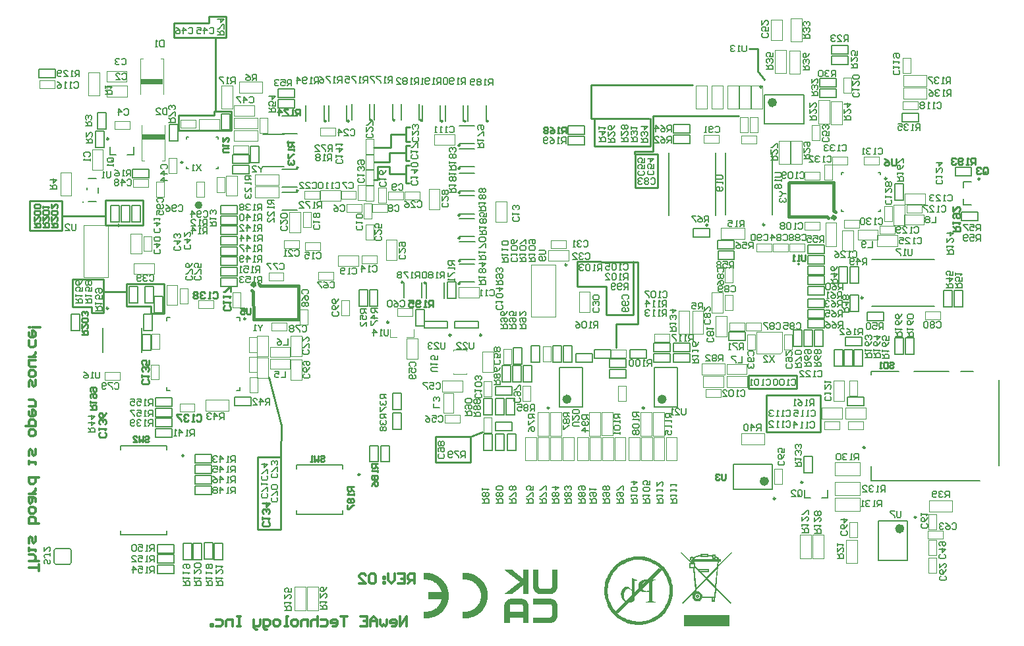
<source format=gbo>
G04*
G04 #@! TF.GenerationSoftware,Altium Limited,Altium Designer,23.10.1 (27)*
G04*
G04 Layer_Color=37055*
%FSLAX44Y44*%
%MOMM*%
G71*
G04*
G04 #@! TF.SameCoordinates,B86BD226-0E7F-4409-BC4F-A9AD3D2462E1*
G04*
G04*
G04 #@! TF.FilePolarity,Positive*
G04*
G01*
G75*
%ADD10C,0.2500*%
%ADD11C,0.1000*%
%ADD12C,0.2000*%
%ADD13C,0.2540*%
%ADD15C,0.1270*%
%ADD18C,0.2032*%
%ADD115C,0.5080*%
%ADD116C,0.3048*%
%ADD183C,0.5000*%
%ADD217C,0.6000*%
%ADD218C,0.1200*%
%ADD219C,0.4000*%
%ADD220R,2.9600X0.6350*%
G36*
X1045113Y325420D02*
X1044381D01*
Y325237D01*
X1043650D01*
Y325054D01*
X1043284D01*
Y324871D01*
X1042918D01*
Y324689D01*
X1042370D01*
Y324506D01*
X1042187D01*
Y324323D01*
X1041821D01*
Y324140D01*
X1041455D01*
Y323957D01*
X1041272D01*
Y323774D01*
X1041089D01*
Y323591D01*
X1040724D01*
Y323409D01*
X1040541D01*
Y323226D01*
X1040358D01*
Y323043D01*
X1039992D01*
Y322677D01*
X1039809D01*
Y322494D01*
X1039626D01*
Y322311D01*
X1039444D01*
Y322128D01*
X1039261D01*
Y321945D01*
X1039078D01*
Y321763D01*
X1038895D01*
Y321397D01*
X1038712D01*
Y321214D01*
X1038529D01*
Y320848D01*
X1038346D01*
Y320482D01*
X1038163D01*
Y320299D01*
X1037980D01*
Y319934D01*
X1037798D01*
Y319385D01*
X1037615D01*
Y319019D01*
X1037432D01*
Y318471D01*
X1037249D01*
Y317556D01*
X1037066D01*
Y316093D01*
X1036883D01*
Y294148D01*
X1044198D01*
Y301280D01*
X1061206D01*
Y294148D01*
X1068339D01*
Y317556D01*
X1068156D01*
Y318288D01*
X1067973D01*
Y318836D01*
X1067790D01*
Y319385D01*
X1067607D01*
Y319751D01*
X1067424D01*
Y320299D01*
X1067241D01*
Y320482D01*
X1067058D01*
Y320848D01*
X1066876D01*
Y321214D01*
X1066693D01*
Y321397D01*
X1066510D01*
Y321580D01*
X1066327D01*
Y321945D01*
X1066144D01*
Y322128D01*
X1065961D01*
Y322311D01*
X1065778D01*
Y322494D01*
X1065595D01*
Y322677D01*
X1065413D01*
Y322860D01*
X1065230D01*
Y323043D01*
X1065047D01*
Y323226D01*
X1064864D01*
Y323409D01*
X1064681D01*
Y323591D01*
X1064315D01*
Y323774D01*
X1064132D01*
Y323957D01*
X1063949D01*
Y324140D01*
X1063584D01*
Y324323D01*
X1063218D01*
Y324506D01*
X1063035D01*
Y324689D01*
X1062486D01*
Y324871D01*
X1062121D01*
Y325054D01*
X1061572D01*
Y325237D01*
X1061023D01*
Y325420D01*
X1060292D01*
Y325603D01*
X1045113D01*
Y325420D01*
D02*
G37*
G36*
X1068339Y354132D02*
Y362911D01*
X1061206D01*
Y351572D01*
X1060841D01*
Y351755D01*
X1060658D01*
Y351938D01*
X1060475D01*
Y352121D01*
X1060292D01*
Y352304D01*
X1060109D01*
Y352486D01*
X1059743D01*
Y352669D01*
X1059560D01*
Y352852D01*
X1059377D01*
Y353035D01*
X1059195D01*
Y353218D01*
X1058829D01*
Y353401D01*
X1058646D01*
Y353584D01*
X1058463D01*
Y353767D01*
X1058097D01*
Y353949D01*
X1057914D01*
Y354132D01*
X1057731D01*
Y354315D01*
X1057549D01*
Y354498D01*
X1057366D01*
Y354681D01*
X1057000D01*
Y354864D01*
X1056817D01*
Y355047D01*
X1056634D01*
Y355230D01*
X1056451D01*
Y355412D01*
X1056086D01*
Y355595D01*
X1055903D01*
Y355778D01*
X1055720D01*
Y355961D01*
X1055354D01*
Y356144D01*
X1055171D01*
Y356327D01*
X1054988D01*
Y356510D01*
X1054805D01*
Y356693D01*
X1054623D01*
Y356875D01*
X1054257D01*
Y357058D01*
X1054074D01*
Y357241D01*
X1053891D01*
Y357424D01*
X1053708D01*
Y357607D01*
X1053342D01*
Y357790D01*
X1053159D01*
Y357973D01*
X1052977D01*
Y358156D01*
X1052611D01*
Y358339D01*
X1052428D01*
Y358521D01*
X1052245D01*
Y358704D01*
X1052062D01*
Y358887D01*
X1051879D01*
Y359070D01*
X1051514D01*
Y359253D01*
X1051331D01*
Y359436D01*
X1051148D01*
Y359619D01*
X1050965D01*
Y359802D01*
X1050599D01*
Y359985D01*
X1050416D01*
Y360167D01*
X1050233D01*
Y360350D01*
X1049868D01*
Y360533D01*
X1049685D01*
Y360716D01*
X1049502D01*
Y360899D01*
X1049319D01*
Y361082D01*
X1049136D01*
Y361265D01*
X1048770D01*
Y361447D01*
X1048587D01*
Y361630D01*
X1048405D01*
Y361813D01*
X1048222D01*
Y361996D01*
X1047856D01*
Y362179D01*
X1047673D01*
Y362362D01*
X1047490D01*
Y362545D01*
X1047124D01*
Y362728D01*
X1046942D01*
Y362911D01*
X1037066D01*
Y362728D01*
X1037249D01*
Y362545D01*
X1037432D01*
Y362362D01*
X1037615D01*
Y362179D01*
X1037798D01*
Y361996D01*
X1038163D01*
Y361813D01*
X1038346D01*
Y361630D01*
X1038529D01*
Y361447D01*
X1038895D01*
Y361265D01*
X1039078D01*
Y361082D01*
X1039261D01*
Y360899D01*
X1039444D01*
Y360716D01*
X1039809D01*
Y360533D01*
X1039992D01*
Y360350D01*
X1040175D01*
Y360167D01*
X1040541D01*
Y359985D01*
X1040724D01*
Y359802D01*
X1040907D01*
Y359619D01*
X1041089D01*
Y359436D01*
X1041455D01*
Y359253D01*
X1041638D01*
Y359070D01*
X1041821D01*
Y358887D01*
X1042004D01*
Y358704D01*
X1042370D01*
Y358521D01*
X1042552D01*
Y358339D01*
X1042735D01*
Y358156D01*
X1043101D01*
Y357973D01*
X1043284D01*
Y357790D01*
X1043467D01*
Y357607D01*
X1043650D01*
Y357424D01*
X1044016D01*
Y357241D01*
X1044198D01*
Y357058D01*
X1044381D01*
Y356875D01*
X1044564D01*
Y356693D01*
X1044930D01*
Y356510D01*
X1045113D01*
Y356327D01*
X1045296D01*
Y356144D01*
X1045479D01*
Y355961D01*
X1045844D01*
Y355778D01*
X1046027D01*
Y355595D01*
X1046210D01*
Y355412D01*
X1046576D01*
Y355230D01*
X1046759D01*
Y355047D01*
X1046942D01*
Y354864D01*
X1047124D01*
Y354681D01*
X1047490D01*
Y354498D01*
X1047673D01*
Y354315D01*
X1047856D01*
Y354132D01*
X1048222D01*
Y353949D01*
X1048405D01*
Y353767D01*
X1048587D01*
Y353584D01*
X1048770D01*
Y353401D01*
X1049136D01*
Y353218D01*
X1049319D01*
Y353035D01*
X1049502D01*
Y352852D01*
X1049685D01*
Y352669D01*
X1050051D01*
Y352486D01*
X1050233D01*
Y352304D01*
X1050416D01*
Y352121D01*
X1050782D01*
Y351938D01*
X1050965D01*
Y351755D01*
X1051148D01*
Y351572D01*
X1051331D01*
Y351389D01*
X1051696D01*
Y351206D01*
X1051879D01*
Y351023D01*
X1052062D01*
Y350840D01*
X1052245D01*
Y350658D01*
X1052611D01*
Y350475D01*
X1052794D01*
Y350292D01*
X1052977D01*
Y350109D01*
X1053159D01*
Y349926D01*
X1053525D01*
Y349743D01*
X1053708D01*
Y349560D01*
X1053891D01*
Y349377D01*
X1054257D01*
Y349195D01*
X1054440D01*
Y349012D01*
X1054623D01*
Y348829D01*
X1054805D01*
Y348646D01*
X1055171D01*
Y348463D01*
X1055354D01*
Y348280D01*
X1055537D01*
Y348097D01*
X1055903D01*
Y347914D01*
X1056086D01*
Y347732D01*
X1056268D01*
Y347549D01*
X1056451D01*
Y347366D01*
X1056817D01*
Y347183D01*
X1057000D01*
Y347000D01*
X1056634D01*
Y346817D01*
X1056451D01*
Y346634D01*
X1056268D01*
Y346451D01*
X1056086D01*
Y346269D01*
X1055720D01*
Y346086D01*
X1055537D01*
Y345903D01*
X1055354D01*
Y345720D01*
X1055171D01*
Y345537D01*
X1054805D01*
Y345354D01*
X1054623D01*
Y345171D01*
X1054440D01*
Y344988D01*
X1054074D01*
Y344805D01*
X1053891D01*
Y344623D01*
X1053708D01*
Y344440D01*
X1053525D01*
Y344257D01*
X1053159D01*
Y344074D01*
X1052977D01*
Y343891D01*
X1052794D01*
Y343708D01*
X1052611D01*
Y343525D01*
X1052245D01*
Y343342D01*
X1052062D01*
Y343159D01*
X1051879D01*
Y342977D01*
X1051514D01*
Y342794D01*
X1051331D01*
Y342611D01*
X1051148D01*
Y342428D01*
X1050965D01*
Y342245D01*
X1050599D01*
Y342062D01*
X1050416D01*
Y341879D01*
X1050233D01*
Y341697D01*
X1049868D01*
Y341514D01*
X1049685D01*
Y341331D01*
X1049502D01*
Y341148D01*
X1049319D01*
Y340965D01*
X1048953D01*
Y340782D01*
X1048770D01*
Y340599D01*
X1048587D01*
Y340416D01*
X1048405D01*
Y340233D01*
X1048039D01*
Y340051D01*
X1047856D01*
Y339868D01*
X1047673D01*
Y339685D01*
X1047490D01*
Y339502D01*
X1047124D01*
Y339319D01*
X1046942D01*
Y339136D01*
X1046759D01*
Y338953D01*
X1046393D01*
Y338770D01*
X1046210D01*
Y338587D01*
X1046027D01*
Y338405D01*
X1045844D01*
Y338222D01*
X1045479D01*
Y338039D01*
X1045296D01*
Y337856D01*
X1045113D01*
Y337673D01*
X1044930D01*
Y337490D01*
X1044564D01*
Y337307D01*
X1044381D01*
Y337124D01*
X1044198D01*
Y336942D01*
X1043833D01*
Y336759D01*
X1043650D01*
Y336576D01*
X1043467D01*
Y336393D01*
X1043284D01*
Y336210D01*
X1042918D01*
Y336027D01*
X1042735D01*
Y335844D01*
X1042552D01*
Y335661D01*
X1042187D01*
Y335479D01*
X1042004D01*
Y335296D01*
X1041821D01*
Y335113D01*
X1041638D01*
Y334930D01*
X1041272D01*
Y334747D01*
X1041089D01*
Y334564D01*
X1040907D01*
Y334381D01*
X1040724D01*
Y334198D01*
X1040358D01*
Y334016D01*
X1040175D01*
Y333833D01*
X1039992D01*
Y333650D01*
X1039809D01*
Y333467D01*
X1039444D01*
Y333284D01*
X1039261D01*
Y333101D01*
X1039078D01*
Y332918D01*
X1038712D01*
Y332735D01*
X1038529D01*
Y332552D01*
X1038346D01*
Y332370D01*
X1038163D01*
Y332187D01*
X1037798D01*
Y332004D01*
X1037615D01*
Y331821D01*
X1037432D01*
Y331638D01*
X1037249D01*
Y331455D01*
X1047124D01*
Y331638D01*
X1047307D01*
Y331821D01*
X1047673D01*
Y332004D01*
X1047856D01*
Y332187D01*
X1048039D01*
Y332370D01*
X1048405D01*
Y332552D01*
X1048587D01*
Y332735D01*
X1048770D01*
Y332918D01*
X1048953D01*
Y333101D01*
X1049319D01*
Y333284D01*
X1049502D01*
Y333467D01*
X1049685D01*
Y333650D01*
X1049868D01*
Y333833D01*
X1050051D01*
Y334016D01*
X1050416D01*
Y334198D01*
X1050599D01*
Y334381D01*
X1050782D01*
Y334564D01*
X1051148D01*
Y334747D01*
X1051331D01*
Y334930D01*
X1051514D01*
Y335113D01*
X1051696D01*
Y335296D01*
X1052062D01*
Y335479D01*
X1052245D01*
Y335661D01*
X1052428D01*
Y335844D01*
X1052611D01*
Y336027D01*
X1052794D01*
Y336210D01*
X1053159D01*
Y336393D01*
X1053342D01*
Y336576D01*
X1053525D01*
Y336759D01*
X1053891D01*
Y336942D01*
X1054074D01*
Y337124D01*
X1054257D01*
Y337307D01*
X1054440D01*
Y337490D01*
X1054805D01*
Y337673D01*
X1054988D01*
Y337856D01*
X1055171D01*
Y338039D01*
X1055354D01*
Y338222D01*
X1055537D01*
Y338405D01*
X1055903D01*
Y338587D01*
X1056086D01*
Y338770D01*
X1056268D01*
Y338953D01*
X1056634D01*
Y339136D01*
X1056817D01*
Y339319D01*
X1057000D01*
Y339502D01*
X1057183D01*
Y339685D01*
X1057549D01*
Y339868D01*
X1057731D01*
Y340051D01*
X1057914D01*
Y340233D01*
X1058097D01*
Y340416D01*
X1058280D01*
Y340599D01*
X1058646D01*
Y340782D01*
X1058829D01*
Y340965D01*
X1059012D01*
Y341148D01*
X1059377D01*
Y341331D01*
X1059560D01*
Y341514D01*
X1059743D01*
Y341697D01*
X1059926D01*
Y341879D01*
X1060292D01*
Y342062D01*
X1060475D01*
Y342245D01*
X1060658D01*
Y342428D01*
X1060841D01*
Y342611D01*
X1061023D01*
Y342794D01*
X1061206D01*
Y331455D01*
X1068339D01*
Y353949D01*
Y354132D01*
D02*
G37*
G36*
X1076751Y294148D02*
X1096136D01*
Y294331D01*
X1097417D01*
Y294513D01*
X1098331D01*
Y294696D01*
X1098879D01*
Y294879D01*
X1099245D01*
Y295062D01*
X1099794D01*
Y295245D01*
X1100160D01*
Y295428D01*
X1100525D01*
Y295611D01*
X1100891D01*
Y295794D01*
X1101074D01*
Y295977D01*
X1101257D01*
Y296159D01*
X1101623D01*
Y296342D01*
X1101806D01*
Y296525D01*
X1101989D01*
Y296708D01*
X1102354D01*
Y296891D01*
X1102537D01*
Y297257D01*
X1102903D01*
Y297439D01*
X1103086D01*
Y297805D01*
X1103269D01*
Y297988D01*
X1103452D01*
Y298171D01*
X1103634D01*
Y298537D01*
X1103817D01*
Y298720D01*
X1104000D01*
Y298903D01*
X1104183D01*
Y299268D01*
X1104366D01*
Y299634D01*
X1104549D01*
Y300000D01*
X1104732D01*
Y300548D01*
X1104915D01*
Y300914D01*
X1105097D01*
Y301463D01*
X1105280D01*
Y302377D01*
X1105463D01*
Y303657D01*
X1105646D01*
Y316093D01*
X1105463D01*
Y317556D01*
X1105280D01*
Y318471D01*
X1105097D01*
Y319019D01*
X1104915D01*
Y319385D01*
X1104732D01*
Y319934D01*
X1104549D01*
Y320299D01*
X1104366D01*
Y320482D01*
X1104183D01*
Y320848D01*
X1104000D01*
Y321214D01*
X1103817D01*
Y321397D01*
X1103634D01*
Y321763D01*
X1103452D01*
Y321945D01*
X1103269D01*
Y322128D01*
X1103086D01*
Y322311D01*
X1102903D01*
Y322494D01*
X1102720D01*
Y322677D01*
X1102537D01*
Y323043D01*
X1102171D01*
Y323226D01*
X1101989D01*
Y323409D01*
X1101806D01*
Y323591D01*
X1101440D01*
Y323774D01*
X1101257D01*
Y323957D01*
X1101074D01*
Y324140D01*
X1100708D01*
Y324323D01*
X1100343D01*
Y324506D01*
X1100160D01*
Y324689D01*
X1099611D01*
Y324871D01*
X1099245D01*
Y325054D01*
X1098879D01*
Y325237D01*
X1098148D01*
Y325420D01*
X1097417D01*
Y325603D01*
X1074191D01*
Y318471D01*
X1096502D01*
Y318288D01*
X1096868D01*
Y318105D01*
X1097234D01*
Y317922D01*
X1097417D01*
Y317739D01*
X1097599D01*
Y317556D01*
X1097782D01*
Y317373D01*
X1097965D01*
Y317008D01*
X1098148D01*
Y316642D01*
X1098331D01*
Y303292D01*
X1098148D01*
Y302926D01*
X1097965D01*
Y302560D01*
X1097782D01*
Y302377D01*
X1097599D01*
Y302194D01*
X1097417D01*
Y302012D01*
X1097234D01*
Y301829D01*
X1096868D01*
Y301646D01*
X1096502D01*
Y301463D01*
X1074191D01*
Y294148D01*
X1076568D01*
X1076751D01*
D02*
G37*
G36*
X1081323Y348463D02*
Y362911D01*
X1074191D01*
Y339502D01*
X1074374D01*
Y338770D01*
X1074557D01*
Y338222D01*
X1074739D01*
Y337673D01*
X1074922D01*
Y337307D01*
X1075105D01*
Y336759D01*
X1075288D01*
Y336576D01*
X1075471D01*
Y336210D01*
X1075654D01*
Y335844D01*
X1075837D01*
Y335661D01*
X1076020D01*
Y335479D01*
X1076202D01*
Y335113D01*
X1076385D01*
Y334930D01*
X1076568D01*
Y334747D01*
X1076751D01*
Y334564D01*
X1076934D01*
Y334381D01*
X1077117D01*
Y334198D01*
X1077300D01*
Y334016D01*
X1077483D01*
Y333833D01*
X1077665D01*
Y333650D01*
X1077848D01*
Y333467D01*
X1078214D01*
Y333284D01*
X1078397D01*
Y333101D01*
X1078580D01*
Y332918D01*
X1078946D01*
Y332735D01*
X1079311D01*
Y332552D01*
X1079494D01*
Y332370D01*
X1080043D01*
Y332187D01*
X1080409D01*
Y332004D01*
X1080957D01*
Y331821D01*
X1081506D01*
Y331638D01*
X1082237D01*
Y331455D01*
X1097417D01*
Y331638D01*
X1098148D01*
Y331821D01*
X1098879D01*
Y332004D01*
X1099245D01*
Y332187D01*
X1099611D01*
Y332370D01*
X1100160D01*
Y332552D01*
X1100343D01*
Y332735D01*
X1100708D01*
Y332918D01*
X1101074D01*
Y333101D01*
X1101257D01*
Y333284D01*
X1101440D01*
Y333467D01*
X1101806D01*
Y333650D01*
X1101989D01*
Y333833D01*
X1102171D01*
Y334016D01*
X1102537D01*
Y334381D01*
X1102720D01*
Y334564D01*
X1102903D01*
Y334747D01*
X1103086D01*
Y334930D01*
X1103269D01*
Y335113D01*
X1103452D01*
Y335296D01*
X1103634D01*
Y335661D01*
X1103817D01*
Y335844D01*
X1104000D01*
Y336210D01*
X1104183D01*
Y336576D01*
X1104366D01*
Y336759D01*
X1104549D01*
Y337124D01*
X1104732D01*
Y337673D01*
X1104915D01*
Y338039D01*
X1105097D01*
Y338587D01*
X1105280D01*
Y339502D01*
X1105463D01*
Y340965D01*
X1105646D01*
Y362911D01*
X1098331D01*
Y340416D01*
X1098148D01*
Y340051D01*
X1097965D01*
Y339685D01*
X1097782D01*
Y339502D01*
X1097599D01*
Y339319D01*
X1097417D01*
Y339136D01*
X1097234D01*
Y338953D01*
X1096868D01*
Y338770D01*
X1096502D01*
Y338587D01*
X1083335D01*
Y338770D01*
X1082786D01*
Y338953D01*
X1082420D01*
Y339136D01*
X1082237D01*
Y339319D01*
X1082055D01*
Y339502D01*
X1081872D01*
Y339685D01*
X1081689D01*
Y340051D01*
X1081506D01*
Y340599D01*
X1081323D01*
Y348280D01*
Y348463D01*
D02*
G37*
G36*
X988749Y358888D02*
X990964Y358602D01*
X992963Y358173D01*
X994963Y357602D01*
X996749Y356959D01*
X998535Y356245D01*
X1000106Y355459D01*
X1001534Y354674D01*
X1002820Y353816D01*
X1004034Y353031D01*
X1005034Y352317D01*
X1005820Y351674D01*
X1006534Y351102D01*
X1006963Y350674D01*
X1007320Y350388D01*
X1007391Y350317D01*
X1008891Y348674D01*
X1010248Y346960D01*
X1011391Y345246D01*
X1012391Y343460D01*
X1013248Y341674D01*
X1013891Y339960D01*
X1014462Y338317D01*
X1014962Y336746D01*
X1015319Y335246D01*
X1015605Y333817D01*
X1015748Y332603D01*
X1015891Y331603D01*
X1015962Y330746D01*
X1016034Y330103D01*
Y329675D01*
Y329604D01*
Y329532D01*
X1015962Y327318D01*
X1015676Y325104D01*
X1015248Y323104D01*
X1014677Y321104D01*
X1014034Y319318D01*
X1013319Y317533D01*
X1012534Y315961D01*
X1011677Y314533D01*
X1010891Y313247D01*
X1010105Y312033D01*
X1009391Y311033D01*
X1008748Y310247D01*
X1008177Y309533D01*
X1007748Y309104D01*
X1007463Y308747D01*
X1007391Y308676D01*
X1005749Y307176D01*
X1004034Y305819D01*
X1002249Y304676D01*
X1000463Y303676D01*
X998749Y302819D01*
X996963Y302176D01*
X995321Y301605D01*
X993749Y301105D01*
X992249Y300748D01*
X990821Y300462D01*
X989606Y300319D01*
X988606Y300176D01*
X987749Y300105D01*
X987107Y300034D01*
X985464D01*
X984464Y300105D01*
X984107D01*
X983821Y300176D01*
X983535D01*
Y309104D01*
X984607Y308962D01*
X985535Y308890D01*
X986535D01*
X988107Y308962D01*
X989606Y309176D01*
X991035Y309462D01*
X992464Y309819D01*
X993749Y310319D01*
X994963Y310819D01*
X996035Y311319D01*
X997035Y311890D01*
X997963Y312461D01*
X998820Y312962D01*
X999535Y313533D01*
X1000106Y313961D01*
X1000535Y314319D01*
X1000892Y314604D01*
X1001106Y314818D01*
X1001177Y314890D01*
X1002249Y316033D01*
X1003177Y317247D01*
X1003963Y318533D01*
X1004677Y319747D01*
X1005248Y320961D01*
X1005677Y322175D01*
X1006106Y323390D01*
X1006391Y324461D01*
X1006677Y325532D01*
X1006891Y326532D01*
X1006963Y327389D01*
X1007106Y328103D01*
Y328675D01*
X1007177Y329175D01*
Y329461D01*
Y329532D01*
X1007106Y331103D01*
X1006891Y332603D01*
X1006606Y334032D01*
X1006248Y335389D01*
X1005749Y336674D01*
X1005248Y337889D01*
X1004749Y338960D01*
X1004177Y340032D01*
X1003606Y340889D01*
X1003106Y341746D01*
X1002534Y342460D01*
X1002106Y343031D01*
X1001749Y343460D01*
X1001463Y343817D01*
X1001249Y344031D01*
X1001177Y344103D01*
X1000034Y345174D01*
X998820Y346103D01*
X997535Y346888D01*
X996320Y347603D01*
X995106Y348174D01*
X993892Y348674D01*
X992678Y349102D01*
X991606Y349388D01*
X990535Y349674D01*
X989535Y349888D01*
X988678Y349959D01*
X987964Y350102D01*
X987392D01*
X986892Y350174D01*
X985464D01*
X984464Y350102D01*
X984107Y350031D01*
X983821D01*
X983607Y349959D01*
X983535D01*
X983607Y358888D01*
X984607Y358959D01*
X986535D01*
X988749Y358888D01*
D02*
G37*
G36*
X938609Y358888D02*
X940823Y358602D01*
X942823Y358173D01*
X944823Y357602D01*
X946609Y356959D01*
X948394Y356245D01*
X949966Y355459D01*
X951394Y354674D01*
X952680Y353816D01*
X953894Y353031D01*
X954894Y352317D01*
X955680Y351674D01*
X956394Y351102D01*
X956823Y350674D01*
X957180Y350388D01*
X957251Y350317D01*
X958751Y348674D01*
X960108Y346960D01*
X961251Y345246D01*
X962251Y343460D01*
X963108Y341674D01*
X963751Y339960D01*
X964322Y338317D01*
X964822Y336746D01*
X965179Y335246D01*
X965465Y333817D01*
X965608Y332603D01*
X965751Y331603D01*
X965822Y330746D01*
X965893Y330103D01*
Y329675D01*
Y329604D01*
Y329532D01*
X965822Y327318D01*
X965536Y325104D01*
X965108Y323104D01*
X964536Y321104D01*
X963894Y319318D01*
X963179Y317533D01*
X962394Y315961D01*
X961536Y314533D01*
X960751Y313247D01*
X959965Y312033D01*
X959251Y311033D01*
X958608Y310247D01*
X958037Y309533D01*
X957608Y309104D01*
X957322Y308747D01*
X957251Y308676D01*
X955608Y307176D01*
X953894Y305819D01*
X952109Y304676D01*
X950323Y303676D01*
X948609Y302819D01*
X946823Y302176D01*
X945180Y301605D01*
X943609Y301105D01*
X942109Y300748D01*
X940680Y300462D01*
X939466Y300319D01*
X938466Y300176D01*
X937609Y300105D01*
X936966Y300034D01*
X935324D01*
X934395Y300105D01*
X933967D01*
X933681Y300176D01*
X933467D01*
Y309033D01*
X934466Y308962D01*
X935467Y308890D01*
X936395D01*
X937752Y308962D01*
X939038Y309104D01*
X940323Y309319D01*
X941466Y309604D01*
X942609Y309962D01*
X943680Y310319D01*
X944680Y310747D01*
X945609Y311176D01*
X946395Y311533D01*
X947180Y311961D01*
X947823Y312319D01*
X948323Y312676D01*
X948752Y312962D01*
X949037Y313176D01*
X949251Y313319D01*
X949323Y313390D01*
X950323Y314247D01*
X951251Y315176D01*
X952109Y316176D01*
X952823Y317176D01*
X953465Y318104D01*
X954108Y319104D01*
X954608Y320033D01*
X955037Y320961D01*
X955394Y321818D01*
X955751Y322604D01*
X955965Y323318D01*
X956180Y323890D01*
X956322Y324389D01*
X956465Y324818D01*
X956537Y325032D01*
Y325104D01*
X939323Y325104D01*
Y333960D01*
X956537Y333960D01*
X956180Y335246D01*
X955823Y336532D01*
X955323Y337674D01*
X954751Y338817D01*
X954180Y339817D01*
X953608Y340817D01*
X953037Y341674D01*
X952394Y342460D01*
X951823Y343174D01*
X951251Y343817D01*
X950751Y344317D01*
X950323Y344817D01*
X949894Y345174D01*
X949609Y345388D01*
X949466Y345531D01*
X949394Y345603D01*
X948323Y346388D01*
X947180Y347103D01*
X946037Y347745D01*
X944966Y348245D01*
X943823Y348674D01*
X942752Y349031D01*
X940752Y349602D01*
X939823Y349817D01*
X938966Y349959D01*
X938252Y350031D01*
X937609Y350102D01*
X937109Y350174D01*
X935324D01*
X934395Y350102D01*
X933967Y350031D01*
X933681D01*
X933538Y349959D01*
X933467D01*
Y358888D01*
X934609Y358959D01*
X936395D01*
X938609Y358888D01*
D02*
G37*
G36*
X1330000Y384709D02*
X1312072Y366067D01*
X1311572Y360996D01*
X1310430Y348854D01*
X1309501Y339997D01*
X1328714Y320284D01*
X1327429Y318999D01*
X1309430Y337569D01*
X1308287Y326212D01*
X1307787D01*
Y321856D01*
X1303716D01*
Y326212D01*
X1291288D01*
X1290859Y325284D01*
X1290288Y324498D01*
X1289359Y323498D01*
X1288145Y322713D01*
X1286859Y322284D01*
X1285574Y322141D01*
X1284217Y322213D01*
X1283288Y322498D01*
X1282217Y322927D01*
X1281288Y323498D01*
X1280503Y324212D01*
X1279788Y325284D01*
X1279217Y326498D01*
X1278931Y327641D01*
X1278788Y328498D01*
X1278931Y329569D01*
X1279074Y330498D01*
X1279360Y331283D01*
X1279860Y332141D01*
X1280431Y332926D01*
X1281145Y333569D01*
X1281931Y334141D01*
X1282717Y334498D01*
X1282574Y335426D01*
X1266718Y318999D01*
X1265432Y320355D01*
X1282431Y337926D01*
X1281003Y353211D01*
X1280074Y364353D01*
X1275003D01*
Y371496D01*
X1276360D01*
X1263503Y384709D01*
X1264789Y385995D01*
X1276931Y373496D01*
Y374424D01*
X1276646Y374638D01*
X1276360Y374781D01*
X1276003Y375138D01*
X1275717Y375567D01*
X1275503Y375995D01*
X1275360Y376424D01*
X1275289Y376924D01*
X1275431Y377638D01*
X1275574Y377995D01*
X1276074Y378710D01*
X1276574Y379210D01*
X1277289Y379495D01*
X1278003Y379638D01*
X1278717Y379567D01*
X1279360Y379281D01*
X1279931Y378924D01*
X1280146Y378638D01*
X1280645Y379067D01*
X1281431Y379567D01*
X1282431Y380067D01*
X1283788Y380567D01*
X1285288Y380995D01*
X1286788Y381352D01*
X1288288Y381567D01*
X1289574Y381781D01*
Y383352D01*
X1299716D01*
Y381995D01*
X1300573D01*
X1301859Y381852D01*
X1303216Y381638D01*
X1304573Y381424D01*
Y382281D01*
X1309001D01*
Y380210D01*
X1309501Y379995D01*
X1310215Y379638D01*
X1310930Y379138D01*
X1311644Y378710D01*
X1312215Y378210D01*
X1312572Y377853D01*
X1312930Y377495D01*
X1313072Y377067D01*
X1313001Y376353D01*
X1315572D01*
Y373067D01*
X1312715D01*
X1312287Y368924D01*
X1328714Y385995D01*
X1330000Y384709D01*
D02*
G37*
G36*
X1326143Y304428D02*
Y304142D01*
Y303785D01*
Y303356D01*
Y302928D01*
Y302571D01*
Y302285D01*
Y302214D01*
Y300499D01*
Y299642D01*
Y298857D01*
Y298214D01*
Y297642D01*
Y297357D01*
Y297214D01*
Y296214D01*
Y295285D01*
Y294428D01*
Y293714D01*
Y293071D01*
Y292643D01*
Y292286D01*
Y292214D01*
Y291500D01*
Y290928D01*
Y290571D01*
Y290286D01*
Y290143D01*
Y290071D01*
Y290000D01*
X1268289D01*
Y290071D01*
Y290357D01*
Y290714D01*
Y291143D01*
Y291500D01*
Y291857D01*
Y292143D01*
Y292214D01*
Y293928D01*
Y294785D01*
Y295571D01*
Y296214D01*
Y296785D01*
Y297071D01*
Y297214D01*
Y298214D01*
Y299142D01*
Y300000D01*
Y300714D01*
Y301357D01*
Y301785D01*
Y302142D01*
Y302214D01*
Y302999D01*
Y303571D01*
Y303928D01*
Y304214D01*
Y304356D01*
Y304499D01*
X1326143D01*
Y304428D01*
D02*
G37*
G36*
X1213145Y380066D02*
X1216431Y379637D01*
X1219502Y378995D01*
X1222430Y378209D01*
X1225144Y377209D01*
X1227716Y376066D01*
X1230144Y374923D01*
X1232287Y373709D01*
X1234287Y372495D01*
X1236001Y371352D01*
X1237501Y370209D01*
X1238786Y369209D01*
X1239786Y368424D01*
X1240501Y367781D01*
X1240715Y367567D01*
X1240929Y367352D01*
X1241001Y367281D01*
X1241072Y367210D01*
X1242215Y365995D01*
X1243358Y364710D01*
X1245358Y362138D01*
X1247072Y359496D01*
X1248572Y356853D01*
X1249786Y354210D01*
X1250857Y351639D01*
X1251714Y349139D01*
X1252357Y346711D01*
X1252929Y344496D01*
X1253286Y342425D01*
X1253571Y340568D01*
X1253714Y339782D01*
X1253786Y338997D01*
X1253857Y338283D01*
X1253929Y337711D01*
Y337211D01*
X1254000Y336711D01*
Y336425D01*
Y336140D01*
Y335997D01*
Y335925D01*
X1253929Y334211D01*
X1253857Y332569D01*
X1253429Y329354D01*
X1252786Y326283D01*
X1252000Y323355D01*
X1251000Y320569D01*
X1249929Y317998D01*
X1248715Y315641D01*
X1247500Y313427D01*
X1246358Y311427D01*
X1245143Y309713D01*
X1244072Y308213D01*
X1243072Y306927D01*
X1242286Y305998D01*
X1241644Y305213D01*
X1241358Y304998D01*
X1241215Y304784D01*
X1241072Y304713D01*
Y304641D01*
X1239858Y303499D01*
X1238572Y302356D01*
X1236001Y300356D01*
X1233358Y298642D01*
X1230715Y297142D01*
X1228073Y295928D01*
X1225501Y294856D01*
X1223002Y293999D01*
X1220573Y293356D01*
X1218359Y292785D01*
X1216288Y292428D01*
X1214431Y292142D01*
X1213645Y291999D01*
X1212859Y291928D01*
X1212145Y291856D01*
X1211574Y291785D01*
X1211074D01*
X1210574Y291714D01*
X1209788D01*
X1208074Y291785D01*
X1206431Y291856D01*
X1203146Y292285D01*
X1200074Y292928D01*
X1197146Y293713D01*
X1194432Y294713D01*
X1191789Y295785D01*
X1189432Y296999D01*
X1187289Y298213D01*
X1185289Y299356D01*
X1183575Y300570D01*
X1182075Y301642D01*
X1180790Y302642D01*
X1179790Y303427D01*
X1179075Y304070D01*
X1178861Y304356D01*
X1178647Y304499D01*
X1178504Y304641D01*
X1177290Y305856D01*
X1176218Y307141D01*
X1175147Y308427D01*
X1174219Y309713D01*
X1172504Y312355D01*
X1171004Y314998D01*
X1169719Y317641D01*
X1168647Y320283D01*
X1167790Y322783D01*
X1167147Y325140D01*
X1166576Y327426D01*
X1166219Y329426D01*
X1165933Y331283D01*
X1165790Y332140D01*
X1165719Y332854D01*
X1165648Y333568D01*
X1165576Y334140D01*
Y334711D01*
X1165505Y335140D01*
Y335497D01*
Y335711D01*
Y335854D01*
Y335925D01*
Y337640D01*
X1165648Y339282D01*
X1166076Y342568D01*
X1166719Y345639D01*
X1167505Y348568D01*
X1168504Y351282D01*
X1169647Y353924D01*
X1170790Y356282D01*
X1172004Y358424D01*
X1173219Y360424D01*
X1174361Y362138D01*
X1175504Y363638D01*
X1176504Y364924D01*
X1177290Y365924D01*
X1177933Y366638D01*
X1178147Y366852D01*
X1178361Y367067D01*
X1178432Y367210D01*
X1178504D01*
X1179718Y368424D01*
X1181004Y369495D01*
X1182290Y370566D01*
X1183575Y371495D01*
X1186218Y373209D01*
X1188861Y374709D01*
X1191503Y375995D01*
X1194075Y377066D01*
X1196574Y377923D01*
X1199003Y378566D01*
X1201217Y379137D01*
X1203288Y379495D01*
X1205145Y379780D01*
X1205931Y379923D01*
X1206717Y379995D01*
X1207431Y380066D01*
X1208002Y380137D01*
X1208502D01*
X1209002Y380209D01*
X1211502D01*
X1213145Y380066D01*
D02*
G37*
%LPC*%
G36*
X1046027Y318471D02*
X1059195D01*
Y318288D01*
X1059743D01*
Y318105D01*
X1060109D01*
Y317922D01*
X1060292D01*
Y317739D01*
X1060475D01*
Y317556D01*
X1060658D01*
Y317373D01*
X1060841D01*
Y317008D01*
X1061023D01*
Y316459D01*
X1061206D01*
Y308595D01*
X1044198D01*
Y316642D01*
X1044381D01*
Y317008D01*
X1044564D01*
Y317373D01*
X1044747D01*
Y317556D01*
X1044930D01*
Y317739D01*
X1045113D01*
Y317922D01*
X1045296D01*
Y318105D01*
X1045661D01*
Y318288D01*
X1046027D01*
Y318471D01*
D02*
G37*
G36*
X1297859Y381567D02*
X1291431D01*
Y380495D01*
X1297859D01*
Y381567D01*
D02*
G37*
G36*
X1299716Y380067D02*
Y378638D01*
X1289574D01*
Y379852D01*
X1287431Y379495D01*
X1285574Y379067D01*
X1284002Y378638D01*
X1282717Y378067D01*
X1281717Y377424D01*
X1281003Y376781D01*
Y376353D01*
X1304573D01*
Y379424D01*
X1303144Y379710D01*
X1301573Y379924D01*
X1299716Y380067D01*
D02*
G37*
G36*
X1307144Y380495D02*
X1306430D01*
Y378067D01*
X1307144D01*
Y380495D01*
D02*
G37*
G36*
X1309001Y378138D02*
Y376353D01*
X1311144D01*
X1311215Y376638D01*
X1310644Y377138D01*
X1310001Y377638D01*
X1309001Y378138D01*
D02*
G37*
G36*
X1278217Y377781D02*
X1278074D01*
X1277788Y377710D01*
X1277574Y377638D01*
X1277289Y377352D01*
X1277217Y376995D01*
Y376924D01*
Y376853D01*
Y376567D01*
X1277360Y376353D01*
X1277646Y376138D01*
X1277931Y375995D01*
X1278074D01*
X1278360Y376067D01*
X1278574Y376138D01*
X1278860Y376424D01*
X1279003Y376710D01*
Y376853D01*
X1278931Y377138D01*
X1278860Y377424D01*
X1278503Y377638D01*
X1278217Y377781D01*
D02*
G37*
G36*
X1280360Y369710D02*
X1276860D01*
Y366210D01*
X1280360D01*
Y369710D01*
D02*
G37*
G36*
X1298145Y361711D02*
X1288574D01*
Y361139D01*
X1298145D01*
Y361711D01*
D02*
G37*
G36*
X1310858Y373067D02*
X1281217D01*
X1281360Y371496D01*
X1282217D01*
Y368067D01*
X1286645Y363568D01*
X1299930D01*
X1299930Y359353D01*
X1290788D01*
X1296930Y352997D01*
X1310287Y366853D01*
X1310858Y373067D01*
D02*
G37*
G36*
X1310001Y363925D02*
X1298216Y351640D01*
X1307930Y341640D01*
X1310001Y363925D01*
D02*
G37*
G36*
X1282217Y365496D02*
Y364353D01*
X1282003D01*
X1284074Y339712D01*
X1295645Y351640D01*
X1288145Y359353D01*
X1286645D01*
Y360853D01*
X1282217Y365496D01*
D02*
G37*
G36*
X1296930Y350354D02*
X1284288Y337283D01*
X1284502Y334998D01*
X1285359Y335069D01*
X1286288Y334998D01*
X1287431Y334641D01*
X1288574Y334069D01*
X1289431Y333498D01*
X1290216Y332784D01*
X1290931Y331712D01*
X1291502Y330498D01*
X1291788Y329069D01*
X1291716Y328069D01*
X1306644D01*
X1307715Y339283D01*
X1296930Y350354D01*
D02*
G37*
G36*
X1285502Y331783D02*
X1284788D01*
X1284288Y331641D01*
X1283503Y331283D01*
X1282931Y330784D01*
X1282574Y330212D01*
X1282288Y329641D01*
X1282217Y329141D01*
X1282145Y328784D01*
Y328712D01*
Y328641D01*
Y328069D01*
X1282288Y327569D01*
X1282645Y326784D01*
X1283145Y326212D01*
X1283717Y325855D01*
X1284360Y325570D01*
X1284859Y325498D01*
X1285217Y325427D01*
X1285359D01*
X1285931Y325498D01*
X1286360Y325570D01*
X1287145Y325927D01*
X1287717Y326427D01*
X1288074Y327070D01*
X1288359Y327641D01*
X1288431Y328141D01*
X1288502Y328498D01*
Y328641D01*
X1288431Y329212D01*
X1288359Y329712D01*
X1288002Y330426D01*
X1287502Y330998D01*
X1286931Y331426D01*
X1286360Y331641D01*
X1285860Y331712D01*
X1285502Y331783D01*
D02*
G37*
G36*
X1305930Y326212D02*
X1305501D01*
Y323641D01*
X1305930D01*
Y326212D01*
D02*
G37*
%LPD*%
G36*
X1286074Y330712D02*
X1286574Y330426D01*
X1286931Y330141D01*
X1287145Y329712D01*
X1287288Y329355D01*
X1287431Y328998D01*
Y328712D01*
Y328641D01*
X1287359Y327927D01*
X1287074Y327427D01*
X1286788Y326998D01*
X1286360Y326784D01*
X1286002Y326641D01*
X1285645Y326570D01*
X1285431Y326498D01*
X1285359D01*
X1284645Y326570D01*
X1284074Y326855D01*
X1283717Y327212D01*
X1283431Y327569D01*
X1283288Y327998D01*
X1283145Y328284D01*
Y328569D01*
Y328641D01*
X1283217Y329355D01*
X1283503Y329855D01*
X1283860Y330284D01*
X1284217Y330498D01*
X1284645Y330641D01*
X1285002Y330784D01*
X1285359D01*
X1286074Y330712D01*
D02*
G37*
%LPC*%
G36*
X1285502Y328927D02*
X1285359D01*
X1285145Y328855D01*
X1285074Y328784D01*
X1285002Y328712D01*
Y328641D01*
X1285074Y328427D01*
X1285145Y328355D01*
X1285288Y328284D01*
X1285359D01*
X1285502Y328355D01*
X1285574Y328498D01*
X1285645Y328569D01*
Y328641D01*
X1285574Y328784D01*
X1285502Y328927D01*
D02*
G37*
G36*
X1210502Y375780D02*
X1209788D01*
X1206717Y375638D01*
X1203860Y375280D01*
X1201074Y374709D01*
X1198431Y373923D01*
X1195932Y373066D01*
X1193646Y372066D01*
X1191503Y370995D01*
X1189503Y369924D01*
X1187789Y368852D01*
X1186218Y367781D01*
X1184861Y366781D01*
X1183718Y365924D01*
X1182861Y365138D01*
X1182147Y364567D01*
X1181789Y364210D01*
X1181647Y364067D01*
X1179575Y361853D01*
X1177790Y359496D01*
X1176218Y357139D01*
X1174933Y354782D01*
X1173790Y352353D01*
X1172861Y350067D01*
X1172076Y347782D01*
X1171433Y345639D01*
X1171004Y343639D01*
X1170647Y341782D01*
X1170362Y340140D01*
X1170219Y338711D01*
X1170147Y338068D01*
X1170076Y337497D01*
Y337068D01*
X1170004Y336640D01*
Y336354D01*
Y336140D01*
Y335997D01*
Y335925D01*
X1170147Y332926D01*
X1170504Y329997D01*
X1171076Y327212D01*
X1171790Y324569D01*
X1172719Y322141D01*
X1173718Y319783D01*
X1174718Y317641D01*
X1175790Y315712D01*
X1176933Y313927D01*
X1177933Y312355D01*
X1178932Y310998D01*
X1179790Y309855D01*
X1180097Y309520D01*
X1180075Y309498D01*
X1180861Y308677D01*
X1180575Y308998D01*
X1180097Y309520D01*
X1192289Y321712D01*
X1191718Y322141D01*
X1191146Y322640D01*
X1190718Y322926D01*
X1190646Y323069D01*
X1190575D01*
X1189932Y323712D01*
X1189432Y324355D01*
X1188932Y325069D01*
X1188575Y325783D01*
X1187932Y327140D01*
X1187504Y328497D01*
X1187289Y329711D01*
X1187146Y330211D01*
Y330712D01*
X1187075Y331069D01*
Y331354D01*
Y331497D01*
Y331569D01*
X1187146Y333140D01*
X1187432Y334568D01*
X1187789Y335783D01*
X1188218Y336854D01*
X1188646Y337640D01*
X1189003Y338211D01*
X1189289Y338568D01*
X1189361Y338711D01*
X1190218Y339568D01*
X1191146Y340211D01*
X1192003Y340639D01*
X1192860Y340997D01*
X1193575Y341139D01*
X1194146Y341211D01*
X1194503Y341282D01*
X1194646D01*
X1195289Y341211D01*
X1195860Y341139D01*
X1197003Y340639D01*
X1198074Y339997D01*
X1199003Y339282D01*
X1199789Y338568D01*
X1200360Y337925D01*
X1200717Y337425D01*
X1200860Y337354D01*
X1200860Y351639D01*
X1201860D01*
X1207788Y349211D01*
X1207431Y348425D01*
X1206860Y348639D01*
X1206360Y348711D01*
X1206074Y348782D01*
X1205931D01*
X1205574Y348711D01*
X1205288Y348639D01*
X1205145Y348568D01*
X1205074Y348496D01*
X1204860Y348210D01*
X1204717Y347925D01*
X1204574Y347639D01*
Y347496D01*
X1204503Y347068D01*
Y346496D01*
X1204431Y345782D01*
Y345068D01*
Y344425D01*
Y343854D01*
Y343425D01*
Y343354D01*
Y343282D01*
Y333854D01*
X1209717Y339140D01*
X1209431Y340140D01*
X1209288Y341139D01*
X1209217Y341497D01*
Y341782D01*
Y341997D01*
Y342068D01*
X1209288Y342996D01*
X1209431Y343925D01*
X1209717Y344711D01*
X1210002Y345354D01*
X1210288Y345925D01*
X1210574Y346282D01*
X1210717Y346568D01*
X1210788Y346639D01*
X1211431Y347353D01*
X1212074Y347925D01*
X1212645Y348353D01*
X1213288Y348782D01*
X1213788Y348996D01*
X1214216Y349211D01*
X1214502Y349353D01*
X1214574D01*
X1215502Y349639D01*
X1216502Y349853D01*
X1217573Y349996D01*
X1218573Y350139D01*
X1219430D01*
X1220145Y350210D01*
X1220787D01*
X1236232Y365655D01*
X1237929Y364067D01*
X1236287Y365710D01*
X1236232Y365655D01*
X1235715Y366138D01*
X1233358Y367924D01*
X1231001Y369495D01*
X1228644Y370852D01*
X1226216Y371995D01*
X1223930Y372924D01*
X1221645Y373709D01*
X1219502Y374352D01*
X1217502Y374781D01*
X1215645Y375138D01*
X1214002Y375423D01*
X1212574Y375566D01*
X1211931Y375638D01*
X1211359Y375709D01*
X1210931D01*
X1210502Y375780D01*
D02*
G37*
G36*
X1238429Y363567D02*
X1239001Y362853D01*
X1239325Y362463D01*
X1239429Y362567D01*
X1238429Y363567D01*
D02*
G37*
G36*
X1218859Y348282D02*
X1218216Y348068D01*
X1217645Y347853D01*
X1217288Y347711D01*
X1217216Y347639D01*
X1217145D01*
X1216645Y347282D01*
X1216216Y346925D01*
X1215502Y346139D01*
X1215288Y345782D01*
X1215073Y345496D01*
X1215002Y345282D01*
X1214931Y345211D01*
X1214716Y344639D01*
X1214574Y344211D01*
X1214431Y343925D01*
Y343854D01*
X1218859Y348282D01*
D02*
G37*
G36*
X1223216Y346353D02*
X1215002Y338211D01*
X1215288Y337783D01*
X1215502Y337425D01*
X1215716Y337211D01*
X1215788Y337140D01*
X1216431Y336568D01*
X1217073Y336140D01*
X1217716Y335854D01*
X1218359Y335640D01*
X1218859Y335497D01*
X1219288Y335425D01*
X1220145D01*
X1220645Y335497D01*
X1221073Y335568D01*
X1221216D01*
X1221859Y335640D01*
X1222502Y335711D01*
X1222787Y335783D01*
X1223002Y335854D01*
X1223216D01*
Y346353D01*
D02*
G37*
G36*
X1196789Y338211D02*
X1196360D01*
X1195574Y338140D01*
X1194860Y337925D01*
X1194217Y337568D01*
X1193646Y337211D01*
X1193146Y336783D01*
X1192789Y336497D01*
X1192575Y336211D01*
X1192503Y336140D01*
X1191932Y335354D01*
X1191503Y334426D01*
X1191218Y333426D01*
X1191003Y332497D01*
X1190861Y331640D01*
X1190789Y330997D01*
Y330712D01*
Y330497D01*
Y330426D01*
Y330354D01*
X1190861Y328926D01*
X1191075Y327640D01*
X1191360Y326569D01*
X1191646Y325640D01*
X1191932Y324997D01*
X1192218Y324497D01*
X1192432Y324140D01*
X1192503Y324069D01*
X1192860Y323569D01*
X1193217Y323283D01*
X1193503Y323069D01*
X1193575Y322998D01*
X1200860Y330283D01*
Y335925D01*
X1200360Y336425D01*
X1199931Y336783D01*
X1199503Y337068D01*
X1199217Y337282D01*
X1198789Y337568D01*
X1198646Y337640D01*
X1197789Y337997D01*
X1197074Y338140D01*
X1196789Y338211D01*
D02*
G37*
G36*
X1239325Y362463D02*
X1227073Y350210D01*
X1231501D01*
X1231501Y349353D01*
X1230430D01*
X1229858Y349282D01*
X1229359Y349211D01*
X1228930Y349068D01*
X1228573Y348925D01*
X1228287Y348711D01*
X1228073Y348568D01*
X1228001Y348496D01*
X1227930Y348425D01*
X1227716Y348068D01*
X1227573Y347639D01*
X1227501Y347068D01*
X1227430Y346496D01*
X1227359Y345925D01*
Y345425D01*
Y345139D01*
Y344996D01*
Y326069D01*
Y325212D01*
X1227430Y324497D01*
X1227501Y323997D01*
X1227573Y323569D01*
X1227644Y323283D01*
X1227716Y323069D01*
X1227787Y322926D01*
X1228144Y322498D01*
X1228501Y322212D01*
X1229001Y321998D01*
X1229430Y321855D01*
X1229787Y321783D01*
X1230144Y321712D01*
X1231501D01*
Y320926D01*
X1219002D01*
Y321712D01*
X1220145D01*
X1220716Y321783D01*
X1221216Y321855D01*
X1221645Y321998D01*
X1222002Y322212D01*
X1222216Y322355D01*
X1222430Y322498D01*
X1222502Y322569D01*
X1222573Y322640D01*
X1222787Y322998D01*
X1222930Y323498D01*
X1223073Y324069D01*
X1223145Y324640D01*
Y325140D01*
X1223216Y325640D01*
Y325926D01*
Y326069D01*
Y334640D01*
X1222144Y334426D01*
X1221716Y334354D01*
X1221287Y334283D01*
X1221002Y334211D01*
X1220788Y334140D01*
X1220573D01*
X1219645Y334068D01*
X1218930Y333997D01*
X1218288D01*
X1217002Y334068D01*
X1215859Y334211D01*
X1214859Y334497D01*
X1214002Y334783D01*
X1213288Y335068D01*
X1212859Y335354D01*
X1212502Y335497D01*
X1212431Y335568D01*
X1204431Y327640D01*
Y322783D01*
X1203074Y321998D01*
X1202431Y321641D01*
X1201931Y321426D01*
X1201431Y321212D01*
X1201074Y321069D01*
X1200860Y320926D01*
X1200788D01*
X1199574Y320569D01*
X1198932Y320498D01*
X1198431Y320426D01*
X1197932Y320355D01*
X1197146D01*
X1183218Y306356D01*
X1181647Y307855D01*
X1180861Y308677D01*
X1181147Y308356D01*
X1181504Y307927D01*
X1181647Y307784D01*
X1183861Y305713D01*
X1186218Y303927D01*
X1188575Y302356D01*
X1190932Y301070D01*
X1193360Y299927D01*
X1195646Y298999D01*
X1197932Y298213D01*
X1200074Y297570D01*
X1202074Y297142D01*
X1203931Y296785D01*
X1205574Y296499D01*
X1207002Y296356D01*
X1207645Y296285D01*
X1208217Y296213D01*
X1208645D01*
X1209074Y296142D01*
X1209788D01*
X1212788Y296285D01*
X1215716Y296642D01*
X1218502Y297213D01*
X1221145Y297999D01*
X1223644Y298856D01*
X1225930Y299856D01*
X1228073Y300856D01*
X1230073Y301999D01*
X1231787Y303070D01*
X1233358Y304070D01*
X1234715Y305070D01*
X1235858Y305998D01*
X1236715Y306713D01*
X1237430Y307284D01*
X1237787Y307641D01*
X1237929Y307784D01*
X1240001Y309998D01*
X1241786Y312355D01*
X1243358Y314712D01*
X1244643Y317141D01*
X1245786Y319498D01*
X1246715Y321855D01*
X1247500Y324069D01*
X1248143Y326283D01*
X1248572Y328283D01*
X1248929Y330140D01*
X1249214Y331783D01*
X1249357Y333211D01*
X1249429Y333783D01*
X1249500Y334354D01*
Y334783D01*
X1249572Y335211D01*
Y335497D01*
Y335711D01*
Y335854D01*
Y335925D01*
X1249429Y338997D01*
X1249072Y341854D01*
X1248500Y344639D01*
X1247715Y347282D01*
X1246858Y349782D01*
X1245858Y352067D01*
X1244858Y354210D01*
X1243715Y356210D01*
X1242643Y357924D01*
X1241644Y359496D01*
X1240643Y360853D01*
X1239715Y361996D01*
X1239325Y362463D01*
D02*
G37*
%LPD*%
D10*
X528300Y698860D02*
G03*
X528300Y698860I-1250J0D01*
G01*
X888750Y681000D02*
G03*
X888750Y681000I-1250J0D01*
G01*
X1648250Y865250D02*
G03*
X1648250Y865250I-1250J0D01*
G01*
X704890Y685480D02*
G03*
X704890Y685480I-1250J0D01*
G01*
X1117620Y754860D02*
G03*
X1117620Y754860I-1250J0D01*
G01*
X1298562Y805959D02*
G03*
X1298562Y805959I-1250J0D01*
G01*
X1498089Y712470D02*
G03*
X1498089Y712470I-1250J0D01*
G01*
X1528481Y865860D02*
G03*
X1528481Y865860I-1250J0D01*
G01*
X528725Y916681D02*
G03*
X528725Y916681I-1250J0D01*
G01*
X1368000Y983540D02*
G03*
X1368000Y983540I-1250J0D01*
G01*
X760910Y912200D02*
G03*
X760910Y912200I-1250J0D01*
G01*
X1385307Y454350D02*
G03*
X1385307Y454350I-1250J0D01*
G01*
X1500600Y519846D02*
G03*
X1500600Y519846I-1250J0D01*
G01*
X624012Y886620D02*
G03*
X624012Y886620I-1250J0D01*
G01*
X625440Y509570D02*
G03*
X625440Y509570I-1250J0D01*
G01*
X1566450Y430300D02*
G03*
X1566450Y430300I-1250J0D01*
G01*
X1217041Y570697D02*
G03*
X1217041Y570697I-1250J0D01*
G01*
X968679Y664443D02*
G03*
X968679Y664443I-1250J0D01*
G01*
X1420640Y475280D02*
G03*
X1420640Y475280I-1250J0D01*
G01*
X1371580Y806419D02*
G03*
X1371580Y806419I-1250J0D01*
G01*
X542791Y805661D02*
G03*
X542791Y805661I-1250J0D01*
G01*
X1094930Y570818D02*
G03*
X1094930Y570818I-1250J0D01*
G01*
X1007947Y664443D02*
G03*
X1007947Y664443I-1250J0D01*
G01*
X851600Y485190D02*
G03*
X851600Y485190I-1250J0D01*
G01*
D11*
X497000Y835400D02*
G03*
X497000Y835400I-1000J0D01*
G01*
X1448645Y864087D02*
X1458805D01*
X1448645Y883391D02*
X1458805D01*
X1448645Y864087D02*
Y883391D01*
X1458805Y864087D02*
Y883391D01*
X722920Y924348D02*
X733080D01*
X722920Y943652D02*
X733080D01*
X722920Y924348D02*
Y943652D01*
X733080Y924348D02*
Y943652D01*
X890500Y662000D02*
Y672000D01*
Y662000D02*
X899000D01*
X920500Y662000D02*
Y672000D01*
X912000Y662000D02*
X920500Y662000D01*
X899668Y689168D02*
Y699329D01*
X918972D02*
X918972Y689169D01*
X899668Y699329D02*
X918972D01*
X899668Y689168D02*
X918972Y689169D01*
X869080Y857678D02*
Y876982D01*
X858920Y857678D02*
Y876982D01*
X869080D01*
X858920Y857678D02*
X869080D01*
X858920Y856652D02*
X869080D01*
X858920Y837348D02*
X869080D01*
Y856652D01*
X858920Y837348D02*
Y856652D01*
X848920Y857652D02*
X859080D01*
X848920Y838348D02*
X859080D01*
Y857652D01*
X848920Y838348D02*
Y857652D01*
X856883Y814308D02*
X867043D01*
X856883Y833612D02*
X867043D01*
X856883Y814308D02*
Y833612D01*
X867043Y814308D02*
Y833612D01*
X439928Y981710D02*
X459232D01*
X439928Y991870D02*
X459232D01*
Y981710D02*
Y991870D01*
X439928Y981710D02*
Y991870D01*
X1261000Y666000D02*
X1275000D01*
X1261000Y696000D02*
X1275000D01*
Y666000D02*
Y696000D01*
X1261000Y666000D02*
Y696000D01*
X1480820Y586524D02*
X1490980D01*
X1480820Y605828D02*
X1490980D01*
X1480820Y586524D02*
Y605828D01*
X1490980Y586524D02*
Y605828D01*
X1459850Y579578D02*
X1473850D01*
X1459850Y605578D02*
X1473850D01*
X1459850Y579578D02*
Y605578D01*
X1473850Y579578D02*
Y605578D01*
X1473708Y802640D02*
Y812800D01*
X1493012Y802640D02*
Y812800D01*
X1473708D02*
X1493012D01*
X1473708Y802640D02*
X1493012D01*
X1525270Y810768D02*
X1535430D01*
X1525270Y830072D02*
X1535430D01*
X1525270Y810768D02*
Y830072D01*
X1535430Y810768D02*
Y830072D01*
X1537320Y806150D02*
X1551320D01*
X1537320Y832150D02*
X1551320D01*
X1537320Y806150D02*
Y832150D01*
X1551320Y806150D02*
Y832150D01*
X1573812Y821690D02*
Y831850D01*
X1554508Y821690D02*
Y831850D01*
Y821690D02*
X1573812D01*
X1554508Y831850D02*
X1573812D01*
X1576070Y806450D02*
Y819150D01*
X1550670Y806450D02*
X1576070D01*
X1550670D02*
Y819150D01*
X1576070D01*
X1577640Y832470D02*
Y846470D01*
X1551640Y832470D02*
Y846470D01*
Y832470D02*
X1577640D01*
X1551640Y846470D02*
X1577640D01*
X1518412Y883920D02*
Y894080D01*
X1499108Y883920D02*
Y894080D01*
Y883920D02*
X1518412D01*
X1499108Y894080D02*
X1518412D01*
X1473200Y975868D02*
X1483360D01*
X1473200Y995172D02*
X1483360D01*
X1473200Y975868D02*
Y995172D01*
X1483360Y975868D02*
Y995172D01*
X1549428Y955040D02*
Y965200D01*
X1568732Y955040D02*
Y965200D01*
X1549428D02*
X1568732D01*
X1549428Y955040D02*
X1568732D01*
X1549640Y968360D02*
Y982360D01*
X1579640Y968360D02*
Y982360D01*
X1549640Y968360D02*
X1579640D01*
X1549640Y982360D02*
X1579640D01*
X1549640Y984379D02*
Y998379D01*
X1579640Y984379D02*
Y998379D01*
X1549640Y984379D02*
X1579640D01*
X1549640Y998379D02*
X1579640D01*
X1549400Y1001748D02*
X1559560D01*
X1549400Y1021052D02*
X1559560D01*
X1549400Y1001748D02*
Y1021052D01*
X1559560Y1001748D02*
Y1021052D01*
X687920Y700348D02*
X698080D01*
X687920Y719652D02*
X698080D01*
X687920Y700348D02*
Y719652D01*
X698080Y700348D02*
Y719652D01*
X644348Y698920D02*
Y709080D01*
X663652Y698920D02*
Y709080D01*
X644348D02*
X663652D01*
X644348Y698920D02*
X663652D01*
X583920Y646348D02*
X594080D01*
X583920Y665652D02*
X594080D01*
X583920Y646348D02*
Y665652D01*
X594080Y646348D02*
Y665652D01*
X619948Y565920D02*
Y576080D01*
X639252Y565920D02*
Y576080D01*
X619948D02*
X639252D01*
X619948Y565920D02*
X639252D01*
X709920Y610052D02*
X720080D01*
X709920Y590748D02*
X720080D01*
Y610052D01*
X709920Y590748D02*
Y610052D01*
X582920Y626652D02*
X593080D01*
X582920Y607348D02*
X593080D01*
Y626652D01*
X582920Y607348D02*
Y626652D01*
X1097348Y775920D02*
Y786080D01*
X1116652Y775920D02*
Y786080D01*
X1097348D02*
X1116652D01*
X1097348Y775920D02*
X1116652D01*
X1071620Y687860D02*
X1102620D01*
X1071620Y754860D02*
X1102620D01*
X1071620Y687860D02*
Y754860D01*
X1102620Y687860D02*
Y754860D01*
X940000Y826000D02*
X954000D01*
X940000Y852000D02*
X954000D01*
X940000Y826000D02*
Y852000D01*
X954000Y826000D02*
Y852000D01*
X1293368Y911860D02*
Y922020D01*
X1312672Y911860D02*
Y922020D01*
X1293368D02*
X1312672D01*
X1293368Y911860D02*
X1312672D01*
X1471280Y799130D02*
X1485280D01*
X1471280Y773130D02*
X1485280D01*
Y799130D01*
X1471280Y773130D02*
Y799130D01*
X1516700Y787400D02*
Y800100D01*
X1491300Y787400D02*
X1516700D01*
X1491300D02*
Y800100D01*
X1516700D01*
X1516080Y778760D02*
Y792760D01*
X1542080Y778760D02*
Y792760D01*
X1516080D02*
X1542080D01*
X1516080Y778760D02*
X1542080D01*
X1519428Y795029D02*
Y805189D01*
X1538732Y795029D02*
Y805189D01*
X1519428D02*
X1538732D01*
X1519428Y795029D02*
X1538732D01*
X1449690Y778750D02*
X1463690D01*
X1449690Y808750D02*
X1463690D01*
Y778750D02*
Y808750D01*
X1449690Y778750D02*
Y808750D01*
X1279000Y666000D02*
X1293000D01*
X1279000Y696000D02*
X1293000D01*
Y666000D02*
Y696000D01*
X1279000Y666000D02*
Y696000D01*
X673831Y985280D02*
X687831D01*
X673831Y955280D02*
X687831D01*
X673831D02*
Y985280D01*
X687831Y955280D02*
Y985280D01*
X688848Y898334D02*
Y908493D01*
X708152Y898334D02*
Y908493D01*
X688848D02*
X708152D01*
X688848Y898334D02*
X708152D01*
X858920Y877348D02*
X869080D01*
X858920Y896652D02*
X869080D01*
X858920Y877348D02*
Y896652D01*
X869080Y877348D02*
Y896652D01*
X858920Y916652D02*
X869080D01*
X858920Y897348D02*
X869080D01*
Y916652D01*
X858920Y897348D02*
Y916652D01*
X912000Y660000D02*
X926000Y660000D01*
X912000Y634000D02*
X926000D01*
Y660000D01*
X912000Y634000D02*
Y660000D01*
X798068Y735330D02*
Y745490D01*
X817372Y735330D02*
Y745490D01*
X798068D02*
X817372D01*
X798068Y735330D02*
X817372D01*
X571267Y888860D02*
Y934860D01*
X601268Y888860D02*
Y934860D01*
X571267Y888860D02*
X574767D01*
X597767D02*
X601268D01*
X1348740Y614414D02*
Y627114D01*
X1323340Y614414D02*
X1348740D01*
X1323340D02*
Y627114D01*
X1348740D01*
X1361469Y668541D02*
X1394489D01*
Y643581D02*
Y668541D01*
X1391509Y640602D02*
X1394489Y643581D01*
X1361469Y640602D02*
X1391509D01*
X1361469D02*
Y668541D01*
X1498092Y543560D02*
Y553720D01*
X1478788Y543560D02*
Y553720D01*
Y543560D02*
X1498092D01*
X1478788Y553720D02*
X1498092D01*
X1501440Y556880D02*
Y570880D01*
X1475440Y556880D02*
Y570880D01*
Y556880D02*
X1501440D01*
X1475440Y570880D02*
X1501440D01*
X1433180Y377430D02*
X1447180D01*
X1433180Y407430D02*
X1447180Y407430D01*
X1447180Y377430D01*
X1433180D02*
Y407430D01*
X1494280Y458860D02*
Y475860D01*
X1462280Y458860D02*
Y475860D01*
X1494280D01*
X1462280Y458860D02*
X1494280D01*
X1458833Y893670D02*
X1478137D01*
X1458833Y883510D02*
X1478137D01*
X1458833D02*
Y893670D01*
X1478137Y883510D02*
Y893670D01*
X823921Y767000D02*
X849921D01*
X823921Y753000D02*
X849921D01*
X823921D02*
Y767000D01*
X849921Y753000D02*
Y767000D01*
X761000Y796481D02*
Y822482D01*
X775000Y796481D02*
Y822482D01*
X761000Y796481D02*
X775000D01*
X761000Y822482D02*
X775000D01*
X1577848Y694690D02*
X1597152D01*
X1577848Y684530D02*
X1597152D01*
X1577848D02*
Y694690D01*
X1597152Y684530D02*
Y694690D01*
X1040000Y810000D02*
Y836000D01*
X1026000Y810000D02*
Y836000D01*
X1040000D01*
X1026000Y810000D02*
X1040000D01*
X801000Y837000D02*
X827000D01*
X801000Y851000D02*
X827000D01*
Y837000D02*
Y851000D01*
X801000Y837000D02*
Y851000D01*
X978870Y712563D02*
X1004870D01*
X978870Y726563D02*
X1004870D01*
Y712563D02*
Y726563D01*
X978870Y712563D02*
Y726563D01*
X885000Y761000D02*
Y787000D01*
X899000Y761000D02*
Y787000D01*
X885000Y761000D02*
X899000D01*
X885000Y787000D02*
X899000D01*
X947120Y908670D02*
X973120D01*
X947120Y922670D02*
X973120D01*
Y908670D02*
Y922670D01*
X947120Y908670D02*
Y922670D01*
X717000Y855343D02*
X747000D01*
X717000Y841343D02*
X747000D01*
Y855343D01*
X717000Y841343D02*
Y855343D01*
X717000Y871361D02*
X747000D01*
X717000Y857361D02*
X747000D01*
Y871361D01*
X717000Y857361D02*
Y871361D01*
X696200Y989980D02*
X726200D01*
X696200Y975980D02*
X726200D01*
Y989980D01*
X696200Y975980D02*
Y989980D01*
X774251Y678125D02*
Y697429D01*
X784411Y678125D02*
Y697429D01*
X774251Y678125D02*
X784411D01*
X774251Y697429D02*
X784411D01*
X1326388Y680720D02*
X1345692D01*
X1326388Y670560D02*
X1345692D01*
X1326388D02*
Y680720D01*
X1345692Y670560D02*
Y680720D01*
X1403591Y772160D02*
X1422894D01*
X1403591Y782320D02*
X1422894D01*
Y772160D02*
Y782320D01*
X1403591Y772160D02*
Y782320D01*
X1347978Y680720D02*
X1367282D01*
X1347978Y670560D02*
X1367282D01*
X1347978D02*
Y680720D01*
X1367282Y670560D02*
Y680720D01*
X1320800Y732028D02*
Y751332D01*
X1330960Y732028D02*
Y751332D01*
X1320800Y732028D02*
X1330960D01*
X1320800Y751332D02*
X1330960D01*
X1406667Y645668D02*
Y664972D01*
X1396507Y645668D02*
Y664972D01*
X1406667D01*
X1396507Y645668D02*
X1406667D01*
X1342108Y921218D02*
X1361412D01*
X1342108Y911058D02*
X1361412D01*
X1342108D02*
Y921218D01*
X1361412Y911058D02*
Y921218D01*
X1382268Y782320D02*
X1401572D01*
X1382268Y772160D02*
X1401572D01*
X1382268D02*
Y782320D01*
X1401572Y772160D02*
Y782320D01*
X1320800Y696468D02*
Y715772D01*
X1330960Y696468D02*
Y715772D01*
X1320800Y696468D02*
X1330960D01*
X1320800Y715772D02*
X1330960D01*
X1360922Y782320D02*
X1380226D01*
X1360922Y772160D02*
X1380226D01*
X1360922D02*
Y782320D01*
X1380226Y772160D02*
Y782320D01*
X1303640Y693120D02*
Y719120D01*
X1317640Y693120D02*
Y719120D01*
X1303640Y693120D02*
X1317640D01*
X1303640Y719120D02*
X1317640D01*
X1308720Y662640D02*
Y688640D01*
X1322720Y662640D02*
Y688640D01*
X1308720Y662640D02*
X1322720D01*
X1308720Y688640D02*
X1322720D01*
X1349290Y645668D02*
Y664972D01*
X1359450Y645668D02*
Y664972D01*
X1349290Y645668D02*
X1359450D01*
X1349290Y664972D02*
X1359450D01*
X1444960Y570880D02*
X1470960D01*
X1444960Y556880D02*
X1470960D01*
X1444960D02*
Y570880D01*
X1470960Y556880D02*
Y570880D01*
X1462280Y438540D02*
X1494280D01*
X1462280Y455540D02*
X1494280D01*
X1462280Y438540D02*
Y455540D01*
X1494280Y438540D02*
Y455540D01*
X1462280Y484260D02*
X1494280D01*
X1462280Y501260D02*
X1494280D01*
X1462280Y484260D02*
Y501260D01*
X1494280Y484260D02*
Y501260D01*
X1448308Y553720D02*
X1467612D01*
X1448308Y543560D02*
X1467612D01*
X1448308D02*
Y553720D01*
X1467612Y543560D02*
Y553720D01*
X838080Y689948D02*
Y709252D01*
X827920Y689948D02*
Y709252D01*
X838080D01*
X827920Y689948D02*
X838080D01*
X1297320Y955280D02*
Y985280D01*
X1283320Y955280D02*
Y985280D01*
Y955280D02*
X1297320D01*
X1283320Y985280D02*
X1297320D01*
X1454800Y936230D02*
Y966230D01*
X1440800Y936230D02*
Y966230D01*
Y936230D02*
X1454800D01*
X1440800Y966230D02*
X1454800D01*
X1456819Y934960D02*
Y964960D01*
X1470819Y934960D02*
Y964960D01*
X1456819D02*
X1470819D01*
X1456819Y934960D02*
X1470819D01*
X1368440Y955280D02*
Y985280D01*
X1354440Y955280D02*
Y985280D01*
Y955280D02*
X1368440D01*
X1354440Y985280D02*
X1368440D01*
X1419240Y1041640D02*
Y1071640D01*
X1405240Y1041640D02*
Y1071640D01*
Y1041640D02*
X1419240D01*
X1405240Y1071640D02*
X1419240D01*
X1379840Y1043640D02*
Y1069640D01*
X1393840Y1043640D02*
Y1069640D01*
X1379840Y1043640D02*
X1393840D01*
X1379840Y1069640D02*
X1393840D01*
X1303640Y955280D02*
Y985280D01*
X1317640Y955280D02*
Y985280D01*
X1303640D02*
X1317640D01*
X1303640Y955280D02*
X1317640D01*
X1417415Y1000540D02*
Y1030540D01*
X1403416Y1000540D02*
Y1030540D01*
Y1000540D02*
X1417415D01*
X1403416Y1030540D02*
X1417415D01*
X1390000Y884160D02*
Y914160D01*
X1404000Y884160D02*
Y914160D01*
X1390000D02*
X1404000D01*
X1390000Y884160D02*
X1404000D01*
X1398920Y1001000D02*
Y1031000D01*
X1384920Y1001000D02*
Y1031000D01*
Y1001000D02*
X1398920D01*
X1384920Y1031000D02*
X1398920D01*
X1337960Y955280D02*
Y985280D01*
X1323960Y955280D02*
Y985280D01*
Y955280D02*
X1337960D01*
X1323960Y985280D02*
X1337960D01*
X1350553Y925068D02*
Y944372D01*
X1340393Y925068D02*
Y944372D01*
X1350553D01*
X1340393Y925068D02*
X1350553D01*
X1405240Y884160D02*
Y914160D01*
X1419240Y884160D02*
Y914160D01*
X1405240D02*
X1419240D01*
X1405240Y884160D02*
X1419240D01*
X1362731Y925068D02*
Y944372D01*
X1352572Y925068D02*
Y944372D01*
X1362731D01*
X1352572Y925068D02*
X1362731D01*
X1442720Y914908D02*
Y934212D01*
X1432560Y914908D02*
Y934212D01*
X1442720D01*
X1432560Y914908D02*
X1442720D01*
X1353200Y955280D02*
Y985280D01*
X1339200Y955280D02*
Y985280D01*
Y955280D02*
X1353200D01*
X1339200Y985280D02*
X1353200D01*
X1147000Y694000D02*
Y720000D01*
X1133000Y694000D02*
Y720000D01*
X1147000D01*
X1133000Y694000D02*
X1147000D01*
X496791Y738661D02*
X527791D01*
X496791Y805661D02*
X527791D01*
X496791Y738661D02*
Y805661D01*
X527791Y738661D02*
Y805661D01*
X571000Y769000D02*
Y795000D01*
X557000Y769000D02*
Y795000D01*
X571000D01*
X557000Y769000D02*
X571000D01*
X1315780Y788400D02*
X1345780D01*
X1315780Y802400D02*
X1345780D01*
X1315780Y788400D02*
Y802400D01*
X1345780Y788400D02*
Y802400D01*
X1094000Y760000D02*
X1120000D01*
X1094000Y774000D02*
X1120000D01*
Y760000D02*
Y774000D01*
X1094000Y760000D02*
Y774000D01*
X584080Y772348D02*
Y791652D01*
X573920Y772348D02*
Y791652D01*
X584080D01*
X573920Y772348D02*
X584080D01*
X561000Y743000D02*
X587000D01*
X561000Y757000D02*
X587000D01*
Y743000D02*
Y757000D01*
X561000Y743000D02*
Y757000D01*
X1422908Y864108D02*
X1442212D01*
X1422908Y874268D02*
X1442212D01*
Y864108D02*
Y874268D01*
X1422908Y864108D02*
Y874268D01*
X1229868Y656293D02*
X1249172D01*
X1229868Y666453D02*
X1249172D01*
Y656293D02*
Y666453D01*
X1229868Y656293D02*
Y666453D01*
X1242219Y535178D02*
Y565178D01*
X1228219Y535178D02*
Y565178D01*
Y535178D02*
X1242219D01*
X1228219Y565178D02*
X1242219D01*
X1226200Y535178D02*
Y565178D01*
X1212200Y535178D02*
Y565178D01*
Y535178D02*
X1226200D01*
X1212200Y565178D02*
X1226200D01*
X1212979Y503160D02*
Y533160D01*
X1226979Y503160D02*
Y533160D01*
X1212979D02*
X1226979D01*
X1212979Y503160D02*
X1226979D01*
X1228997D02*
Y533160D01*
X1242997Y503160D02*
Y533160D01*
X1228997D02*
X1242997D01*
X1228997Y503160D02*
X1242997D01*
X1196960D02*
Y533160D01*
X1210960Y503160D02*
Y533160D01*
X1196960D02*
X1210960D01*
X1196960Y503160D02*
X1210960D01*
X1245016D02*
Y533160D01*
X1259016Y503160D02*
Y533160D01*
X1245016D02*
X1259016D01*
X1245016Y503160D02*
X1259016D01*
X1582660Y451500D02*
X1612660D01*
X1582660Y437500D02*
X1612660D01*
Y451500D01*
X1582660Y437500D02*
Y451500D01*
X1592580Y414528D02*
Y433832D01*
X1582420Y414528D02*
Y433832D01*
X1592580D01*
X1582420Y414528D02*
X1592580D01*
X1581658Y412750D02*
X1600962D01*
X1581658Y402590D02*
X1600962D01*
X1581658D02*
Y412750D01*
X1600962Y402590D02*
Y412750D01*
X1582420Y381508D02*
Y400812D01*
X1592580Y381508D02*
Y400812D01*
X1582420Y381508D02*
X1592580D01*
X1582420Y400812D02*
X1592580D01*
X1582420Y358648D02*
Y377952D01*
X1592580Y358648D02*
Y377952D01*
X1582420Y358648D02*
X1592580D01*
X1582420Y377952D02*
X1592580D01*
X1323040Y597496D02*
X1349040D01*
X1323040Y611496D02*
X1349040D01*
Y597496D02*
Y611496D01*
X1323040Y597496D02*
Y611496D01*
X1292645Y597496D02*
X1318645D01*
X1292645Y611496D02*
X1318645D01*
Y597496D02*
Y611496D01*
X1292645Y597496D02*
Y611496D01*
X1290560Y613764D02*
X1320560D01*
X1290560Y627764D02*
X1320560D01*
X1290560Y613764D02*
Y627764D01*
X1320560Y613764D02*
Y627764D01*
X1295908Y585067D02*
X1315212D01*
X1295908Y595227D02*
X1315212D01*
Y585067D02*
Y595227D01*
X1295908Y585067D02*
Y595227D01*
X1490980Y404368D02*
Y423672D01*
X1480820Y404368D02*
Y423672D01*
X1490980D01*
X1480820Y404368D02*
X1490980D01*
X1490360Y371080D02*
Y401080D01*
X1476360Y371080D02*
Y401080D01*
Y371080D02*
X1490360D01*
X1476360Y401080D02*
X1490360D01*
X1384300Y472948D02*
Y492252D01*
X1394460Y472948D02*
Y492252D01*
X1384300Y472948D02*
X1394460D01*
X1384300Y492252D02*
X1394460D01*
X1341360Y523860D02*
X1371360D01*
X1341360Y537860D02*
X1371360D01*
X1341360Y523860D02*
Y537860D01*
X1371360Y523860D02*
Y537860D01*
X1096658Y630428D02*
Y649732D01*
X1086498Y630428D02*
Y649732D01*
X1096658D01*
X1086498Y630428D02*
X1096658D01*
X1094200Y535178D02*
Y565178D01*
X1080200Y535178D02*
Y565178D01*
Y535178D02*
X1094200D01*
X1080200Y565178D02*
X1094200D01*
X1110219Y535178D02*
Y565178D01*
X1096218Y535178D02*
Y565178D01*
Y535178D02*
X1110219D01*
X1096218Y565178D02*
X1110219D01*
X1176259Y535300D02*
Y565300D01*
X1162259Y535300D02*
Y565300D01*
Y535300D02*
X1176259D01*
X1162259Y565300D02*
X1176259D01*
X1160240Y535178D02*
Y565178D01*
X1146240Y535178D02*
Y565178D01*
Y535178D02*
X1160240D01*
X1146240Y565178D02*
X1160240D01*
X1080200Y503160D02*
Y533160D01*
X1094200Y503160D02*
Y533160D01*
X1080200D02*
X1094200D01*
X1080200Y503160D02*
X1094200D01*
X1096218D02*
Y533160D01*
X1110219Y503160D02*
Y533160D01*
X1096218D02*
X1110219D01*
X1096218Y503160D02*
X1110219D01*
X1163037D02*
Y533160D01*
X1177037Y503160D02*
Y533160D01*
X1163037D02*
X1177037D01*
X1163037Y503160D02*
X1177037D01*
X1147019D02*
Y533160D01*
X1161019Y503160D02*
Y533160D01*
X1147019D02*
X1161019D01*
X1147019Y503160D02*
X1161019D01*
X1131000D02*
Y533160D01*
X1145000Y503160D02*
Y533160D01*
X1131000D02*
X1145000D01*
X1131000Y503160D02*
X1145000D01*
X1060244Y579548D02*
Y598852D01*
X1070404Y579548D02*
Y598852D01*
X1060244Y579548D02*
X1070404D01*
X1060244Y598852D02*
X1070404D01*
X1183640Y579628D02*
Y598932D01*
X1193800Y579628D02*
Y598932D01*
X1183640Y579628D02*
X1193800D01*
X1183640Y598932D02*
X1193800D01*
X1010920Y539143D02*
Y558447D01*
X1021080Y539143D02*
Y558447D01*
X1010920Y539143D02*
X1021080D01*
X1010920Y558447D02*
X1021080D01*
X1179056Y503160D02*
Y533160D01*
X1193056Y503160D02*
Y533160D01*
X1179056D02*
X1193056D01*
X1179056Y503160D02*
X1193056D01*
X1036320Y627333D02*
Y646637D01*
X1046480Y627333D02*
Y646637D01*
X1036320Y627333D02*
X1046480D01*
X1036320Y646637D02*
X1046480D01*
X1064181Y503160D02*
Y533160D01*
X1078181Y503160D02*
Y533160D01*
X1064181D02*
X1078181D01*
X1064181Y503160D02*
X1078181D01*
X1173988Y645782D02*
X1193292D01*
X1173988Y635622D02*
X1193292D01*
X1173988D02*
Y645782D01*
X1193292Y635622D02*
Y645782D01*
X1010920Y585892D02*
Y605196D01*
X1021080Y585892D02*
Y605196D01*
X1010920Y585892D02*
X1021080D01*
X1010920Y605196D02*
X1021080D01*
X1112237Y503160D02*
Y533160D01*
X1126237Y503160D02*
Y533160D01*
X1112237D02*
X1126237D01*
X1112237Y503160D02*
X1126237D01*
X960628Y551500D02*
X979932D01*
X960628Y561660D02*
X979932Y561660D01*
Y551500D02*
Y561660D01*
X960628Y551500D02*
Y561660D01*
X1023000Y616920D02*
Y642920D01*
X1009000Y616920D02*
Y642920D01*
X1023000D01*
X1009000Y616920D02*
X1023000Y616920D01*
X971550Y564200D02*
Y589600D01*
X958850D02*
X971550D01*
X958850Y564200D02*
Y589600D01*
Y564200D02*
X971550D01*
X957280Y591869D02*
X983280D01*
X957280Y605869D02*
X983280D01*
Y591869D02*
Y605869D01*
X957280Y591869D02*
Y605869D01*
X800608Y930910D02*
X819912D01*
X800608Y920750D02*
X819912D01*
X800608D02*
Y930910D01*
X819912Y920750D02*
Y930910D01*
X854348Y756920D02*
X873652D01*
X854348Y767080D02*
X873652D01*
Y756920D02*
Y767080D01*
X854348Y756920D02*
Y767080D01*
X834348Y822920D02*
X853652D01*
X834348Y833080D02*
X853652D01*
Y822920D02*
Y833080D01*
X834348Y822920D02*
Y833080D01*
X909172Y838920D02*
X928476D01*
X909172Y849080D02*
X928476D01*
Y838920D02*
Y849080D01*
X909172Y838920D02*
Y849080D01*
X780348Y850080D02*
X799652D01*
X780348Y839920D02*
X799652D01*
X780348D02*
Y850080D01*
X799652Y839920D02*
Y850080D01*
X874920Y834348D02*
Y853652D01*
X885080Y834348D02*
Y853652D01*
X874920Y834348D02*
X885080D01*
X874920Y853652D02*
X885080D01*
X867462Y833275D02*
X886766D01*
X867462Y823115D02*
X886766D01*
X867462D02*
Y833275D01*
X886766Y823115D02*
Y833275D01*
X754088Y776510D02*
X773392D01*
X754088Y786670D02*
X773392D01*
Y776510D02*
Y786670D01*
X754088Y776510D02*
Y786670D01*
X781348Y784080D02*
X800652D01*
X781348Y773920D02*
X800652D01*
X781348D02*
Y784080D01*
X800652Y773920D02*
Y784080D01*
X869080Y787348D02*
Y806652D01*
X858920Y787348D02*
Y806652D01*
X869080D01*
X858920Y787348D02*
X869080D01*
X778920Y803428D02*
Y822731D01*
X789080Y803428D02*
Y822731D01*
X778920Y803428D02*
X789080D01*
X778920Y822731D02*
X789080D01*
X887849Y849080D02*
X907153D01*
X887849Y838920D02*
X907153D01*
X887849D02*
Y849080D01*
X907153Y838920D02*
Y849080D01*
X827348Y839920D02*
X846652D01*
X827348Y850080D02*
X846652D01*
Y839920D02*
Y850080D01*
X827348Y839920D02*
Y850080D01*
X784090Y310882D02*
X784090Y340882D01*
X798090Y310882D02*
Y340882D01*
X784090Y340882D02*
X798090Y340882D01*
X784090Y310882D02*
X798090Y310882D01*
X1417161Y377430D02*
Y407430D01*
X1431161Y377430D02*
Y407430D01*
X1417161D02*
X1431161D01*
X1417161Y377430D02*
X1431161D01*
X767700Y340882D02*
X767700Y310882D01*
X781700Y310882D02*
Y340882D01*
X767700Y340882D02*
X781700Y340882D01*
X767700Y310882D02*
X781700Y310882D01*
X1423388Y809973D02*
X1442692D01*
X1423388Y799812D02*
X1442692D01*
X1423388D02*
Y809973D01*
X1442692Y799812D02*
Y809973D01*
X617000Y703000D02*
Y729000D01*
X603000Y703000D02*
Y729000D01*
X617000D01*
X603000Y703000D02*
X617000D01*
X776620Y637240D02*
Y663240D01*
X762620Y637240D02*
Y663240D01*
X776620D01*
X762620Y637240D02*
X776620D01*
X708920Y642348D02*
Y661652D01*
X719080Y642348D02*
Y661652D01*
X708920Y642348D02*
X719080D01*
X708920Y661652D02*
X719080D01*
X630080Y705348D02*
Y724652D01*
X619920Y705348D02*
Y724652D01*
X630080D01*
X619920Y705348D02*
X630080D01*
X719440Y637240D02*
Y663240D01*
X733440Y637240D02*
Y663240D01*
X719440Y637240D02*
X733440D01*
X719440Y663240D02*
X733440D01*
X708920Y616948D02*
Y636252D01*
X719080Y616948D02*
Y636252D01*
X708920Y616948D02*
X719080D01*
X708920Y636252D02*
X719080D01*
X653020Y567040D02*
X683020D01*
X653020Y581040D02*
X683020D01*
X653020Y567040D02*
Y581040D01*
X683020Y567040D02*
Y581040D01*
X734348Y734920D02*
X753652D01*
X734348Y745080D02*
X753652D01*
Y734920D02*
Y745080D01*
X734348Y734920D02*
Y745080D01*
X523748Y607060D02*
X543052D01*
X523748Y617220D02*
X543052D01*
Y607060D02*
Y617220D01*
X523748Y607060D02*
Y617220D01*
X738348Y680785D02*
X757652D01*
X738348Y670624D02*
X757652D01*
X738348D02*
Y680785D01*
X757652Y670624D02*
Y680785D01*
X762620Y606760D02*
Y632760D01*
X776620Y606760D02*
Y632760D01*
X762620Y606760D02*
X776620D01*
X762620Y632760D02*
X776620D01*
X736600Y648970D02*
X762000D01*
X736600Y636270D02*
Y648970D01*
Y636270D02*
X762000D01*
Y648970D01*
X736600Y633730D02*
X762000D01*
X736600Y621030D02*
Y633730D01*
Y621030D02*
X762000D01*
Y633730D01*
X719440Y609300D02*
Y635300D01*
X733440Y609300D02*
Y635300D01*
X719440Y609300D02*
X733440D01*
X719440Y635300D02*
X733440D01*
X689850Y943911D02*
X719850D01*
X689850Y929911D02*
X719850D01*
Y943911D01*
X689850Y929911D02*
Y943911D01*
X651510Y842518D02*
Y861822D01*
X641350Y842518D02*
Y861822D01*
X651510D01*
X641350Y842518D02*
X651510D01*
X589715Y842518D02*
Y861822D01*
X599875Y842518D02*
Y861822D01*
X589715Y842518D02*
X599875D01*
X589715Y861822D02*
X599875D01*
X689883Y913893D02*
X719883D01*
X689883Y927893D02*
X719883D01*
X689883Y913893D02*
Y927893D01*
X719883Y913893D02*
Y927893D01*
X560578Y864711D02*
X579882D01*
X560578Y854551D02*
X579882D01*
X560578D02*
Y864711D01*
X579882Y854551D02*
Y864711D01*
X690100Y946180D02*
X716100D01*
X690100Y960180D02*
X716100D01*
Y946180D02*
Y960180D01*
X690100Y946180D02*
Y960180D01*
X621317Y941070D02*
X640621D01*
X621317Y930910D02*
X640621D01*
X621317D02*
Y941070D01*
X640621Y930910D02*
Y941070D01*
X644860Y927720D02*
X670860D01*
X644860Y941720D02*
X670860D01*
Y927720D02*
Y941720D01*
X644860Y927720D02*
Y941720D01*
X605790Y872998D02*
Y892302D01*
X615950Y872998D02*
Y892302D01*
X605790Y872998D02*
X615950D01*
X605790Y892302D02*
X615950D01*
X667387Y848483D02*
Y867786D01*
X677548Y848483D02*
Y867786D01*
X667387Y848483D02*
X677548D01*
X667387Y867786D02*
X677548D01*
X679816Y843488D02*
Y869488D01*
X693816Y843488D02*
Y869488D01*
X679816Y843488D02*
X693816D01*
X679816Y869488D02*
X693816D01*
X536448Y939360D02*
X555752D01*
X536448Y929200D02*
X555752D01*
X536448D02*
Y939360D01*
X555752Y929200D02*
Y939360D01*
X526100Y1003950D02*
X552100D01*
X526100Y989950D02*
X552100D01*
X526100D02*
Y1003950D01*
X552100Y989950D02*
Y1003950D01*
X526750Y984900D02*
X552750D01*
X526750Y970900D02*
X552750D01*
X526750D02*
Y984900D01*
X552750Y970900D02*
Y984900D01*
X503000Y972500D02*
Y1002500D01*
X517000Y972500D02*
Y1002500D01*
X503000D02*
X517000D01*
X503000Y972500D02*
X517000D01*
X507682Y877270D02*
Y903270D01*
X521682Y877270D02*
Y903270D01*
X507682Y877270D02*
X521682D01*
X507682Y903270D02*
X521682D01*
X599200Y973950D02*
Y1019950D01*
X569200Y973950D02*
Y1019950D01*
X595700D02*
X599200D01*
X569200D02*
X572700D01*
X480710Y843520D02*
Y873520D01*
X466710Y843520D02*
Y873520D01*
Y843520D02*
X480710D01*
X466710Y873520D02*
X480710D01*
D12*
X460881Y390000D02*
G03*
X458881Y388000I0J-2000D01*
G01*
Y372000D02*
G03*
X460881Y370000I2000J0D01*
G01*
X478881D02*
G03*
X480881Y372000I0J2000D01*
G01*
Y387000D02*
G03*
X477881Y390000I-3000J0D01*
G01*
X1416430Y755739D02*
G03*
X1416430Y755739I-1000J0D01*
G01*
X521100Y642360D02*
Y673360D01*
X571100Y642360D02*
Y673360D01*
X460881Y390000D02*
X477881D01*
X458881Y372000D02*
Y388000D01*
X460881Y370000D02*
X478881D01*
X480881Y372000D02*
Y387000D01*
X1627000Y832000D02*
Y839750D01*
Y832000D02*
X1637000D01*
X1627000Y854250D02*
Y862000D01*
X1637000D01*
X751150Y825390D02*
X771150Y825390D01*
X751150Y848390D02*
X771150D01*
X751150Y877679D02*
X771150D01*
X751150Y854679D02*
X771150Y854679D01*
X751150Y923180D02*
X771150Y923180D01*
X751150Y946180D02*
X771150D01*
X805389Y939540D02*
X805389Y959540D01*
X782389Y939540D02*
Y959540D01*
X811677Y939540D02*
X811677Y959540D01*
X834678Y939540D02*
Y959540D01*
X864000Y941155D02*
Y961155D01*
X841000Y941155D02*
Y961155D01*
X893468Y941155D02*
Y961155D01*
X870469Y941155D02*
Y961155D01*
X905049Y941155D02*
X905049Y961155D01*
X928049Y941155D02*
X928049Y961155D01*
X955070Y939540D02*
X955070Y959540D01*
X932070D02*
X932070Y939540D01*
X1013647Y959540D02*
X1013647Y939540D01*
X990647D02*
X990647Y959540D01*
X984359Y939540D02*
X984359Y959540D01*
X961358Y939540D02*
Y959540D01*
X978980Y910480D02*
X998980D01*
X978980Y933480D02*
X998980D01*
X978980Y880757D02*
X998980D01*
X978980Y903757D02*
X998980D01*
X978980Y849756D02*
X998980D01*
X978980Y872756D02*
X998980D01*
X978980Y820467D02*
X998980Y820467D01*
X978980Y843467D02*
X998980D01*
X978980Y791179D02*
X998980D01*
X978980Y814179D02*
X998980D01*
X979408Y784890D02*
X999408Y784890D01*
X979408Y761890D02*
X999408D01*
X978980Y732601D02*
X998980Y732601D01*
X978980Y755602D02*
X998980D01*
X937230Y711710D02*
Y731710D01*
X960230Y711710D02*
Y731710D01*
X907942Y712508D02*
Y732508D01*
X930941Y712508D02*
Y732508D01*
X697140Y682830D02*
Y686980D01*
X692990D02*
X697140D01*
Y593180D02*
Y597330D01*
X692990Y593180D02*
X697140D01*
X603340D02*
Y597330D01*
Y593180D02*
X607490D01*
X603340Y682830D02*
Y686980D01*
X607490D01*
X1308261Y818520D02*
Y898520D01*
X1248261Y818520D02*
Y898520D01*
X1509400Y701520D02*
X1589400D01*
X1509400Y761520D02*
X1589400D01*
X1470440Y823360D02*
X1472940D01*
X1470440D02*
Y825860D01*
Y873360D02*
X1472940D01*
X1470440Y870860D02*
Y873360D01*
X1517940Y823360D02*
X1520440D01*
Y825860D01*
X1517940Y873360D02*
X1520440D01*
Y870860D02*
Y873360D01*
X552975Y896681D02*
X560725D01*
Y906681D01*
X530725Y896681D02*
X538475D01*
X530725D02*
Y906681D01*
X1371500Y973540D02*
X1422500D01*
X1371500Y936540D02*
X1422500D01*
X1371500D02*
Y973540D01*
X1422500Y936540D02*
Y973540D01*
X726910Y880950D02*
X753910D01*
X726910Y922450D02*
X753910D01*
X1331257Y466600D02*
Y498600D01*
X1381257Y466600D02*
Y498600D01*
X1331257D02*
X1381257D01*
X1331257Y466600D02*
X1381257D01*
X1508850Y617846D02*
X1544100D01*
X1563600D02*
X1608100D01*
X1623600D02*
X1639600D01*
X1672350Y496596D02*
Y607096D01*
X1508850Y477346D02*
X1648600D01*
X1508850D02*
Y495596D01*
Y613596D02*
Y617846D01*
X628763Y878620D02*
X631613D01*
X666913D02*
X669762D01*
Y916770D02*
Y919620D01*
Y878620D02*
Y881470D01*
X628763Y919620D02*
X631613D01*
X666913D02*
X669762D01*
X628763Y916770D02*
Y919620D01*
Y878620D02*
Y881470D01*
X544390Y522120D02*
X603690D01*
X544390Y407520D02*
Y412820D01*
Y516820D02*
Y522120D01*
Y407520D02*
X603690D01*
Y412820D01*
Y516820D02*
Y522120D01*
X515000Y847400D02*
Y854400D01*
X501000Y851400D02*
Y854400D01*
X503000Y865900D02*
X513000D01*
X503000Y835900D02*
X513000D01*
X1518200Y374550D02*
X1555200D01*
X1518200Y425550D02*
X1555200D01*
X1518200Y374550D02*
Y425550D01*
X1555200Y374550D02*
Y425550D01*
X1229791Y622947D02*
X1259791D01*
X1229791Y571947D02*
X1259791D01*
Y622947D01*
X1229791Y571947D02*
Y622947D01*
X964429Y673443D02*
Y682443D01*
X934429Y673443D02*
Y682443D01*
Y673443D02*
X964429D01*
X934429Y682443D02*
X964429D01*
X1422640Y455280D02*
Y465280D01*
Y455280D02*
X1430390D01*
X1452640D02*
Y465280D01*
X1444890Y455280D02*
X1452640D01*
X1381280Y818979D02*
Y898979D01*
X1321280Y818979D02*
Y898979D01*
X1107680Y572069D02*
Y623069D01*
X1137680Y572069D02*
Y623069D01*
X1107680Y572069D02*
X1137680D01*
X1107680Y623069D02*
X1137680D01*
X973697Y682443D02*
X1003697D01*
X973697Y673443D02*
X1003697D01*
X973697D02*
Y682443D01*
X1003697Y673443D02*
Y682443D01*
X829750Y492690D02*
Y497990D01*
Y434190D02*
Y439490D01*
X770450Y434190D02*
X829750D01*
X770450Y492690D02*
Y497990D01*
Y434190D02*
Y439490D01*
Y497990D02*
X829750D01*
D13*
X772150Y850390D02*
G03*
X772150Y850390I-1000J0D01*
G01*
Y879679D02*
G03*
X772150Y879679I-1000J0D01*
G01*
Y948180D02*
G03*
X772150Y948180I-1000J0D01*
G01*
X808389Y939540D02*
G03*
X808389Y939540I-1000J0D01*
G01*
X837678D02*
G03*
X837678Y939540I-1000J0D01*
G01*
X867000Y941155D02*
G03*
X867000Y941155I-1000J0D01*
G01*
X896469Y941155D02*
G03*
X896469Y941155I-1000J0D01*
G01*
X931049D02*
G03*
X931049Y941155I-1000J0D01*
G01*
X958070Y939540D02*
G03*
X958070Y939540I-1000J0D01*
G01*
X1016647D02*
G03*
X1016647Y939540I-1000J0D01*
G01*
X987359D02*
G03*
X987359Y939540I-1000J0D01*
G01*
X979980Y908480D02*
G03*
X979980Y908480I-1000J0D01*
G01*
Y878757D02*
G03*
X979980Y878757I-1000J0D01*
G01*
Y847756D02*
G03*
X979980Y847756I-1000J0D01*
G01*
X979980Y818467D02*
G03*
X979980Y818467I-1000J0D01*
G01*
X979980Y789179D02*
G03*
X979980Y789179I-1000J0D01*
G01*
X980408Y759890D02*
G03*
X980408Y759890I-1000J0D01*
G01*
X979980Y730602D02*
G03*
X979980Y730602I-1000J0D01*
G01*
X936230Y731710D02*
G03*
X936230Y731710I-1000J0D01*
G01*
X906942Y732508D02*
G03*
X906942Y732508I-1000J0D01*
G01*
X1203000Y754000D02*
Y759000D01*
X1209000Y679000D02*
Y758724D01*
X1161000D02*
X1209000D01*
X1181000Y648000D02*
Y679000D01*
X1209000D01*
X1203000Y690686D02*
Y754000D01*
X1168000Y690686D02*
X1203000D01*
X1168000D02*
Y727134D01*
X1130587D02*
X1168000D01*
X1130587D02*
Y759125D01*
X1161000D01*
Y758724D02*
Y759125D01*
X1443000Y540000D02*
Y587000D01*
X1374000Y540000D02*
X1443000D01*
X1374000D02*
Y587000D01*
X1443000D01*
X1411000Y613000D02*
X1413000D01*
Y596000D02*
Y613000D01*
X1351000Y596000D02*
X1413000D01*
X1351000D02*
Y613000D01*
X1411000D01*
X1363000Y1004000D02*
X1371000Y993000D01*
X1363000Y1004000D02*
Y1033000D01*
X1352000D02*
X1363000D01*
X869080Y906079D02*
X891000D01*
Y922500D01*
X911000D01*
X870000Y887000D02*
X890000D01*
Y898500D01*
X911000D01*
X890000Y871500D02*
X911000D01*
X890000D02*
Y881000D01*
X874000D02*
X890000D01*
X874000Y864000D02*
Y881000D01*
X869080Y864000D02*
X874000D01*
X911000Y913000D02*
X916000D01*
X911000D02*
Y932000D01*
X916000D01*
X911000Y889000D02*
X915000D01*
X911000D02*
Y908000D01*
X916000D01*
X911000Y860000D02*
X915000D01*
X911000D02*
Y883000D01*
X915000D01*
X735000Y610000D02*
X751000Y548000D01*
X750000Y508000D02*
X751000Y548000D01*
X748000Y508000D02*
X750000D01*
Y415000D02*
Y508000D01*
X720000Y415000D02*
X750000D01*
X720000D02*
Y508000D01*
X748000D01*
X994000Y534000D02*
X1009000Y540000D01*
X949000Y501000D02*
Y534000D01*
Y501000D02*
X994000D01*
Y534000D01*
X949000D02*
X994000D01*
X469000Y818000D02*
X525000D01*
X572000Y838000D02*
X573000D01*
Y806000D02*
Y838000D01*
X525000Y806000D02*
X573000D01*
X525000D02*
Y838000D01*
X572000D01*
X469000Y799000D02*
Y837000D01*
X427000Y799000D02*
X469000D01*
X427000D02*
Y837000D01*
X469000D01*
X1204951Y897330D02*
X1234000D01*
Y854000D02*
Y897330D01*
X1205000Y854000D02*
X1234000D01*
X1205000D02*
Y897000D01*
X1204951D02*
X1205000D01*
X1204951D02*
Y901000D01*
X1228000D01*
Y946000D01*
X1338000D01*
X1149000Y943000D02*
X1153000D01*
X1149000D02*
Y986000D01*
X1279000D01*
X1225000Y907000D02*
Y943000D01*
X1153000Y907000D02*
X1225000D01*
X1153000D02*
Y943000D01*
X1223000D01*
X666000Y953000D02*
Y1046000D01*
X665000D02*
X666000D01*
X658000Y1074334D02*
X680000D01*
X658000Y1066000D02*
Y1074334D01*
X613000Y1066000D02*
X658000D01*
X613000Y1047000D02*
Y1066000D01*
Y1047000D02*
X680000D01*
Y1074334D01*
X686000Y928000D02*
Y952000D01*
X619000Y928000D02*
X686000D01*
X619000D02*
Y947000D01*
X664000D01*
Y952000D01*
X686000D01*
X522000Y720000D02*
X551000D01*
X596000Y730000D02*
X599626D01*
Y692000D02*
Y730000D01*
X583346Y692000D02*
X599626D01*
X583346D02*
Y702000D01*
X551520D02*
X583346D01*
X551520D02*
Y730000D01*
X596000D01*
X522000Y693000D02*
Y736000D01*
X507000Y693000D02*
X522000D01*
X507000D02*
Y701000D01*
X482000D02*
X507000D01*
X482000D02*
Y736000D01*
X521000D01*
X945553Y700556D02*
Y709444D01*
X941109D01*
X939628Y707962D01*
Y705000D01*
X941109Y703519D01*
X945553D01*
X942590D02*
X939628Y700556D01*
X936665D02*
X933703D01*
X935184D01*
Y709444D01*
X936665Y707962D01*
X929259Y702038D02*
X927778Y700556D01*
X924816D01*
X923335Y702038D01*
Y707962D01*
X924816Y709444D01*
X927778D01*
X929259Y707962D01*
Y706481D01*
X927778Y705000D01*
X923335D01*
X914447Y709444D02*
X920372D01*
Y705000D01*
X917410Y706481D01*
X915929D01*
X914447Y705000D01*
Y702038D01*
X915929Y700556D01*
X918891D01*
X920372Y702038D01*
X493937Y665104D02*
X502063D01*
Y669166D01*
X500708Y670520D01*
X498000D01*
X496646Y669166D01*
Y665104D01*
Y667812D02*
X493937Y670520D01*
Y678646D02*
Y673229D01*
X499354Y678646D01*
X500708D01*
X502063Y677292D01*
Y674583D01*
X500708Y673229D01*
Y681354D02*
X502063Y682709D01*
Y685417D01*
X500708Y686771D01*
X495291D01*
X493937Y685417D01*
Y682709D01*
X495291Y681354D01*
X500708D01*
Y689480D02*
X502063Y690834D01*
Y693542D01*
X500708Y694897D01*
X499354D01*
X498000Y693542D01*
Y692188D01*
Y693542D01*
X496646Y694897D01*
X495291D01*
X493937Y693542D01*
Y690834D01*
X495291Y689480D01*
X662628Y718962D02*
X664109Y720444D01*
X667071D01*
X668552Y718962D01*
Y713038D01*
X667071Y711556D01*
X664109D01*
X662628Y713038D01*
X659665Y711556D02*
X656703D01*
X658184D01*
Y720444D01*
X659665Y718962D01*
X652259D02*
X650778Y720444D01*
X647816D01*
X646335Y718962D01*
Y717481D01*
X647816Y716000D01*
X649297D01*
X647816D01*
X646335Y714519D01*
Y713038D01*
X647816Y711556D01*
X650778D01*
X652259Y713038D01*
X643372Y718962D02*
X641891Y720444D01*
X638929D01*
X637448Y718962D01*
Y717481D01*
X638929Y716000D01*
X637448Y714519D01*
Y713038D01*
X638929Y711556D01*
X641891D01*
X643372Y713038D01*
Y714519D01*
X641891Y716000D01*
X643372Y717481D01*
Y718962D01*
X641891Y716000D02*
X638929D01*
X641628Y560962D02*
X643109Y562444D01*
X646071D01*
X647552Y560962D01*
Y555038D01*
X646071Y553556D01*
X643109D01*
X641628Y555038D01*
X638665Y553556D02*
X635703D01*
X637184D01*
Y562444D01*
X638665Y560962D01*
X631259D02*
X629778Y562444D01*
X626816D01*
X625335Y560962D01*
Y559481D01*
X626816Y558000D01*
X628297D01*
X626816D01*
X625335Y556519D01*
Y555038D01*
X626816Y553556D01*
X629778D01*
X631259Y555038D01*
X622372Y562444D02*
X616447D01*
Y560962D01*
X622372Y555038D01*
Y553556D01*
X523962Y539372D02*
X525444Y537891D01*
Y534929D01*
X523962Y533447D01*
X518038D01*
X516556Y534929D01*
Y537891D01*
X518038Y539372D01*
X516556Y542335D02*
Y545297D01*
Y543816D01*
X525444D01*
X523962Y542335D01*
Y549741D02*
X525444Y551222D01*
Y554184D01*
X523962Y555665D01*
X522481D01*
X521000Y554184D01*
Y552703D01*
Y554184D01*
X519519Y555665D01*
X518038D01*
X516556Y554184D01*
Y551222D01*
X518038Y549741D01*
X525444Y564552D02*
X523962Y561590D01*
X521000Y558628D01*
X518038D01*
X516556Y560109D01*
Y563071D01*
X518038Y564552D01*
X519519D01*
X521000Y563071D01*
Y558628D01*
X578962Y607372D02*
X580444Y605891D01*
Y602929D01*
X578962Y601447D01*
X573038D01*
X571556Y602929D01*
Y605891D01*
X573038Y607372D01*
X571556Y610335D02*
Y613297D01*
Y611816D01*
X580444D01*
X578962Y610335D01*
Y617741D02*
X580444Y619222D01*
Y622184D01*
X578962Y623665D01*
X577481D01*
X576000Y622184D01*
Y620703D01*
Y622184D01*
X574519Y623665D01*
X573038D01*
X571556Y622184D01*
Y619222D01*
X573038Y617741D01*
X580444Y632552D02*
Y626628D01*
X576000D01*
X577481Y629590D01*
Y631071D01*
X576000Y632552D01*
X573038D01*
X571556Y631071D01*
Y628109D01*
X573038Y626628D01*
X733962Y424372D02*
X735444Y422891D01*
Y419929D01*
X733962Y418447D01*
X728038D01*
X726556Y419929D01*
Y422891D01*
X728038Y424372D01*
X726556Y427335D02*
Y430297D01*
Y428816D01*
X735444D01*
X733962Y427335D01*
Y434741D02*
X735444Y436222D01*
Y439184D01*
X733962Y440665D01*
X732481D01*
X731000Y439184D01*
Y437703D01*
Y439184D01*
X729519Y440665D01*
X728038D01*
X726556Y439184D01*
Y436222D01*
X728038Y434741D01*
X726556Y448071D02*
X735444D01*
X731000Y443628D01*
Y449552D01*
X683962Y702113D02*
X685444Y700632D01*
Y697669D01*
X683962Y696188D01*
X678038D01*
X676556Y697669D01*
Y700632D01*
X678038Y702113D01*
X676556Y705075D02*
Y708038D01*
Y706556D01*
X685444D01*
X683962Y705075D01*
X676556Y712481D02*
Y715444D01*
Y713962D01*
X685444D01*
X683962Y712481D01*
X685444Y719887D02*
Y725812D01*
X683962D01*
X678038Y719887D01*
X676556D01*
X1642552Y883556D02*
Y892444D01*
X1638109D01*
X1636628Y890962D01*
Y888000D01*
X1638109Y886519D01*
X1642552D01*
X1639590D02*
X1636628Y883556D01*
X1633665D02*
X1630703D01*
X1632184D01*
Y892444D01*
X1633665Y890962D01*
X1626259Y885038D02*
X1624778Y883556D01*
X1621816D01*
X1620335Y885038D01*
Y890962D01*
X1621816Y892444D01*
X1624778D01*
X1626259Y890962D01*
Y889481D01*
X1624778Y888000D01*
X1620335D01*
X1617372Y890962D02*
X1615891Y892444D01*
X1612929D01*
X1611447Y890962D01*
Y889481D01*
X1612929Y888000D01*
X1614410D01*
X1612929D01*
X1611447Y886519D01*
Y885038D01*
X1612929Y883556D01*
X1615891D01*
X1617372Y885038D01*
X1613556Y798447D02*
X1622444D01*
Y802891D01*
X1620962Y804372D01*
X1618000D01*
X1616519Y802891D01*
Y798447D01*
Y801410D02*
X1613556Y804372D01*
Y807335D02*
Y810297D01*
Y808816D01*
X1622444D01*
X1620962Y807335D01*
X1615038Y814741D02*
X1613556Y816222D01*
Y819184D01*
X1615038Y820665D01*
X1620962D01*
X1622444Y819184D01*
Y816222D01*
X1620962Y814741D01*
X1619481D01*
X1618000Y816222D01*
Y820665D01*
X1613556Y829553D02*
Y823628D01*
X1619481Y829553D01*
X1620962D01*
X1622444Y828071D01*
Y825109D01*
X1620962Y823628D01*
X1652481Y873038D02*
Y878962D01*
X1653962Y880444D01*
X1656925D01*
X1658406Y878962D01*
Y873038D01*
X1656925Y871556D01*
X1653962D01*
X1655444Y874519D02*
X1652481Y871556D01*
X1653962D02*
X1652481Y873038D01*
X1649519Y878962D02*
X1648038Y880444D01*
X1645075D01*
X1643594Y878962D01*
Y877481D01*
X1645075Y876000D01*
X1646556D01*
X1645075D01*
X1643594Y874519D01*
Y873038D01*
X1645075Y871556D01*
X1648038D01*
X1649519Y873038D01*
X1540406Y891444D02*
Y884038D01*
X1538925Y882557D01*
X1535962D01*
X1534481Y884038D01*
Y891444D01*
X1525594D02*
X1528556Y889962D01*
X1531519Y887000D01*
Y884038D01*
X1530038Y882557D01*
X1527075D01*
X1525594Y884038D01*
Y885519D01*
X1527075Y887000D01*
X1531519D01*
X843545Y469237D02*
X835419D01*
Y465175D01*
X836774Y463820D01*
X839482D01*
X840836Y465175D01*
Y469237D01*
Y466529D02*
X843545Y463820D01*
Y461112D02*
Y458404D01*
Y459758D01*
X835419D01*
X836774Y461112D01*
Y454341D02*
X835419Y452987D01*
Y450278D01*
X836774Y448924D01*
X838128D01*
X839482Y450278D01*
X840836Y448924D01*
X842190D01*
X843545Y450278D01*
Y452987D01*
X842190Y454341D01*
X840836D01*
X839482Y452987D01*
X838128Y454341D01*
X836774D01*
X839482Y452987D02*
Y450278D01*
X835419Y446215D02*
Y440798D01*
X836774D01*
X842190Y446215D01*
X843545D01*
X874515Y499157D02*
X866389D01*
Y495095D01*
X867744Y493740D01*
X870452D01*
X871806Y495095D01*
Y499157D01*
Y496449D02*
X874515Y493740D01*
Y491032D02*
Y488324D01*
Y489678D01*
X866389D01*
X867744Y491032D01*
Y484261D02*
X866389Y482907D01*
Y480198D01*
X867744Y478844D01*
X869098D01*
X870452Y480198D01*
X871806Y478844D01*
X873160D01*
X874515Y480198D01*
Y482907D01*
X873160Y484261D01*
X871806D01*
X870452Y482907D01*
X869098Y484261D01*
X867744D01*
X870452Y482907D02*
Y480198D01*
X866389Y470718D02*
X867744Y473427D01*
X870452Y476135D01*
X873160D01*
X874515Y474781D01*
Y472073D01*
X873160Y470718D01*
X871806D01*
X870452Y472073D01*
Y476135D01*
X774219Y946937D02*
Y955063D01*
X770157D01*
X768802Y953708D01*
Y951000D01*
X770157Y949646D01*
X774219D01*
X771511D02*
X768802Y946937D01*
X766094D02*
X763386D01*
X764740D01*
Y955063D01*
X766094Y953708D01*
X759323Y955063D02*
X753906D01*
Y953708D01*
X759323Y948292D01*
Y946937D01*
X747135D02*
Y955063D01*
X751198Y951000D01*
X745781D01*
X767063Y912219D02*
X758937D01*
Y908157D01*
X760292Y906803D01*
X763000D01*
X764354Y908157D01*
Y912219D01*
Y909511D02*
X767063Y906803D01*
Y904094D02*
Y901386D01*
Y902740D01*
X758937D01*
X760292Y904094D01*
X758937Y897323D02*
Y891906D01*
X760292D01*
X765708Y897323D01*
X767063D01*
X760292Y889197D02*
X758937Y887843D01*
Y885135D01*
X760292Y883781D01*
X761646D01*
X763000Y885135D01*
Y886489D01*
Y885135D01*
X764354Y883781D01*
X765708D01*
X767063Y885135D01*
Y887843D01*
X765708Y889197D01*
X1116219Y923937D02*
Y932063D01*
X1112157D01*
X1110803Y930708D01*
Y928000D01*
X1112157Y926646D01*
X1116219D01*
X1113511D02*
X1110803Y923937D01*
X1108094D02*
X1105386D01*
X1106740D01*
Y932063D01*
X1108094Y930708D01*
X1095906Y932063D02*
X1098614Y930708D01*
X1101323Y928000D01*
Y925292D01*
X1099969Y923937D01*
X1097260D01*
X1095906Y925292D01*
Y926646D01*
X1097260Y928000D01*
X1101323D01*
X1093197Y930708D02*
X1091843Y932063D01*
X1089135D01*
X1087781Y930708D01*
Y929354D01*
X1089135Y928000D01*
X1087781Y926646D01*
Y925292D01*
X1089135Y923937D01*
X1091843D01*
X1093197Y925292D01*
Y926646D01*
X1091843Y928000D01*
X1093197Y929354D01*
Y930708D01*
X1091843Y928000D02*
X1089135D01*
X454937Y803103D02*
X463063D01*
Y807166D01*
X461708Y808520D01*
X459000D01*
X457646Y807166D01*
Y803103D01*
Y805812D02*
X454937Y808520D01*
Y816646D02*
Y811229D01*
X460354Y816646D01*
X461708D01*
X463063Y815292D01*
Y812583D01*
X461708Y811229D01*
Y819354D02*
X463063Y820708D01*
Y823417D01*
X461708Y824771D01*
X456292D01*
X454937Y823417D01*
Y820708D01*
X456292Y819354D01*
X461708D01*
X454937Y832896D02*
Y827480D01*
X460354Y832896D01*
X461708D01*
X463063Y831542D01*
Y828834D01*
X461708Y827480D01*
X443937Y803458D02*
X452063D01*
Y807520D01*
X450708Y808875D01*
X448000D01*
X446646Y807520D01*
Y803458D01*
Y806166D02*
X443937Y808875D01*
Y817000D02*
Y811583D01*
X449354Y817000D01*
X450708D01*
X452063Y815646D01*
Y812937D01*
X450708Y811583D01*
Y819708D02*
X452063Y821063D01*
Y823771D01*
X450708Y825125D01*
X445291D01*
X443937Y823771D01*
Y821063D01*
X445291Y819708D01*
X450708D01*
X443937Y827834D02*
Y830542D01*
Y829188D01*
X452063D01*
X450708Y827834D01*
X432937Y803103D02*
X441063D01*
Y807166D01*
X439708Y808520D01*
X437000D01*
X435646Y807166D01*
Y803103D01*
Y805812D02*
X432937Y808520D01*
Y816646D02*
Y811229D01*
X438354Y816646D01*
X439708D01*
X441063Y815292D01*
Y812583D01*
X439708Y811229D01*
Y819354D02*
X441063Y820708D01*
Y823417D01*
X439708Y824771D01*
X434291D01*
X432937Y823417D01*
Y820708D01*
X434291Y819354D01*
X439708D01*
Y827480D02*
X441063Y828834D01*
Y831542D01*
X439708Y832896D01*
X434291D01*
X432937Y831542D01*
Y828834D01*
X434291Y827480D01*
X439708D01*
X504937Y568781D02*
X513063D01*
Y572843D01*
X511708Y574198D01*
X509000D01*
X507646Y572843D01*
Y568781D01*
Y571489D02*
X504937Y574198D01*
Y576906D02*
Y579614D01*
Y578260D01*
X513063D01*
X511708Y576906D01*
X506292Y583677D02*
X504937Y585031D01*
Y587740D01*
X506292Y589094D01*
X511708D01*
X513063Y587740D01*
Y585031D01*
X511708Y583677D01*
X510354D01*
X509000Y585031D01*
Y589094D01*
X506292Y591802D02*
X504937Y593157D01*
Y595865D01*
X506292Y597219D01*
X511708D01*
X513063Y595865D01*
Y593157D01*
X511708Y591802D01*
X510354D01*
X509000Y593157D01*
Y597219D01*
X575078Y533539D02*
X576348Y534809D01*
X578887D01*
X580157Y533539D01*
Y532270D01*
X578887Y531000D01*
X576348D01*
X575078Y529730D01*
Y528461D01*
X576348Y527191D01*
X578887D01*
X580157Y528461D01*
X572539Y534809D02*
Y527191D01*
X570000Y529730D01*
X567461Y527191D01*
Y534809D01*
X559843Y527191D02*
X564922D01*
X559843Y532270D01*
Y533539D01*
X561113Y534809D01*
X563652D01*
X564922Y533539D01*
X800809Y508539D02*
X802078Y509809D01*
X804617D01*
X805887Y508539D01*
Y507270D01*
X804617Y506000D01*
X802078D01*
X800809Y504730D01*
Y503461D01*
X802078Y502191D01*
X804617D01*
X805887Y503461D01*
X798270Y509809D02*
Y502191D01*
X795730Y504730D01*
X793191Y502191D01*
Y509809D01*
X790652Y502191D02*
X788113D01*
X789382D01*
Y509809D01*
X790652Y508539D01*
X1424088Y767643D02*
Y761295D01*
X1422818Y760025D01*
X1420279D01*
X1419010Y761295D01*
Y767643D01*
X1416470Y760025D02*
X1413931D01*
X1415201D01*
Y767643D01*
X1416470Y766373D01*
X1410122Y760025D02*
X1407583D01*
X1408853D01*
Y767643D01*
X1410122Y766373D01*
X682809Y899478D02*
X676461D01*
X675191Y900748D01*
Y903287D01*
X676461Y904557D01*
X682809D01*
X675191Y907096D02*
Y909635D01*
Y908365D01*
X682809D01*
X681539Y907096D01*
X675191Y918522D02*
Y913444D01*
X680270Y918522D01*
X681539D01*
X682809Y917252D01*
Y914713D01*
X681539Y913444D01*
X1531809Y628539D02*
X1533078Y629809D01*
X1535618D01*
X1536887Y628539D01*
Y627270D01*
X1535618Y626000D01*
X1533078D01*
X1531809Y624730D01*
Y623461D01*
X1533078Y622191D01*
X1535618D01*
X1536887Y623461D01*
X1529270Y629809D02*
Y622191D01*
X1525461D01*
X1524191Y623461D01*
Y628539D01*
X1525461Y629809D01*
X1529270D01*
X1521652Y622191D02*
X1519113D01*
X1520383D01*
Y629809D01*
X1521652Y628539D01*
X1321348Y485809D02*
Y479461D01*
X1320078Y478191D01*
X1317539D01*
X1316270Y479461D01*
Y485809D01*
X1313730Y484539D02*
X1312461Y485809D01*
X1309922D01*
X1308652Y484539D01*
Y483270D01*
X1309922Y482000D01*
X1311191D01*
X1309922D01*
X1308652Y480730D01*
Y479461D01*
X1309922Y478191D01*
X1312461D01*
X1313730Y479461D01*
X711348Y698809D02*
Y692461D01*
X710078Y691191D01*
X707539D01*
X706270Y692461D01*
Y698809D01*
X698652D02*
X703730D01*
Y695000D01*
X701191Y696270D01*
X699922D01*
X698652Y695000D01*
Y692461D01*
X699922Y691191D01*
X702461D01*
X703730Y692461D01*
D15*
X587500Y693500D02*
Y714500D01*
X598500D01*
Y693500D02*
Y714500D01*
X587500Y693500D02*
X598500D01*
X1119090Y922188D02*
X1140090D01*
X1119090D02*
Y933188D01*
X1140090D01*
Y922188D02*
Y933188D01*
X1119090Y908900D02*
X1140090D01*
X1119090D02*
Y919900D01*
X1140090D01*
Y908900D02*
Y919900D01*
X923500Y697500D02*
X934500D01*
X923500Y676500D02*
Y697500D01*
Y676500D02*
X934500D01*
Y697500D01*
X1637500Y869500D02*
Y880500D01*
X1616500D02*
X1637500D01*
X1616500Y869500D02*
Y880500D01*
Y869500D02*
X1637500D01*
X1645500Y811500D02*
Y822500D01*
X1624500D02*
X1645500D01*
X1624500Y811500D02*
Y822500D01*
Y811500D02*
X1645500D01*
X491500Y670500D02*
Y691500D01*
X480500Y670500D02*
X491500D01*
X480500D02*
Y691500D01*
X491500D01*
X555295Y727108D02*
X566296D01*
X555295Y706108D02*
Y727108D01*
Y706108D02*
X566296D01*
Y727108D01*
X575309Y726780D02*
X586309D01*
X575309Y705780D02*
Y726780D01*
Y705780D02*
X586309D01*
Y726780D01*
X545092Y831065D02*
X556091D01*
X545092Y810065D02*
Y831065D01*
Y810065D02*
X556091D01*
Y831065D01*
X558380Y830920D02*
X569380D01*
X558380Y809920D02*
Y830920D01*
Y809920D02*
X569380D01*
Y830920D01*
X531803Y831065D02*
X542803D01*
X531803Y810065D02*
Y831065D01*
Y810065D02*
X542803D01*
Y831065D01*
X964056Y712130D02*
Y733130D01*
X975056D01*
Y712130D02*
Y733130D01*
X964056Y712130D02*
X975056D01*
X878500Y501500D02*
Y522500D01*
X889500D01*
Y501500D02*
Y522500D01*
X878500Y501500D02*
X889500D01*
X864500D02*
Y522500D01*
X875500D01*
Y501500D02*
Y522500D01*
X864500Y501500D02*
X875500D01*
X573620Y670220D02*
X584620D01*
Y691220D01*
X573620D02*
X584620D01*
X573620Y670220D02*
Y691220D01*
X693845Y727267D02*
Y738267D01*
X672845D02*
X693845D01*
X672845Y727267D02*
Y738267D01*
Y727267D02*
X693845D01*
X672845Y740555D02*
Y751555D01*
Y740555D02*
X693845D01*
Y751555D01*
X672845D02*
X693845D01*
X672845Y753844D02*
Y764843D01*
Y753844D02*
X693845D01*
Y764843D01*
X672845D02*
X693845D01*
X672845Y767132D02*
Y778132D01*
Y767132D02*
X693845D01*
Y778132D01*
X672845D02*
X693845D01*
X673005Y780420D02*
Y791420D01*
Y780420D02*
X694005D01*
Y791420D01*
X673005D02*
X694005D01*
X672845Y793709D02*
Y804709D01*
Y793709D02*
X693845D01*
Y804709D01*
X672845D02*
X693845D01*
X672845Y806997D02*
Y817997D01*
Y806997D02*
X693845D01*
Y817997D01*
X672845D02*
X693845D01*
X672845Y820286D02*
Y831286D01*
Y820286D02*
X693845D01*
Y831286D01*
X672845D02*
X693845D01*
X588940Y572899D02*
Y583899D01*
Y572899D02*
X609940D01*
Y583899D01*
X588940D02*
X609940D01*
X588940Y559610D02*
Y570610D01*
Y559610D02*
X609940D01*
Y570610D01*
X588940D02*
X609940D01*
X588940Y546269D02*
Y557268D01*
Y546269D02*
X609940D01*
Y557268D01*
X588940D02*
X609940D01*
X588940Y532980D02*
Y543980D01*
Y532980D02*
X609940D01*
Y543980D01*
X588940D02*
X609940D01*
X639820Y499960D02*
Y510960D01*
Y499960D02*
X660820D01*
Y510960D01*
X639820D02*
X660820D01*
X639740Y486672D02*
Y497672D01*
Y486672D02*
X660740D01*
Y497672D01*
X639740D02*
X660740D01*
X639820Y473383D02*
Y484383D01*
Y473383D02*
X660820D01*
Y484383D01*
X639820D02*
X660820D01*
X639740Y459320D02*
Y470320D01*
Y459320D02*
X660740D01*
Y470320D01*
X639740D02*
X660740D01*
X591560Y357720D02*
Y368720D01*
Y357720D02*
X612560D01*
Y368720D01*
X591560D02*
X612560D01*
X591480Y371008D02*
Y382008D01*
Y371008D02*
X612480D01*
Y382008D01*
X591480D02*
X612480D01*
X591480Y384297D02*
Y395297D01*
Y384297D02*
X612480D01*
Y395297D01*
X591480D02*
X612480D01*
X1475400Y650535D02*
Y661535D01*
Y650535D02*
X1496400D01*
Y661535D01*
X1475400D02*
X1496400D01*
X1461350Y624500D02*
X1472350D01*
Y645500D01*
X1461350D02*
X1472350D01*
X1461350Y624500D02*
Y645500D01*
X1474050Y624500D02*
X1485050D01*
Y645500D01*
X1474050D02*
X1485050D01*
X1474050Y624500D02*
Y645500D01*
X1486750Y624500D02*
X1497750D01*
Y645500D01*
X1486750D02*
X1497750D01*
X1486750Y624500D02*
Y645500D01*
X1477940Y573620D02*
Y584620D01*
Y573620D02*
X1498940D01*
Y584620D01*
X1477940D02*
X1498940D01*
X1538820Y660740D02*
X1549820D01*
X1538820Y639740D02*
Y660740D01*
Y639740D02*
X1549820D01*
Y660740D01*
X1552790Y660660D02*
X1563790D01*
X1552790Y639660D02*
Y660660D01*
Y639660D02*
X1563790D01*
Y660660D01*
X1538820Y858860D02*
X1549820D01*
X1538820Y837860D02*
Y858860D01*
Y837860D02*
X1549820D01*
Y858860D01*
X1569580Y938985D02*
Y949984D01*
X1548580D02*
X1569580D01*
X1548580Y938985D02*
Y949984D01*
Y938985D02*
X1569580D01*
X635500Y375500D02*
Y396500D01*
X624500Y375500D02*
X635500D01*
X624500D02*
Y396500D01*
X635500D01*
X648500Y375500D02*
Y396500D01*
X637500Y375500D02*
X648500D01*
X637500D02*
Y396500D01*
X648500D01*
X662500Y376500D02*
Y397500D01*
X651500Y376500D02*
X662500D01*
X651500D02*
Y397500D01*
X662500D01*
X675500Y375500D02*
Y396500D01*
X664500Y375500D02*
X675500D01*
X664500D02*
Y396500D01*
X675500D01*
X1481686Y694763D02*
X1492686D01*
X1481686D02*
Y715763D01*
X1492686Y694763D02*
Y715763D01*
X1481686D02*
X1492686D01*
X1152820Y634580D02*
X1173820D01*
X1152820D02*
Y645580D01*
X1173820D01*
Y634580D02*
Y645580D01*
X1427140Y766725D02*
X1448140D01*
Y755726D02*
Y766725D01*
X1427140Y755726D02*
X1448140D01*
X1427140D02*
Y766725D01*
X722289Y886407D02*
Y907407D01*
X711289Y886407D02*
X722289D01*
X711289D02*
Y907407D01*
X722289D01*
X709000Y885180D02*
Y896180D01*
X688000D02*
X709000D01*
X688000Y885180D02*
Y896180D01*
Y885180D02*
X709000D01*
X893660Y543220D02*
X904660D01*
Y564220D01*
X893660D02*
X904660D01*
X893660Y543220D02*
Y564220D01*
X1421980Y508340D02*
X1432980D01*
X1421980Y487340D02*
Y508340D01*
Y487340D02*
X1432980D01*
Y508340D01*
X861471Y701482D02*
Y722482D01*
X850471Y701482D02*
X861471D01*
X850471D02*
Y722482D01*
X861471D01*
X863760Y701562D02*
Y722562D01*
X874759D01*
Y701562D02*
Y722562D01*
X863760Y701562D02*
X874759D01*
X1467135Y752265D02*
X1478135D01*
Y731265D02*
Y752265D01*
X1467135Y731265D02*
Y752265D01*
Y731265D02*
X1478135D01*
X1481670Y752180D02*
X1492670D01*
Y731180D02*
Y752180D01*
X1481670Y731180D02*
Y752180D01*
Y731180D02*
X1492670D01*
X1615020Y721700D02*
X1626020D01*
Y700700D02*
Y721700D01*
X1615020Y700700D02*
Y721700D01*
Y700700D02*
X1626020D01*
X1601614Y721700D02*
X1612614D01*
Y700700D02*
Y721700D01*
X1601614Y700700D02*
Y721700D01*
Y700700D02*
X1612614D01*
X1503340Y693867D02*
X1524340D01*
Y682867D02*
Y693867D01*
X1503340Y682867D02*
Y693867D01*
Y682867D02*
X1524340D01*
X1419821Y649820D02*
Y670820D01*
X1408821Y649820D02*
X1419821D01*
X1408821D02*
Y670820D01*
X1419821D01*
X1325540Y668407D02*
X1346540D01*
Y657406D02*
Y668407D01*
X1325540Y657406D02*
X1346540D01*
X1325540D02*
Y668407D01*
X1446398Y649820D02*
Y670820D01*
X1435398Y649820D02*
X1446398D01*
X1435398D02*
Y670820D01*
X1446398D01*
X1433109Y649980D02*
Y670980D01*
X1422109Y649980D02*
X1433109D01*
X1422109D02*
Y670980D01*
X1433109D01*
X746420Y980860D02*
X767420D01*
Y969860D02*
Y980860D01*
X746420Y969860D02*
X767420D01*
X746420D02*
Y980860D01*
Y956572D02*
X767420D01*
X746420D02*
Y967571D01*
X767420D01*
Y956572D02*
Y967571D01*
X1311570Y774868D02*
X1332570D01*
X1311570D02*
Y785869D01*
X1332570D01*
Y774868D02*
Y785869D01*
X1427140Y780014D02*
X1448140D01*
Y769014D02*
Y780014D01*
X1427140Y769014D02*
X1448140D01*
X1427140D02*
Y780014D01*
X1311650Y761580D02*
X1332650D01*
X1311650D02*
Y772580D01*
X1332650D01*
Y761580D02*
Y772580D01*
X1427140Y753437D02*
X1448140D01*
Y742437D02*
Y753437D01*
X1427140Y742437D02*
X1448140D01*
X1427140D02*
Y753437D01*
X1427060Y740148D02*
X1448060D01*
Y729148D02*
Y740148D01*
X1427060Y729148D02*
X1448060D01*
X1427060D02*
Y740148D01*
X1254420Y910734D02*
X1275420D01*
X1254420D02*
Y921734D01*
X1275420D01*
Y910734D02*
Y921734D01*
X1427060Y726860D02*
X1448060D01*
Y715860D02*
Y726860D01*
X1427060Y715860D02*
X1448060D01*
X1427060D02*
Y726860D01*
X1427140Y710845D02*
X1448140D01*
Y699846D02*
Y710845D01*
X1427140Y699846D02*
X1448140D01*
X1427140D02*
Y710845D01*
X1254420Y924140D02*
X1275420D01*
X1254420D02*
Y935140D01*
X1275420D01*
Y924140D02*
Y935140D01*
X1427140Y697557D02*
X1448140D01*
Y686557D02*
Y697557D01*
X1427140Y686557D02*
X1448140D01*
X1427140D02*
Y697557D01*
X1279820Y801806D02*
X1300820D01*
Y790806D02*
Y801806D01*
X1279820Y790806D02*
X1300820D01*
X1279820D02*
Y801806D01*
X1427140Y684268D02*
X1448140D01*
Y673269D02*
Y684268D01*
X1427140Y673269D02*
X1448140D01*
X1427140D02*
Y684268D01*
X1457620Y1036740D02*
X1478620D01*
Y1025740D02*
Y1036740D01*
X1457620Y1025740D02*
X1478620D01*
X1457620D02*
Y1036740D01*
Y1012451D02*
X1478620D01*
X1457620D02*
Y1023452D01*
X1478620D01*
Y1012451D02*
Y1023452D01*
X1442380Y969860D02*
X1463380D01*
X1442380D02*
Y980860D01*
X1463380D01*
Y969860D02*
Y980860D01*
X1442380Y983148D02*
X1463380D01*
X1442380D02*
Y994148D01*
X1463380D01*
Y983148D02*
Y994148D01*
X1254420Y654139D02*
X1275420D01*
Y643139D02*
Y654139D01*
X1254420Y643139D02*
X1275420D01*
X1254420D02*
Y654139D01*
X1229020D02*
X1250020D01*
Y643139D02*
Y654139D01*
X1229020Y643139D02*
X1250020D01*
X1229020D02*
Y654139D01*
X1229100Y629851D02*
X1250100D01*
X1229100D02*
Y640851D01*
X1250100D01*
Y629851D02*
Y640851D01*
X1254420Y629851D02*
X1275420D01*
X1254420D02*
Y640851D01*
X1275420D01*
Y629851D02*
Y640851D01*
X1198540Y645851D02*
X1219540D01*
Y634851D02*
Y645851D01*
X1198540Y634851D02*
X1219540D01*
X1198540D02*
Y645851D01*
X1129531Y640972D02*
X1150531D01*
Y629972D02*
Y640972D01*
X1129531Y629972D02*
X1150531D01*
X1129531D02*
Y640972D01*
X1112689Y629972D02*
Y650972D01*
X1123689D01*
Y629972D02*
Y650972D01*
X1112689Y629972D02*
X1123689D01*
X1099400D02*
Y650972D01*
X1110400D01*
Y629972D02*
Y650972D01*
X1099400Y629972D02*
X1110400D01*
X1021500Y561790D02*
Y582790D01*
X1010500Y561790D02*
X1021500D01*
X1010500D02*
Y582790D01*
X1021500D01*
X1061300Y604180D02*
Y625180D01*
X1072300D01*
Y604180D02*
Y625180D01*
X1061300Y604180D02*
X1072300D01*
X1059633Y627468D02*
Y648469D01*
X1048633Y627468D02*
X1059633D01*
X1048633D02*
Y648469D01*
X1059633D01*
X1025740Y561710D02*
Y582710D01*
X1036740D01*
Y561710D02*
Y582710D01*
X1025740Y561710D02*
X1036740D01*
X1172665Y609180D02*
X1193665D01*
X1172665D02*
Y620180D01*
X1193665D01*
Y609180D02*
Y620180D01*
X1172665Y633468D02*
X1193665D01*
Y622468D02*
Y633468D01*
X1172665Y622468D02*
X1193665D01*
X1172665D02*
Y633468D01*
X1048012Y604180D02*
Y625180D01*
X1059012D01*
Y604180D02*
Y625180D01*
X1048012Y604180D02*
X1059012D01*
X1050028Y561710D02*
Y582710D01*
X1039028Y561710D02*
X1050028D01*
X1039028D02*
Y582710D01*
X1050028D01*
X1025740Y515990D02*
Y536990D01*
X1036740D01*
Y515990D02*
Y536990D01*
X1025740Y515990D02*
X1036740D01*
X1051980D02*
Y536990D01*
X1040980Y515990D02*
X1051980D01*
X1040980D02*
Y536990D01*
X1051980D01*
X1021500Y515990D02*
Y536990D01*
X1010500Y515990D02*
X1021500D01*
X1010500D02*
Y536990D01*
X1021500D01*
X1025820Y552310D02*
X1046820D01*
Y541310D02*
Y552310D01*
X1025820Y541310D02*
X1046820D01*
X1025820D02*
Y552310D01*
Y598030D02*
X1046820D01*
Y587030D02*
Y598030D01*
X1025820Y587030D02*
X1046820D01*
X1025820D02*
Y598030D01*
X1045723Y604180D02*
Y625180D01*
X1034723Y604180D02*
X1045723D01*
X1034723D02*
Y625180D01*
X1045723D01*
X1082460Y629972D02*
Y650972D01*
X1071460Y629972D02*
X1082460D01*
X1071460D02*
Y650972D01*
X1082460D01*
X893660Y568540D02*
Y589540D01*
X904660D01*
Y568540D02*
Y589540D01*
X893660Y568540D02*
X904660D01*
X690540Y573620D02*
X711540D01*
X690540D02*
Y584620D01*
X711540D01*
Y573620D02*
Y584620D01*
X583310Y665605D02*
X583310Y644605D01*
X572310Y644605D02*
X583310Y644605D01*
X572310Y644605D02*
Y665605D01*
X583310D01*
X684950Y928110D02*
Y949110D01*
X673950Y928110D02*
X684950D01*
X673950D02*
Y949110D01*
X684950D01*
X617640Y914060D02*
Y935060D01*
X606640Y914060D02*
X617640D01*
X606640D02*
Y935060D01*
X617640D01*
X559730Y877864D02*
X580730D01*
Y866864D02*
Y877864D01*
X559730Y866864D02*
X580730D01*
X559730D02*
Y877864D01*
X688000Y871892D02*
X709000D01*
X688000D02*
Y882891D01*
X709000D01*
Y871892D02*
Y882891D01*
X525500Y929500D02*
Y950500D01*
X514500Y929500D02*
X525500D01*
X514500D02*
Y950500D01*
X525500D01*
X460080Y995260D02*
Y1006260D01*
X439080D02*
X460080D01*
X439080Y995260D02*
Y1006260D01*
Y995260D02*
X460080D01*
X523321Y905674D02*
Y926674D01*
X512321Y905674D02*
X523321D01*
X512321D02*
Y926674D01*
X523321D01*
D18*
X511937Y695781D02*
X520063D01*
Y699843D01*
X518708Y701198D01*
X516000D01*
X514646Y699843D01*
Y695781D01*
Y698489D02*
X511937Y701198D01*
Y703906D02*
Y706614D01*
Y705260D01*
X520063D01*
X518708Y703906D01*
X520063Y716094D02*
Y710677D01*
X516000D01*
X517354Y713386D01*
Y714740D01*
X516000Y716094D01*
X513292D01*
X511937Y714740D01*
Y712031D01*
X513292Y710677D01*
Y718802D02*
X511937Y720157D01*
Y722865D01*
X513292Y724219D01*
X518708D01*
X520063Y722865D01*
Y720157D01*
X518708Y718802D01*
X517354D01*
X516000Y720157D01*
Y724219D01*
X517157Y617063D02*
Y610291D01*
X515802Y608937D01*
X513094D01*
X511740Y610291D01*
Y617063D01*
X509031Y608937D02*
X506323D01*
X507677D01*
Y617063D01*
X509031Y615708D01*
X496843Y617063D02*
X499552Y615708D01*
X502260Y613000D01*
Y610291D01*
X500906Y608937D01*
X498198D01*
X496843Y610291D01*
Y611646D01*
X498198Y613000D01*
X502260D01*
X827708Y890552D02*
X829063Y889197D01*
Y886489D01*
X827708Y885135D01*
X822291D01*
X820937Y886489D01*
Y889197D01*
X822291Y890552D01*
X820937Y893260D02*
Y895969D01*
Y894614D01*
X829063D01*
X827708Y893260D01*
X820937Y904094D02*
X829063D01*
X825000Y900031D01*
Y905448D01*
X820937Y908157D02*
Y910865D01*
Y909511D01*
X829063D01*
X827708Y908157D01*
X924708Y863197D02*
X926063Y861843D01*
Y859135D01*
X924708Y857781D01*
X919292D01*
X917937Y859135D01*
Y861843D01*
X919292Y863197D01*
X917937Y865906D02*
Y868614D01*
Y867260D01*
X926063D01*
X924708Y865906D01*
X917937Y876740D02*
X926063D01*
X922000Y872677D01*
Y878094D01*
X924708Y880803D02*
X926063Y882157D01*
Y884865D01*
X924708Y886219D01*
X919292D01*
X917937Y884865D01*
Y882157D01*
X919292Y880803D01*
X924708D01*
X855708Y866198D02*
X857063Y864843D01*
Y862135D01*
X855708Y860781D01*
X850292D01*
X848937Y862135D01*
Y864843D01*
X850292Y866198D01*
X848937Y868906D02*
Y871614D01*
Y870260D01*
X857063D01*
X855708Y868906D01*
Y875677D02*
X857063Y877031D01*
Y879740D01*
X855708Y881094D01*
X854354D01*
X853000Y879740D01*
Y878385D01*
Y879740D01*
X851646Y881094D01*
X850292D01*
X848937Y879740D01*
Y877031D01*
X850292Y875677D01*
Y883802D02*
X848937Y885157D01*
Y887865D01*
X850292Y889219D01*
X855708D01*
X857063Y887865D01*
Y885157D01*
X855708Y883802D01*
X854354D01*
X853000Y885157D01*
Y889219D01*
X1162180Y747369D02*
Y755495D01*
X1158118D01*
X1156764Y754140D01*
Y751432D01*
X1158118Y750078D01*
X1162180D01*
X1159472D02*
X1156764Y747369D01*
X1154055D02*
X1151347D01*
X1152701D01*
Y755495D01*
X1154055Y754140D01*
X1147284D02*
X1145930Y755495D01*
X1143221D01*
X1141867Y754140D01*
Y748724D01*
X1143221Y747369D01*
X1145930D01*
X1147284Y748724D01*
Y754140D01*
X1139159D02*
X1137804Y755495D01*
X1135096D01*
X1133742Y754140D01*
Y752786D01*
X1135096Y751432D01*
X1136450D01*
X1135096D01*
X1133742Y750078D01*
Y748724D01*
X1135096Y747369D01*
X1137804D01*
X1139159Y748724D01*
X1648826Y798815D02*
Y806940D01*
X1644763D01*
X1643409Y805586D01*
Y802877D01*
X1644763Y801523D01*
X1648826D01*
X1646118D02*
X1643409Y798815D01*
X1635284Y806940D02*
X1640701D01*
Y802877D01*
X1637992Y804231D01*
X1636638D01*
X1635284Y802877D01*
Y800169D01*
X1636638Y798815D01*
X1639346D01*
X1640701Y800169D01*
X1632575Y806940D02*
X1627159D01*
Y805586D01*
X1632575Y800169D01*
Y798815D01*
X533708Y887000D02*
X528292D01*
X526937Y888354D01*
Y891063D01*
X528292Y892417D01*
X533708D01*
X535063Y891063D01*
Y888354D01*
X532354Y889708D02*
X535063Y887000D01*
Y888354D02*
X533708Y887000D01*
X535063Y884292D02*
Y881583D01*
Y882937D01*
X526937D01*
X528292Y884292D01*
X1348157Y1037063D02*
Y1030292D01*
X1346803Y1028937D01*
X1344094D01*
X1342740Y1030292D01*
Y1037063D01*
X1340031Y1028937D02*
X1337323D01*
X1338677D01*
Y1037063D01*
X1340031Y1035708D01*
X1333260D02*
X1331906Y1037063D01*
X1329198D01*
X1327843Y1035708D01*
Y1034354D01*
X1329198Y1033000D01*
X1330552D01*
X1329198D01*
X1327843Y1031646D01*
Y1030292D01*
X1329198Y1028937D01*
X1331906D01*
X1333260Y1030292D01*
X828219Y988937D02*
Y997063D01*
X824157D01*
X822803Y995708D01*
Y993000D01*
X824157Y991646D01*
X828219D01*
X825511D02*
X822803Y988937D01*
X820094D02*
X817386D01*
X818740D01*
Y997063D01*
X820094Y995708D01*
X813323Y997063D02*
X807906D01*
Y995708D01*
X813323Y990292D01*
Y988937D01*
X799781Y997063D02*
X802489Y995708D01*
X805198Y993000D01*
Y990292D01*
X803843Y988937D01*
X801135D01*
X799781Y990292D01*
Y991646D01*
X801135Y993000D01*
X805198D01*
X802219Y827937D02*
Y836063D01*
X798157D01*
X796803Y834708D01*
Y832000D01*
X798157Y830646D01*
X802219D01*
X799511D02*
X796803Y827937D01*
X794094D02*
X791386D01*
X792740D01*
Y836063D01*
X794094Y834708D01*
X787323Y836063D02*
X781906D01*
Y834708D01*
X787323Y829292D01*
Y827937D01*
X773781D02*
X779197D01*
X773781Y833354D01*
Y834708D01*
X775135Y836063D01*
X777843D01*
X779197Y834708D01*
X798219Y987937D02*
Y996063D01*
X794157D01*
X792803Y994708D01*
Y992000D01*
X794157Y990646D01*
X798219D01*
X795511D02*
X792803Y987937D01*
X790094D02*
X787386D01*
X788740D01*
Y996063D01*
X790094Y994708D01*
X783323Y989292D02*
X781969Y987937D01*
X779260D01*
X777906Y989292D01*
Y994708D01*
X779260Y996063D01*
X781969D01*
X783323Y994708D01*
Y993354D01*
X781969Y992000D01*
X777906D01*
X771135Y987937D02*
Y996063D01*
X775198Y992000D01*
X769781D01*
X955865Y986937D02*
Y995063D01*
X951803D01*
X950448Y993708D01*
Y991000D01*
X951803Y989646D01*
X955865D01*
X953157D02*
X950448Y986937D01*
X947740D02*
X945031D01*
X946386D01*
Y995063D01*
X947740Y993708D01*
X940969Y988291D02*
X939614Y986937D01*
X936906D01*
X935552Y988291D01*
Y993708D01*
X936906Y995063D01*
X939614D01*
X940969Y993708D01*
Y992354D01*
X939614Y991000D01*
X935552D01*
X932843Y986937D02*
X930135D01*
X931489D01*
Y995063D01*
X932843Y993708D01*
X987219Y986937D02*
Y995063D01*
X983157D01*
X981803Y993708D01*
Y991000D01*
X983157Y989646D01*
X987219D01*
X984511D02*
X981803Y986937D01*
X979094D02*
X976386D01*
X977740D01*
Y995063D01*
X979094Y993708D01*
X972323Y988291D02*
X970969Y986937D01*
X968260D01*
X966906Y988291D01*
Y993708D01*
X968260Y995063D01*
X970969D01*
X972323Y993708D01*
Y992354D01*
X970969Y991000D01*
X966906D01*
X964197Y993708D02*
X962843Y995063D01*
X960135D01*
X958781Y993708D01*
Y988291D01*
X960135Y986937D01*
X962843D01*
X964197Y988291D01*
Y993708D01*
X1022219Y985937D02*
Y994063D01*
X1018157D01*
X1016803Y992709D01*
Y990000D01*
X1018157Y988646D01*
X1022219D01*
X1019511D02*
X1016803Y985937D01*
X1014094D02*
X1011386D01*
X1012740D01*
Y994063D01*
X1014094Y992709D01*
X1007323D02*
X1005969Y994063D01*
X1003260D01*
X1001906Y992709D01*
Y991354D01*
X1003260Y990000D01*
X1001906Y988646D01*
Y987291D01*
X1003260Y985937D01*
X1005969D01*
X1007323Y987291D01*
Y988646D01*
X1005969Y990000D01*
X1007323Y991354D01*
Y992709D01*
X1005969Y990000D02*
X1003260D01*
X999197Y987291D02*
X997843Y985937D01*
X995135D01*
X993781Y987291D01*
Y992709D01*
X995135Y994063D01*
X997843D01*
X999197Y992709D01*
Y991354D01*
X997843Y990000D01*
X993781D01*
X1004937Y824781D02*
X1013063D01*
Y828843D01*
X1011708Y830198D01*
X1009000D01*
X1007646Y828843D01*
Y824781D01*
Y827489D02*
X1004937Y830198D01*
Y832906D02*
Y835614D01*
Y834260D01*
X1013063D01*
X1011708Y832906D01*
Y839677D02*
X1013063Y841031D01*
Y843740D01*
X1011708Y845094D01*
X1010354D01*
X1009000Y843740D01*
X1007646Y845094D01*
X1006292D01*
X1004937Y843740D01*
Y841031D01*
X1006292Y839677D01*
X1007646D01*
X1009000Y841031D01*
X1010354Y839677D01*
X1011708D01*
X1009000Y841031D02*
Y843740D01*
X1011708Y847803D02*
X1013063Y849157D01*
Y851865D01*
X1011708Y853219D01*
X1010354D01*
X1009000Y851865D01*
X1007646Y853219D01*
X1006292D01*
X1004937Y851865D01*
Y849157D01*
X1006292Y847803D01*
X1007646D01*
X1009000Y849157D01*
X1010354Y847803D01*
X1011708D01*
X1009000Y849157D02*
Y851865D01*
X1005937Y793781D02*
X1014063D01*
Y797843D01*
X1012708Y799197D01*
X1010000D01*
X1008646Y797843D01*
Y793781D01*
Y796489D02*
X1005937Y799197D01*
Y801906D02*
Y804614D01*
Y803260D01*
X1014063D01*
X1012708Y801906D01*
Y808677D02*
X1014063Y810031D01*
Y812740D01*
X1012708Y814094D01*
X1011354D01*
X1010000Y812740D01*
X1008646Y814094D01*
X1007291D01*
X1005937Y812740D01*
Y810031D01*
X1007291Y808677D01*
X1008646D01*
X1010000Y810031D01*
X1011354Y808677D01*
X1012708D01*
X1010000Y810031D02*
Y812740D01*
X1014063Y822219D02*
Y816803D01*
X1010000D01*
X1011354Y819511D01*
Y820865D01*
X1010000Y822219D01*
X1007291D01*
X1005937Y820865D01*
Y818157D01*
X1007291Y816803D01*
X1004937Y729781D02*
X1013063D01*
Y733843D01*
X1011708Y735198D01*
X1009000D01*
X1007646Y733843D01*
Y729781D01*
Y732489D02*
X1004937Y735198D01*
Y737906D02*
Y740614D01*
Y739260D01*
X1013063D01*
X1011708Y737906D01*
Y744677D02*
X1013063Y746031D01*
Y748740D01*
X1011708Y750094D01*
X1010354D01*
X1009000Y748740D01*
X1007646Y750094D01*
X1006292D01*
X1004937Y748740D01*
Y746031D01*
X1006292Y744677D01*
X1007646D01*
X1009000Y746031D01*
X1010354Y744677D01*
X1011708D01*
X1009000Y746031D02*
Y748740D01*
X1004937Y756865D02*
X1013063D01*
X1009000Y752803D01*
Y758219D01*
X966704Y877079D02*
X974830D01*
Y881142D01*
X973475Y882496D01*
X970767D01*
X969413Y881142D01*
Y877079D01*
Y879788D02*
X966704Y882496D01*
Y885204D02*
Y887913D01*
Y886559D01*
X974830D01*
X973475Y885204D01*
Y891976D02*
X974830Y893330D01*
Y896038D01*
X973475Y897393D01*
X972121D01*
X970767Y896038D01*
X969413Y897393D01*
X968059D01*
X966704Y896038D01*
Y893330D01*
X968059Y891976D01*
X969413D01*
X970767Y893330D01*
X972121Y891976D01*
X973475D01*
X970767Y893330D02*
Y896038D01*
X973475Y900101D02*
X974830Y901455D01*
Y904164D01*
X973475Y905518D01*
X972121D01*
X970767Y904164D01*
Y902809D01*
Y904164D01*
X969413Y905518D01*
X968059D01*
X966704Y904164D01*
Y901455D01*
X968059Y900101D01*
X927219Y986937D02*
Y995063D01*
X923157D01*
X921803Y993708D01*
Y991000D01*
X923157Y989646D01*
X927219D01*
X924511D02*
X921803Y986937D01*
X919094D02*
X916386D01*
X917740D01*
Y995063D01*
X919094Y993708D01*
X912323D02*
X910969Y995063D01*
X908260D01*
X906906Y993708D01*
Y992354D01*
X908260Y991000D01*
X906906Y989646D01*
Y988291D01*
X908260Y986937D01*
X910969D01*
X912323Y988291D01*
Y989646D01*
X910969Y991000D01*
X912323Y992354D01*
Y993708D01*
X910969Y991000D02*
X908260D01*
X898781Y986937D02*
X904197D01*
X898781Y992354D01*
Y993708D01*
X900135Y995063D01*
X902843D01*
X904197Y993708D01*
X966823Y847744D02*
X974949D01*
Y851807D01*
X973594Y853161D01*
X970886D01*
X969532Y851807D01*
Y847744D01*
Y850453D02*
X966823Y853161D01*
Y855870D02*
Y858578D01*
Y857224D01*
X974949D01*
X973594Y855870D01*
Y862641D02*
X974949Y863995D01*
Y866703D01*
X973594Y868058D01*
X972240D01*
X970886Y866703D01*
X969532Y868058D01*
X968177D01*
X966823Y866703D01*
Y863995D01*
X968177Y862641D01*
X969532D01*
X970886Y863995D01*
X972240Y862641D01*
X973594D01*
X970886Y863995D02*
Y866703D01*
X966823Y870766D02*
Y873475D01*
Y872120D01*
X974949D01*
X973594Y870766D01*
X960219Y737937D02*
Y746063D01*
X956157D01*
X954802Y744708D01*
Y742000D01*
X956157Y740646D01*
X960219D01*
X957511D02*
X954802Y737937D01*
X952094D02*
X949386D01*
X950740D01*
Y746063D01*
X952094Y744708D01*
X945323D02*
X943969Y746063D01*
X941260D01*
X939906Y744708D01*
Y743354D01*
X941260Y742000D01*
X939906Y740646D01*
Y739292D01*
X941260Y737937D01*
X943969D01*
X945323Y739292D01*
Y740646D01*
X943969Y742000D01*
X945323Y743354D01*
Y744708D01*
X943969Y742000D02*
X941260D01*
X937197Y744708D02*
X935843Y746063D01*
X933135D01*
X931781Y744708D01*
Y739292D01*
X933135Y737937D01*
X935843D01*
X937197Y739292D01*
Y744708D01*
X1002937Y905781D02*
X1011063D01*
Y909843D01*
X1009708Y911198D01*
X1007000D01*
X1005646Y909843D01*
Y905781D01*
Y908489D02*
X1002937Y911198D01*
Y913906D02*
Y916614D01*
Y915260D01*
X1011063D01*
X1009708Y913906D01*
X1011063Y920677D02*
Y926094D01*
X1009708D01*
X1004292Y920677D01*
X1002937D01*
X1004292Y928802D02*
X1002937Y930157D01*
Y932865D01*
X1004292Y934219D01*
X1009708D01*
X1011063Y932865D01*
Y930157D01*
X1009708Y928802D01*
X1008354D01*
X1007000Y930157D01*
Y934219D01*
X928219Y737937D02*
Y746063D01*
X924157D01*
X922803Y744708D01*
Y742000D01*
X924157Y740646D01*
X928219D01*
X925511D02*
X922803Y737937D01*
X920094D02*
X917386D01*
X918740D01*
Y746063D01*
X920094Y744708D01*
X913323Y746063D02*
X907906D01*
Y744708D01*
X913323Y739292D01*
Y737937D01*
X905198Y744708D02*
X903843Y746063D01*
X901135D01*
X899781Y744708D01*
Y743354D01*
X901135Y742000D01*
X899781Y740646D01*
Y739292D01*
X901135Y737937D01*
X903843D01*
X905198Y739292D01*
Y740646D01*
X903843Y742000D01*
X905198Y743354D01*
Y744708D01*
X903843Y742000D02*
X901135D01*
X893219Y988937D02*
Y997063D01*
X889157D01*
X887803Y995708D01*
Y993000D01*
X889157Y991646D01*
X893219D01*
X890511D02*
X887803Y988937D01*
X885094D02*
X882386D01*
X883740D01*
Y997063D01*
X885094Y995708D01*
X878323Y997063D02*
X872906D01*
Y995708D01*
X878323Y990292D01*
Y988937D01*
X870198Y997063D02*
X864781D01*
Y995708D01*
X870198Y990292D01*
Y988937D01*
X861219D02*
Y997063D01*
X857157D01*
X855803Y995708D01*
Y993000D01*
X857157Y991646D01*
X861219D01*
X858511D02*
X855803Y988937D01*
X853094D02*
X850386D01*
X851740D01*
Y997063D01*
X853094Y995708D01*
X846323Y997063D02*
X840906D01*
Y995708D01*
X846323Y990292D01*
Y988937D01*
X832781Y997063D02*
X838197D01*
Y993000D01*
X835489Y994354D01*
X834135D01*
X832781Y993000D01*
Y990292D01*
X834135Y988937D01*
X836843D01*
X838197Y990292D01*
X973063Y759865D02*
X964937D01*
Y755803D01*
X966292Y754448D01*
X969000D01*
X970354Y755803D01*
Y759865D01*
Y757157D02*
X973063Y754448D01*
Y751740D02*
Y749031D01*
Y750386D01*
X964937D01*
X966292Y751740D01*
X964937Y744969D02*
Y739552D01*
X966292D01*
X971708Y744969D01*
X973063D01*
Y736843D02*
Y734135D01*
Y735489D01*
X964937D01*
X966292Y736843D01*
X1004937Y761781D02*
X1013063D01*
Y765843D01*
X1011708Y767197D01*
X1009000D01*
X1007646Y765843D01*
Y761781D01*
Y764489D02*
X1004937Y767197D01*
Y769906D02*
Y772614D01*
Y771260D01*
X1013063D01*
X1011708Y769906D01*
X1013063Y776677D02*
Y782094D01*
X1011708D01*
X1006292Y776677D01*
X1004937D01*
X1011708Y784802D02*
X1013063Y786157D01*
Y788865D01*
X1011708Y790219D01*
X1006292D01*
X1004937Y788865D01*
Y786157D01*
X1006292Y784802D01*
X1011708D01*
X1116219Y910937D02*
Y919063D01*
X1112157D01*
X1110803Y917709D01*
Y915000D01*
X1112157Y913646D01*
X1116219D01*
X1113511D02*
X1110803Y910937D01*
X1108094D02*
X1105386D01*
X1106740D01*
Y919063D01*
X1108094Y917709D01*
X1095906Y919063D02*
X1098614Y917709D01*
X1101323Y915000D01*
Y912291D01*
X1099969Y910937D01*
X1097260D01*
X1095906Y912291D01*
Y913646D01*
X1097260Y915000D01*
X1101323D01*
X1093197Y912291D02*
X1091843Y910937D01*
X1089135D01*
X1087781Y912291D01*
Y917709D01*
X1089135Y919063D01*
X1091843D01*
X1093197Y917709D01*
Y916354D01*
X1091843Y915000D01*
X1087781D01*
X1541937Y862781D02*
X1550063D01*
Y866843D01*
X1548708Y868197D01*
X1546000D01*
X1544646Y866843D01*
Y862781D01*
Y865489D02*
X1541937Y868197D01*
Y870906D02*
Y873614D01*
Y872260D01*
X1550063D01*
X1548708Y870906D01*
X1550063Y883094D02*
X1548708Y880386D01*
X1546000Y877677D01*
X1543292D01*
X1541937Y879031D01*
Y881740D01*
X1543292Y883094D01*
X1544646D01*
X1546000Y881740D01*
Y877677D01*
X1550063Y885803D02*
Y891219D01*
X1548708D01*
X1543292Y885803D01*
X1541937D01*
X1539937Y662781D02*
X1548063D01*
Y666843D01*
X1546709Y668197D01*
X1544000D01*
X1542646Y666843D01*
Y662781D01*
Y665489D02*
X1539937Y668197D01*
Y670906D02*
Y673614D01*
Y672260D01*
X1548063D01*
X1546709Y670906D01*
X1548063Y683094D02*
X1546709Y680386D01*
X1544000Y677677D01*
X1541292D01*
X1539937Y679031D01*
Y681740D01*
X1541292Y683094D01*
X1542646D01*
X1544000Y681740D01*
Y677677D01*
X1548063Y691219D02*
X1546709Y688511D01*
X1544000Y685803D01*
X1541292D01*
X1539937Y687157D01*
Y689865D01*
X1541292Y691219D01*
X1542646D01*
X1544000Y689865D01*
Y685803D01*
X1522937Y634781D02*
X1531063D01*
Y638843D01*
X1529708Y640198D01*
X1527000D01*
X1525646Y638843D01*
Y634781D01*
Y637489D02*
X1522937Y640198D01*
Y642906D02*
Y645614D01*
Y644260D01*
X1531063D01*
X1529708Y642906D01*
X1531063Y655094D02*
X1529708Y652386D01*
X1527000Y649677D01*
X1524292D01*
X1522937Y651031D01*
Y653740D01*
X1524292Y655094D01*
X1525646D01*
X1527000Y653740D01*
Y649677D01*
X1531063Y663219D02*
Y657803D01*
X1527000D01*
X1528354Y660511D01*
Y661865D01*
X1527000Y663219D01*
X1524292D01*
X1522937Y661865D01*
Y659157D01*
X1524292Y657803D01*
X1511937Y635781D02*
X1520063D01*
Y639843D01*
X1518708Y641198D01*
X1516000D01*
X1514646Y639843D01*
Y635781D01*
Y638489D02*
X1511937Y641198D01*
Y643906D02*
Y646614D01*
Y645260D01*
X1520063D01*
X1518708Y643906D01*
X1520063Y656094D02*
X1518708Y653386D01*
X1516000Y650677D01*
X1513291D01*
X1511937Y652031D01*
Y654740D01*
X1513291Y656094D01*
X1514646D01*
X1516000Y654740D01*
Y650677D01*
X1511937Y662865D02*
X1520063D01*
X1516000Y658802D01*
Y664219D01*
X1500937Y635781D02*
X1509063D01*
Y639843D01*
X1507708Y641198D01*
X1505000D01*
X1503646Y639843D01*
Y635781D01*
Y638489D02*
X1500937Y641198D01*
Y643906D02*
Y646614D01*
Y645260D01*
X1509063D01*
X1507708Y643906D01*
X1509063Y656094D02*
X1507708Y653385D01*
X1505000Y650677D01*
X1502292D01*
X1500937Y652031D01*
Y654740D01*
X1502292Y656094D01*
X1503646D01*
X1505000Y654740D01*
Y650677D01*
X1507708Y658802D02*
X1509063Y660157D01*
Y662865D01*
X1507708Y664219D01*
X1506354D01*
X1505000Y662865D01*
Y661511D01*
Y662865D01*
X1503646Y664219D01*
X1502292D01*
X1500937Y662865D01*
Y660157D01*
X1502292Y658802D01*
X1497219Y664937D02*
Y673063D01*
X1493157D01*
X1491803Y671709D01*
Y669000D01*
X1493157Y667646D01*
X1497219D01*
X1494511D02*
X1491803Y664937D01*
X1489094D02*
X1486386D01*
X1487740D01*
Y673063D01*
X1489094Y671709D01*
X1476906Y673063D02*
X1479614Y671709D01*
X1482323Y669000D01*
Y666292D01*
X1480969Y664937D01*
X1478260D01*
X1476906Y666292D01*
Y667646D01*
X1478260Y669000D01*
X1482323D01*
X1468781Y664937D02*
X1474198D01*
X1468781Y670354D01*
Y671709D01*
X1470135Y673063D01*
X1472843D01*
X1474198Y671709D01*
X1434865Y573937D02*
Y582063D01*
X1430802D01*
X1429448Y580709D01*
Y578000D01*
X1430802Y576646D01*
X1434865D01*
X1432157D02*
X1429448Y573937D01*
X1426740D02*
X1424031D01*
X1425386D01*
Y582063D01*
X1426740Y580709D01*
X1414552Y582063D02*
X1417260Y580709D01*
X1419969Y578000D01*
Y575292D01*
X1418614Y573937D01*
X1415906D01*
X1414552Y575292D01*
Y576646D01*
X1415906Y578000D01*
X1419969D01*
X1411843Y573937D02*
X1409135D01*
X1410489D01*
Y582063D01*
X1411843Y580709D01*
X1554937Y662781D02*
X1563063D01*
Y666843D01*
X1561708Y668197D01*
X1559000D01*
X1557646Y666843D01*
Y662781D01*
Y665489D02*
X1554937Y668197D01*
Y670906D02*
Y673614D01*
Y672260D01*
X1563063D01*
X1561708Y670906D01*
X1563063Y683094D02*
X1561708Y680386D01*
X1559000Y677677D01*
X1556292D01*
X1554937Y679031D01*
Y681740D01*
X1556292Y683094D01*
X1557646D01*
X1559000Y681740D01*
Y677677D01*
X1561708Y685803D02*
X1563063Y687157D01*
Y689865D01*
X1561708Y691219D01*
X1556292D01*
X1554937Y689865D01*
Y687157D01*
X1556292Y685803D01*
X1561708D01*
X498937Y705781D02*
X507063D01*
Y709843D01*
X505709Y711198D01*
X503000D01*
X501646Y709843D01*
Y705781D01*
Y708489D02*
X498937Y711198D01*
Y713906D02*
Y716614D01*
Y715260D01*
X507063D01*
X505709Y713906D01*
X507063Y726094D02*
Y720677D01*
X503000D01*
X504354Y723386D01*
Y724740D01*
X503000Y726094D01*
X500292D01*
X498937Y724740D01*
Y722031D01*
X500292Y720677D01*
X505709Y728802D02*
X507063Y730157D01*
Y732865D01*
X505709Y734219D01*
X504354D01*
X503000Y732865D01*
X501646Y734219D01*
X500292D01*
X498937Y732865D01*
Y730157D01*
X500292Y728802D01*
X501646D01*
X503000Y730157D01*
X504354Y728802D01*
X505709D01*
X503000Y730157D02*
Y732865D01*
X585219Y559937D02*
Y568063D01*
X581157D01*
X579803Y566708D01*
Y564000D01*
X581157Y562646D01*
X585219D01*
X582511D02*
X579803Y559937D01*
X577094D02*
X574386D01*
X575740D01*
Y568063D01*
X577094Y566708D01*
X564906Y568063D02*
X570323D01*
Y564000D01*
X567614Y565354D01*
X566260D01*
X564906Y564000D01*
Y561292D01*
X566260Y559937D01*
X568969D01*
X570323Y561292D01*
X562197Y568063D02*
X556781D01*
Y566708D01*
X562197Y561292D01*
Y559937D01*
X486937Y705781D02*
X495063D01*
Y709843D01*
X493708Y711198D01*
X491000D01*
X489646Y709843D01*
Y705781D01*
Y708489D02*
X486937Y711198D01*
Y713906D02*
Y716614D01*
Y715260D01*
X495063D01*
X493708Y713906D01*
X495063Y726094D02*
Y720677D01*
X491000D01*
X492354Y723386D01*
Y724740D01*
X491000Y726094D01*
X488292D01*
X486937Y724740D01*
Y722031D01*
X488292Y720677D01*
X495063Y734219D02*
X493708Y731511D01*
X491000Y728802D01*
X488292D01*
X486937Y730157D01*
Y732865D01*
X488292Y734219D01*
X489646D01*
X491000Y732865D01*
Y728802D01*
X585219Y573937D02*
Y582063D01*
X581157D01*
X579803Y580709D01*
Y578000D01*
X581157Y576646D01*
X585219D01*
X582511D02*
X579803Y573937D01*
X577094D02*
X574386D01*
X575740D01*
Y582063D01*
X577094Y580709D01*
X564906Y582063D02*
X570323D01*
Y578000D01*
X567614Y579354D01*
X566260D01*
X564906Y578000D01*
Y575292D01*
X566260Y573937D01*
X568969D01*
X570323Y575292D01*
X556781Y582063D02*
X562197D01*
Y578000D01*
X559489Y579354D01*
X558135D01*
X556781Y578000D01*
Y575292D01*
X558135Y573937D01*
X560843D01*
X562197Y575292D01*
X587219Y358937D02*
Y367063D01*
X583157D01*
X581802Y365709D01*
Y363000D01*
X583157Y361646D01*
X587219D01*
X584511D02*
X581802Y358937D01*
X579094D02*
X576386D01*
X577740D01*
Y367063D01*
X579094Y365709D01*
X566906Y367063D02*
X572323D01*
Y363000D01*
X569614Y364354D01*
X568260D01*
X566906Y363000D01*
Y360292D01*
X568260Y358937D01*
X570969D01*
X572323Y360292D01*
X560135Y358937D02*
Y367063D01*
X564198Y363000D01*
X558781D01*
X725564Y731998D02*
Y740123D01*
X721501D01*
X720147Y738769D01*
Y736061D01*
X721501Y734706D01*
X725564D01*
X722856D02*
X720147Y731998D01*
X717439D02*
X714730D01*
X716084D01*
Y740123D01*
X717439Y738769D01*
X705251Y740123D02*
X710667D01*
Y736061D01*
X707959Y737415D01*
X706605D01*
X705251Y736061D01*
Y733352D01*
X706605Y731998D01*
X709313D01*
X710667Y733352D01*
X702542Y738769D02*
X701188Y740123D01*
X698479D01*
X697125Y738769D01*
Y737415D01*
X698479Y736061D01*
X699834D01*
X698479D01*
X697125Y734706D01*
Y733352D01*
X698479Y731998D01*
X701188D01*
X702542Y733352D01*
X587219Y372937D02*
Y381063D01*
X583157D01*
X581802Y379709D01*
Y377000D01*
X583157Y375646D01*
X587219D01*
X584511D02*
X581802Y372937D01*
X579094D02*
X576386D01*
X577740D01*
Y381063D01*
X579094Y379709D01*
X566906Y381063D02*
X572323D01*
Y377000D01*
X569614Y378354D01*
X568260D01*
X566906Y377000D01*
Y374292D01*
X568260Y372937D01*
X570969D01*
X572323Y374292D01*
X558781Y372937D02*
X564198D01*
X558781Y378354D01*
Y379709D01*
X560135Y381063D01*
X562843D01*
X564198Y379709D01*
X723024Y745206D02*
Y753331D01*
X718961D01*
X717607Y751977D01*
Y749269D01*
X718961Y747915D01*
X723024D01*
X720316D02*
X717607Y745206D01*
X714899D02*
X712190D01*
X713544D01*
Y753331D01*
X714899Y751977D01*
X702711Y753331D02*
X708128D01*
Y749269D01*
X705419Y750623D01*
X704065D01*
X702711Y749269D01*
Y746560D01*
X704065Y745206D01*
X706773D01*
X708128Y746560D01*
X700002Y745206D02*
X697294D01*
X698648D01*
Y753331D01*
X700002Y751977D01*
X587219Y386937D02*
Y395063D01*
X583157D01*
X581802Y393708D01*
Y391000D01*
X583157Y389646D01*
X587219D01*
X584511D02*
X581802Y386937D01*
X579094D02*
X576386D01*
X577740D01*
Y395063D01*
X579094Y393708D01*
X566906Y395063D02*
X572323D01*
Y391000D01*
X569614Y392354D01*
X568260D01*
X566906Y391000D01*
Y388292D01*
X568260Y386937D01*
X570969D01*
X572323Y388292D01*
X564198Y393708D02*
X562843Y395063D01*
X560135D01*
X558781Y393708D01*
Y388292D01*
X560135Y386937D01*
X562843D01*
X564198Y388292D01*
Y393708D01*
X725564Y758668D02*
Y766793D01*
X721501D01*
X720147Y765439D01*
Y762731D01*
X721501Y761376D01*
X725564D01*
X722856D02*
X720147Y758668D01*
X717439D02*
X714730D01*
X716084D01*
Y766793D01*
X717439Y765439D01*
X706605Y758668D02*
Y766793D01*
X710667Y762731D01*
X705251D01*
X702542Y760022D02*
X701188Y758668D01*
X698479D01*
X697125Y760022D01*
Y765439D01*
X698479Y766793D01*
X701188D01*
X702542Y765439D01*
Y764085D01*
X701188Y762731D01*
X697125D01*
X691219Y460937D02*
Y469063D01*
X687157D01*
X685803Y467709D01*
Y465000D01*
X687157Y463646D01*
X691219D01*
X688511D02*
X685803Y460937D01*
X683094D02*
X680386D01*
X681740D01*
Y469063D01*
X683094Y467709D01*
X672260Y460937D02*
Y469063D01*
X676323Y465000D01*
X670906D01*
X668197Y467709D02*
X666843Y469063D01*
X664135D01*
X662781Y467709D01*
Y466354D01*
X664135Y465000D01*
X662781Y463646D01*
Y462292D01*
X664135Y460937D01*
X666843D01*
X668197Y462292D01*
Y463646D01*
X666843Y465000D01*
X668197Y466354D01*
Y467709D01*
X666843Y465000D02*
X664135D01*
X725564Y771876D02*
Y780001D01*
X721501D01*
X720147Y778647D01*
Y775939D01*
X721501Y774585D01*
X725564D01*
X722856D02*
X720147Y771876D01*
X717439D02*
X714730D01*
X716084D01*
Y780001D01*
X717439Y778647D01*
X706605Y771876D02*
Y780001D01*
X710667Y775939D01*
X705251D01*
X702542Y780001D02*
X697125D01*
Y778647D01*
X702542Y773230D01*
Y771876D01*
X691219Y474937D02*
Y483063D01*
X687157D01*
X685803Y481708D01*
Y479000D01*
X687157Y477646D01*
X691219D01*
X688511D02*
X685803Y474937D01*
X683094D02*
X680386D01*
X681740D01*
Y483063D01*
X683094Y481708D01*
X672260Y474937D02*
Y483063D01*
X676323Y479000D01*
X670906D01*
X662781Y483063D02*
X665489Y481708D01*
X668197Y479000D01*
Y476292D01*
X666843Y474937D01*
X664135D01*
X662781Y476292D01*
Y477646D01*
X664135Y479000D01*
X668197D01*
X691219Y487937D02*
Y496063D01*
X687157D01*
X685803Y494709D01*
Y492000D01*
X687157Y490646D01*
X691219D01*
X688511D02*
X685803Y487937D01*
X683094D02*
X680386D01*
X681740D01*
Y496063D01*
X683094Y494709D01*
X672260Y487937D02*
Y496063D01*
X676323Y492000D01*
X670906D01*
X662781Y496063D02*
X668197D01*
Y492000D01*
X665489Y493354D01*
X664135D01*
X662781Y492000D01*
Y489292D01*
X664135Y487937D01*
X666843D01*
X668197Y489292D01*
X725818Y785084D02*
Y793209D01*
X721755D01*
X720401Y791855D01*
Y789147D01*
X721755Y787793D01*
X725818D01*
X723110D02*
X720401Y785084D01*
X717693D02*
X714984D01*
X716338D01*
Y793209D01*
X717693Y791855D01*
X706859Y785084D02*
Y793209D01*
X710921Y789147D01*
X705505D01*
X698733Y785084D02*
Y793209D01*
X702796Y789147D01*
X697379D01*
X691219Y500937D02*
Y509063D01*
X687157D01*
X685803Y507709D01*
Y505000D01*
X687157Y503646D01*
X691219D01*
X688511D02*
X685803Y500937D01*
X683094D02*
X680386D01*
X681740D01*
Y509063D01*
X683094Y507709D01*
X672260Y500937D02*
Y509063D01*
X676323Y505000D01*
X670906D01*
X668197Y507709D02*
X666843Y509063D01*
X664135D01*
X662781Y507709D01*
Y506354D01*
X664135Y505000D01*
X665489D01*
X664135D01*
X662781Y503646D01*
Y502292D01*
X664135Y500937D01*
X666843D01*
X668197Y502292D01*
X725564Y798546D02*
Y806671D01*
X721501D01*
X720147Y805317D01*
Y802609D01*
X721501Y801255D01*
X725564D01*
X722856D02*
X720147Y798546D01*
X717439D02*
X714730D01*
X716084D01*
Y806671D01*
X717439Y805317D01*
X706605Y798546D02*
Y806671D01*
X710667Y802609D01*
X705251D01*
X697125Y798546D02*
X702542D01*
X697125Y803963D01*
Y805317D01*
X698479Y806671D01*
X701188D01*
X702542Y805317D01*
X638865Y534937D02*
Y543063D01*
X634803D01*
X633448Y541708D01*
Y539000D01*
X634803Y537646D01*
X638865D01*
X636157D02*
X633448Y534937D01*
X630740D02*
X628031D01*
X629386D01*
Y543063D01*
X630740Y541708D01*
X619906Y534937D02*
Y543063D01*
X623969Y539000D01*
X618552D01*
X615843Y534937D02*
X613135D01*
X614489D01*
Y543063D01*
X615843Y541708D01*
X725564Y811754D02*
Y819879D01*
X721501D01*
X720147Y818525D01*
Y815817D01*
X721501Y814463D01*
X725564D01*
X722856D02*
X720147Y811754D01*
X717439D02*
X714730D01*
X716084D01*
Y819879D01*
X717439Y818525D01*
X706605Y811754D02*
Y819879D01*
X710667Y815817D01*
X705251D01*
X702542Y818525D02*
X701188Y819879D01*
X698479D01*
X697125Y818525D01*
Y813108D01*
X698479Y811754D01*
X701188D01*
X702542Y813108D01*
Y818525D01*
X585219Y547937D02*
Y556063D01*
X581157D01*
X579803Y554708D01*
Y552000D01*
X581157Y550646D01*
X585219D01*
X582511D02*
X579803Y547937D01*
X577094D02*
X574386D01*
X575740D01*
Y556063D01*
X577094Y554708D01*
X570323D02*
X568969Y556063D01*
X566260D01*
X564906Y554708D01*
Y553354D01*
X566260Y552000D01*
X567614D01*
X566260D01*
X564906Y550646D01*
Y549291D01*
X566260Y547937D01*
X568969D01*
X570323Y549291D01*
X562197D02*
X560843Y547937D01*
X558135D01*
X556781Y549291D01*
Y554708D01*
X558135Y556063D01*
X560843D01*
X562197Y554708D01*
Y553354D01*
X560843Y552000D01*
X556781D01*
X725564Y824962D02*
Y833087D01*
X721501D01*
X720147Y831733D01*
Y829025D01*
X721501Y827671D01*
X725564D01*
X722856D02*
X720147Y824962D01*
X717439D02*
X714730D01*
X716084D01*
Y833087D01*
X717439Y831733D01*
X710667D02*
X709313Y833087D01*
X706605D01*
X705251Y831733D01*
Y830379D01*
X706605Y829025D01*
X707959D01*
X706605D01*
X705251Y827671D01*
Y826316D01*
X706605Y824962D01*
X709313D01*
X710667Y826316D01*
X702542Y831733D02*
X701188Y833087D01*
X698479D01*
X697125Y831733D01*
Y830379D01*
X698479Y829025D01*
X697125Y827671D01*
Y826316D01*
X698479Y824962D01*
X701188D01*
X702542Y826316D01*
Y827671D01*
X701188Y829025D01*
X702542Y830379D01*
Y831733D01*
X701188Y829025D02*
X698479D01*
X1610219Y987937D02*
Y996063D01*
X1606157D01*
X1604803Y994708D01*
Y992000D01*
X1606157Y990646D01*
X1610219D01*
X1607511D02*
X1604803Y987937D01*
X1602094D02*
X1599386D01*
X1600740D01*
Y996063D01*
X1602094Y994708D01*
X1595323D02*
X1593969Y996063D01*
X1591260D01*
X1589906Y994708D01*
Y993354D01*
X1591260Y992000D01*
X1592614D01*
X1591260D01*
X1589906Y990646D01*
Y989292D01*
X1591260Y987937D01*
X1593969D01*
X1595323Y989292D01*
X1587198Y996063D02*
X1581781D01*
Y994708D01*
X1587198Y989292D01*
Y987937D01*
X1611219Y971937D02*
Y980063D01*
X1607157D01*
X1605802Y978708D01*
Y976000D01*
X1607157Y974646D01*
X1611219D01*
X1608511D02*
X1605802Y971937D01*
X1603094D02*
X1600386D01*
X1601740D01*
Y980063D01*
X1603094Y978708D01*
X1596323D02*
X1594969Y980063D01*
X1592260D01*
X1590906Y978708D01*
Y977354D01*
X1592260Y976000D01*
X1593614D01*
X1592260D01*
X1590906Y974646D01*
Y973292D01*
X1592260Y971937D01*
X1594969D01*
X1596323Y973292D01*
X1582781Y980063D02*
X1585489Y978708D01*
X1588197Y976000D01*
Y973292D01*
X1586843Y971937D01*
X1584135D01*
X1582781Y973292D01*
Y974646D01*
X1584135Y976000D01*
X1588197D01*
X1571219Y927937D02*
Y936063D01*
X1567157D01*
X1565802Y934708D01*
Y932000D01*
X1567157Y930646D01*
X1571219D01*
X1568511D02*
X1565802Y927937D01*
X1563094D02*
X1560386D01*
X1561740D01*
Y936063D01*
X1563094Y934708D01*
X1556323D02*
X1554969Y936063D01*
X1552260D01*
X1550906Y934708D01*
Y933354D01*
X1552260Y932000D01*
X1553614D01*
X1552260D01*
X1550906Y930646D01*
Y929292D01*
X1552260Y927937D01*
X1554969D01*
X1556323Y929292D01*
X1542781Y936063D02*
X1548197D01*
Y932000D01*
X1545489Y933354D01*
X1544135D01*
X1542781Y932000D01*
Y929292D01*
X1544135Y927937D01*
X1546843D01*
X1548197Y929292D01*
X1249937Y669781D02*
X1258063D01*
Y673843D01*
X1256708Y675198D01*
X1254000D01*
X1252646Y673843D01*
Y669781D01*
Y672489D02*
X1249937Y675198D01*
Y677906D02*
Y680614D01*
Y679260D01*
X1258063D01*
X1256708Y677906D01*
Y684677D02*
X1258063Y686031D01*
Y688740D01*
X1256708Y690094D01*
X1255354D01*
X1254000Y688740D01*
Y687385D01*
Y688740D01*
X1252646Y690094D01*
X1251292D01*
X1249937Y688740D01*
Y686031D01*
X1251292Y684677D01*
X1249937Y696865D02*
X1258063D01*
X1254000Y692803D01*
Y698219D01*
X1509771Y785063D02*
Y776937D01*
X1504354D01*
X1501646Y778291D02*
X1500291Y776937D01*
X1497583D01*
X1496229Y778291D01*
Y783708D01*
X1497583Y785063D01*
X1500291D01*
X1501646Y783708D01*
Y782354D01*
X1500291Y781000D01*
X1496229D01*
X1591771Y817063D02*
Y808937D01*
X1586354D01*
X1583646Y815708D02*
X1582292Y817063D01*
X1579583D01*
X1578229Y815708D01*
Y814354D01*
X1579583Y813000D01*
X1578229Y811646D01*
Y810292D01*
X1579583Y808937D01*
X1582292D01*
X1583646Y810292D01*
Y811646D01*
X1582292Y813000D01*
X1583646Y814354D01*
Y815708D01*
X1582292Y813000D02*
X1579583D01*
X1471085Y907963D02*
X1472439Y909317D01*
X1475148D01*
X1476502Y907963D01*
Y902546D01*
X1475148Y901192D01*
X1472439D01*
X1471085Y902546D01*
X1468377Y901192D02*
X1465668D01*
X1467022D01*
Y909317D01*
X1468377Y907963D01*
X1461606D02*
X1460251Y909317D01*
X1457543D01*
X1456189Y907963D01*
Y906609D01*
X1457543Y905255D01*
X1458897D01*
X1457543D01*
X1456189Y903901D01*
Y902546D01*
X1457543Y901192D01*
X1460251D01*
X1461606Y902546D01*
X1453480Y907963D02*
X1452126Y909317D01*
X1449417D01*
X1448063Y907963D01*
Y906609D01*
X1449417Y905255D01*
X1450772D01*
X1449417D01*
X1448063Y903901D01*
Y902546D01*
X1449417Y901192D01*
X1452126D01*
X1453480Y902546D01*
X1451803Y893708D02*
X1453157Y895063D01*
X1455865D01*
X1457219Y893708D01*
Y888291D01*
X1455865Y886937D01*
X1453157D01*
X1451803Y888291D01*
X1449094Y886937D02*
X1446386D01*
X1447740D01*
Y895063D01*
X1449094Y893708D01*
X1442323D02*
X1440969Y895063D01*
X1438260D01*
X1436906Y893708D01*
Y892354D01*
X1438260Y891000D01*
X1439614D01*
X1438260D01*
X1436906Y889646D01*
Y888291D01*
X1438260Y886937D01*
X1440969D01*
X1442323Y888291D01*
X1428781Y886937D02*
X1434198D01*
X1428781Y892354D01*
Y893708D01*
X1430135Y895063D01*
X1432843D01*
X1434198Y893708D01*
X1517448Y903708D02*
X1518802Y905063D01*
X1521511D01*
X1522865Y903708D01*
Y898291D01*
X1521511Y896937D01*
X1518802D01*
X1517448Y898291D01*
X1514740Y896937D02*
X1512031D01*
X1513386D01*
Y905063D01*
X1514740Y903708D01*
X1507969D02*
X1506614Y905063D01*
X1503906D01*
X1502552Y903708D01*
Y902354D01*
X1503906Y901000D01*
X1505260D01*
X1503906D01*
X1502552Y899646D01*
Y898291D01*
X1503906Y896937D01*
X1506614D01*
X1507969Y898291D01*
X1499843Y896937D02*
X1497135D01*
X1498489D01*
Y905063D01*
X1499843Y903708D01*
X1517802Y813708D02*
X1519157Y815063D01*
X1521865D01*
X1523219Y813708D01*
Y808292D01*
X1521865Y806937D01*
X1519157D01*
X1517802Y808292D01*
X1515094Y806937D02*
X1512386D01*
X1513740D01*
Y815063D01*
X1515094Y813708D01*
X1508323D02*
X1506969Y815063D01*
X1504260D01*
X1502906Y813708D01*
Y812354D01*
X1504260Y811000D01*
X1505614D01*
X1504260D01*
X1502906Y809646D01*
Y808292D01*
X1504260Y806937D01*
X1506969D01*
X1508323Y808292D01*
X1500197Y813708D02*
X1498843Y815063D01*
X1496135D01*
X1494781Y813708D01*
Y808292D01*
X1496135Y806937D01*
X1498843D01*
X1500197Y808292D01*
Y813708D01*
X1563802Y802709D02*
X1565157Y804063D01*
X1567865D01*
X1569219Y802709D01*
Y797291D01*
X1567865Y795937D01*
X1565157D01*
X1563802Y797291D01*
X1561094Y795937D02*
X1558386D01*
X1559740D01*
Y804063D01*
X1561094Y802709D01*
X1548906Y795937D02*
X1554323D01*
X1548906Y801354D01*
Y802709D01*
X1550260Y804063D01*
X1552969D01*
X1554323Y802709D01*
X1546198Y797291D02*
X1544843Y795937D01*
X1542135D01*
X1540781Y797291D01*
Y802709D01*
X1542135Y804063D01*
X1544843D01*
X1546198Y802709D01*
Y801354D01*
X1544843Y800000D01*
X1540781D01*
X1533708Y838197D02*
X1535063Y836843D01*
Y834135D01*
X1533708Y832781D01*
X1528292D01*
X1526937Y834135D01*
Y836843D01*
X1528292Y838197D01*
X1526937Y840906D02*
Y843614D01*
Y842260D01*
X1535063D01*
X1533708Y840906D01*
X1526937Y853094D02*
Y847677D01*
X1532354Y853094D01*
X1533708D01*
X1535063Y851740D01*
Y849031D01*
X1533708Y847677D01*
Y855803D02*
X1535063Y857157D01*
Y859865D01*
X1533708Y861219D01*
X1532354D01*
X1531000Y859865D01*
X1529646Y861219D01*
X1528292D01*
X1526937Y859865D01*
Y857157D01*
X1528292Y855803D01*
X1529646D01*
X1531000Y857157D01*
X1532354Y855803D01*
X1533708D01*
X1531000Y857157D02*
Y859865D01*
X1598802Y829708D02*
X1600157Y831063D01*
X1602865D01*
X1604219Y829708D01*
Y824292D01*
X1602865Y822937D01*
X1600157D01*
X1598802Y824292D01*
X1596094Y822937D02*
X1593386D01*
X1594740D01*
Y831063D01*
X1596094Y829708D01*
X1583906Y822937D02*
X1589323D01*
X1583906Y828354D01*
Y829708D01*
X1585260Y831063D01*
X1587969D01*
X1589323Y829708D01*
X1581198Y831063D02*
X1575781D01*
Y829708D01*
X1581198Y824292D01*
Y822937D01*
X1484543Y771059D02*
X1485897Y772413D01*
X1488605D01*
X1489959Y771059D01*
Y765641D01*
X1488605Y764287D01*
X1485897D01*
X1484543Y765641D01*
X1481834Y764287D02*
X1479126D01*
X1480480D01*
Y772413D01*
X1481834Y771059D01*
X1469646Y764287D02*
X1475063D01*
X1469646Y769704D01*
Y771059D01*
X1471000Y772413D01*
X1473709D01*
X1475063Y771059D01*
X1461521Y772413D02*
X1464229Y771059D01*
X1466938Y768350D01*
Y765641D01*
X1465583Y764287D01*
X1462875D01*
X1461521Y765641D01*
Y766996D01*
X1462875Y768350D01*
X1466938D01*
X1567802Y788708D02*
X1569157Y790063D01*
X1571865D01*
X1573219Y788708D01*
Y783292D01*
X1571865Y781937D01*
X1569157D01*
X1567802Y783292D01*
X1565094Y781937D02*
X1562386D01*
X1563740D01*
Y790063D01*
X1565094Y788708D01*
X1552906Y781937D02*
X1558323D01*
X1552906Y787354D01*
Y788708D01*
X1554260Y790063D01*
X1556969D01*
X1558323Y788708D01*
X1544781Y790063D02*
X1550197D01*
Y786000D01*
X1547489Y787354D01*
X1546135D01*
X1544781Y786000D01*
Y783292D01*
X1546135Y781937D01*
X1548843D01*
X1550197Y783292D01*
X1598708Y864197D02*
X1600063Y862843D01*
Y860135D01*
X1598708Y858781D01*
X1593292D01*
X1591937Y860135D01*
Y862843D01*
X1593292Y864197D01*
X1591937Y866906D02*
Y869614D01*
Y868260D01*
X1600063D01*
X1598708Y866906D01*
X1591937Y879094D02*
Y873677D01*
X1597354Y879094D01*
X1598708D01*
X1600063Y877740D01*
Y875031D01*
X1598708Y873677D01*
X1591937Y885865D02*
X1600063D01*
X1596000Y881803D01*
Y887219D01*
X1606803Y843708D02*
X1608157Y845063D01*
X1610865D01*
X1612219Y843708D01*
Y838291D01*
X1610865Y836937D01*
X1608157D01*
X1606803Y838291D01*
X1604094Y836937D02*
X1601386D01*
X1602740D01*
Y845063D01*
X1604094Y843708D01*
X1591906Y836937D02*
X1597323D01*
X1591906Y842354D01*
Y843708D01*
X1593260Y845063D01*
X1595969D01*
X1597323Y843708D01*
X1589198D02*
X1587843Y845063D01*
X1585135D01*
X1583781Y843708D01*
Y842354D01*
X1585135Y841000D01*
X1586489D01*
X1585135D01*
X1583781Y839646D01*
Y838291D01*
X1585135Y836937D01*
X1587843D01*
X1589198Y838291D01*
X1439803Y617708D02*
X1441157Y619063D01*
X1443865D01*
X1445219Y617708D01*
Y612291D01*
X1443865Y610937D01*
X1441157D01*
X1439803Y612291D01*
X1437094Y610937D02*
X1434386D01*
X1435740D01*
Y619063D01*
X1437094Y617708D01*
X1424906Y610937D02*
X1430323D01*
X1424906Y616354D01*
Y617708D01*
X1426260Y619063D01*
X1428969D01*
X1430323Y617708D01*
X1416781Y610937D02*
X1422198D01*
X1416781Y616354D01*
Y617708D01*
X1418135Y619063D01*
X1420843D01*
X1422198Y617708D01*
X1455708Y585552D02*
X1457063Y584198D01*
Y581489D01*
X1455708Y580135D01*
X1450291D01*
X1448937Y581489D01*
Y584198D01*
X1450291Y585552D01*
X1448937Y588260D02*
Y590969D01*
Y589614D01*
X1457063D01*
X1455708Y588260D01*
X1448937Y600448D02*
Y595031D01*
X1454354Y600448D01*
X1455708D01*
X1457063Y599094D01*
Y596386D01*
X1455708Y595031D01*
X1448937Y603157D02*
Y605865D01*
Y604511D01*
X1457063D01*
X1455708Y603157D01*
X1491708Y976198D02*
X1493063Y974843D01*
Y972135D01*
X1491708Y970781D01*
X1486292D01*
X1484937Y972135D01*
Y974843D01*
X1486292Y976198D01*
X1484937Y978906D02*
Y981614D01*
Y980260D01*
X1493063D01*
X1491708Y978906D01*
X1484937Y991094D02*
Y985677D01*
X1490354Y991094D01*
X1491708D01*
X1493063Y989740D01*
Y987031D01*
X1491708Y985677D01*
Y993802D02*
X1493063Y995157D01*
Y997865D01*
X1491708Y999219D01*
X1486292D01*
X1484937Y997865D01*
Y995157D01*
X1486292Y993802D01*
X1491708D01*
X1543708Y1004875D02*
X1545063Y1003520D01*
Y1000812D01*
X1543708Y999458D01*
X1538291D01*
X1536937Y1000812D01*
Y1003520D01*
X1538291Y1004875D01*
X1536937Y1007583D02*
Y1010292D01*
Y1008937D01*
X1545063D01*
X1543708Y1007583D01*
X1536937Y1014354D02*
Y1017063D01*
Y1015708D01*
X1545063D01*
X1543708Y1014354D01*
X1538291Y1021125D02*
X1536937Y1022480D01*
Y1025188D01*
X1538291Y1026542D01*
X1543708D01*
X1545063Y1025188D01*
Y1022480D01*
X1543708Y1021125D01*
X1542354D01*
X1541000Y1022480D01*
Y1026542D01*
X1593125Y962709D02*
X1594480Y964063D01*
X1597188D01*
X1598542Y962709D01*
Y957292D01*
X1597188Y955937D01*
X1594480D01*
X1593125Y957292D01*
X1590417Y955937D02*
X1587708D01*
X1589063D01*
Y964063D01*
X1590417Y962709D01*
X1583646Y955937D02*
X1580937D01*
X1582292D01*
Y964063D01*
X1583646Y962709D01*
X1576875D02*
X1575520Y964063D01*
X1572812D01*
X1571458Y962709D01*
Y961354D01*
X1572812Y960000D01*
X1571458Y958646D01*
Y957292D01*
X1572812Y955937D01*
X1575520D01*
X1576875Y957292D01*
Y958646D01*
X1575520Y960000D01*
X1576875Y961354D01*
Y962709D01*
X1575520Y960000D02*
X1572812D01*
X484125Y988708D02*
X485480Y990063D01*
X488188D01*
X489542Y988708D01*
Y983292D01*
X488188Y981937D01*
X485480D01*
X484125Y983292D01*
X481417Y981937D02*
X478708D01*
X480063D01*
Y990063D01*
X481417Y988708D01*
X474646Y981937D02*
X471937D01*
X473292D01*
Y990063D01*
X474646Y988708D01*
X462458Y990063D02*
X465166Y988708D01*
X467875Y986000D01*
Y983292D01*
X466520Y981937D01*
X463812D01*
X462458Y983292D01*
Y984646D01*
X463812Y986000D01*
X467875D01*
X1390937Y848771D02*
X1392292D01*
X1395000Y846063D01*
X1392292Y843354D01*
X1390937D01*
X1395000Y846063D02*
X1399063D01*
X1392292Y840646D02*
X1390937Y839292D01*
Y836583D01*
X1392292Y835229D01*
X1393646D01*
X1395000Y836583D01*
Y837937D01*
Y836583D01*
X1396354Y835229D01*
X1397708D01*
X1399063Y836583D01*
Y839292D01*
X1397708Y840646D01*
X726771Y882063D02*
Y880708D01*
X724063Y878000D01*
X721354Y880708D01*
Y882063D01*
X724063Y878000D02*
Y873937D01*
X713229D02*
X718646D01*
X713229Y879354D01*
Y880708D01*
X714583Y882063D01*
X717291D01*
X718646Y880708D01*
X1410937Y495781D02*
X1419063D01*
Y499843D01*
X1417708Y501198D01*
X1415000D01*
X1413646Y499843D01*
Y495781D01*
Y498489D02*
X1410937Y501198D01*
Y503906D02*
Y506614D01*
Y505260D01*
X1419063D01*
X1417708Y503906D01*
Y510677D02*
X1419063Y512031D01*
Y514740D01*
X1417708Y516094D01*
X1416354D01*
X1415000Y514740D01*
Y513386D01*
Y514740D01*
X1413646Y516094D01*
X1412292D01*
X1410937Y514740D01*
Y512031D01*
X1412292Y510677D01*
X1417708Y518802D02*
X1419063Y520157D01*
Y522865D01*
X1417708Y524219D01*
X1416354D01*
X1415000Y522865D01*
Y521511D01*
Y522865D01*
X1413646Y524219D01*
X1412292D01*
X1410937Y522865D01*
Y520157D01*
X1412292Y518802D01*
X1526219Y462937D02*
Y471063D01*
X1522157D01*
X1520802Y469709D01*
Y467000D01*
X1522157Y465646D01*
X1526219D01*
X1523511D02*
X1520802Y462937D01*
X1518094D02*
X1515386D01*
X1516740D01*
Y471063D01*
X1518094Y469709D01*
X1511323D02*
X1509969Y471063D01*
X1507260D01*
X1505906Y469709D01*
Y468354D01*
X1507260Y467000D01*
X1508614D01*
X1507260D01*
X1505906Y465646D01*
Y464292D01*
X1507260Y462937D01*
X1509969D01*
X1511323Y464292D01*
X1497781Y462937D02*
X1503197D01*
X1497781Y468354D01*
Y469709D01*
X1499135Y471063D01*
X1501843D01*
X1503197Y469709D01*
X1521865Y443937D02*
Y452063D01*
X1517802D01*
X1516448Y450708D01*
Y448000D01*
X1517802Y446646D01*
X1521865D01*
X1519157D02*
X1516448Y443937D01*
X1513740D02*
X1511031D01*
X1512386D01*
Y452063D01*
X1513740Y450708D01*
X1506969D02*
X1505614Y452063D01*
X1502906D01*
X1501552Y450708D01*
Y449354D01*
X1502906Y448000D01*
X1504260D01*
X1502906D01*
X1501552Y446646D01*
Y445291D01*
X1502906Y443937D01*
X1505614D01*
X1506969Y445291D01*
X1498843Y443937D02*
X1496135D01*
X1497489D01*
Y452063D01*
X1498843Y450708D01*
X1492219Y503937D02*
Y512063D01*
X1488157D01*
X1486803Y510709D01*
Y508000D01*
X1488157Y506646D01*
X1492219D01*
X1489511D02*
X1486803Y503937D01*
X1484094D02*
X1481386D01*
X1482740D01*
Y512063D01*
X1484094Y510709D01*
X1477323D02*
X1475969Y512063D01*
X1473260D01*
X1471906Y510709D01*
Y509354D01*
X1473260Y508000D01*
X1474614D01*
X1473260D01*
X1471906Y506646D01*
Y505291D01*
X1473260Y503937D01*
X1475969D01*
X1477323Y505291D01*
X1469198Y510709D02*
X1467843Y512063D01*
X1465135D01*
X1463781Y510709D01*
Y505291D01*
X1465135Y503937D01*
X1467843D01*
X1469198Y505291D01*
Y510709D01*
X491219Y996937D02*
Y1005063D01*
X487157D01*
X485802Y1003708D01*
Y1001000D01*
X487157Y999646D01*
X491219D01*
X488511D02*
X485802Y996937D01*
X483094D02*
X480386D01*
X481740D01*
Y1005063D01*
X483094Y1003708D01*
X470906Y996937D02*
X476323D01*
X470906Y1002354D01*
Y1003708D01*
X472260Y1005063D01*
X474969D01*
X476323Y1003708D01*
X468198Y998292D02*
X466843Y996937D01*
X464135D01*
X462781Y998292D01*
Y1003708D01*
X464135Y1005063D01*
X466843D01*
X468198Y1003708D01*
Y1002354D01*
X466843Y1001000D01*
X462781D01*
X1435937Y409781D02*
X1444063D01*
Y413843D01*
X1442708Y415197D01*
X1440000D01*
X1438646Y413843D01*
Y409781D01*
Y412489D02*
X1435937Y415197D01*
Y417906D02*
Y420614D01*
Y419260D01*
X1444063D01*
X1442708Y417906D01*
X1435937Y430094D02*
Y424677D01*
X1441354Y430094D01*
X1442708D01*
X1444063Y428740D01*
Y426031D01*
X1442708Y424677D01*
Y432803D02*
X1444063Y434157D01*
Y436865D01*
X1442708Y438219D01*
X1441354D01*
X1440000Y436865D01*
X1438646Y438219D01*
X1437292D01*
X1435937Y436865D01*
Y434157D01*
X1437292Y432803D01*
X1438646D01*
X1440000Y434157D01*
X1441354Y432803D01*
X1442708D01*
X1440000Y434157D02*
Y436865D01*
X1419937Y410781D02*
X1428063D01*
Y414843D01*
X1426708Y416198D01*
X1424000D01*
X1422646Y414843D01*
Y410781D01*
Y413489D02*
X1419937Y416198D01*
Y418906D02*
Y421614D01*
Y420260D01*
X1428063D01*
X1426708Y418906D01*
X1419937Y431094D02*
Y425677D01*
X1425354Y431094D01*
X1426708D01*
X1428063Y429740D01*
Y427031D01*
X1426708Y425677D01*
X1428063Y433802D02*
Y439219D01*
X1426708D01*
X1421292Y433802D01*
X1419937D01*
X800937Y311781D02*
X809063D01*
Y315843D01*
X807708Y317197D01*
X805000D01*
X803646Y315843D01*
Y311781D01*
Y314489D02*
X800937Y317197D01*
Y319906D02*
Y322614D01*
Y321260D01*
X809063D01*
X807708Y319906D01*
X800937Y332094D02*
Y326677D01*
X806354Y332094D01*
X807708D01*
X809063Y330740D01*
Y328031D01*
X807708Y326677D01*
X809063Y340219D02*
X807708Y337511D01*
X805000Y334803D01*
X802291D01*
X800937Y336157D01*
Y338865D01*
X802291Y340219D01*
X803646D01*
X805000Y338865D01*
Y334803D01*
X754937Y310781D02*
X763063D01*
Y314843D01*
X761708Y316197D01*
X759000D01*
X757646Y314843D01*
Y310781D01*
Y313489D02*
X754937Y316197D01*
Y318906D02*
Y321614D01*
Y320260D01*
X763063D01*
X761708Y318906D01*
X754937Y331094D02*
Y325677D01*
X760354Y331094D01*
X761708D01*
X763063Y329740D01*
Y327031D01*
X761708Y325677D01*
X763063Y339219D02*
Y333802D01*
X759000D01*
X760354Y336511D01*
Y337865D01*
X759000Y339219D01*
X756292D01*
X754937Y337865D01*
Y335157D01*
X756292Y333802D01*
X1605937Y768781D02*
X1614063D01*
Y772843D01*
X1612708Y774197D01*
X1610000D01*
X1608646Y772843D01*
Y768781D01*
Y771489D02*
X1605937Y774197D01*
Y776906D02*
Y779614D01*
Y778260D01*
X1614063D01*
X1612708Y776906D01*
X1605937Y789094D02*
Y783677D01*
X1611354Y789094D01*
X1612708D01*
X1614063Y787740D01*
Y785031D01*
X1612708Y783677D01*
X1605937Y795865D02*
X1614063D01*
X1610000Y791803D01*
Y797219D01*
X712063Y869219D02*
X703937D01*
Y865157D01*
X705292Y863802D01*
X708000D01*
X709354Y865157D01*
Y869219D01*
Y866511D02*
X712063Y863802D01*
Y861094D02*
Y858386D01*
Y859740D01*
X703937D01*
X705292Y861094D01*
X712063Y848906D02*
Y854323D01*
X706646Y848906D01*
X705292D01*
X703937Y850260D01*
Y852969D01*
X705292Y854323D01*
Y846198D02*
X703937Y844843D01*
Y842135D01*
X705292Y840781D01*
X706646D01*
X708000Y842135D01*
Y843489D01*
Y842135D01*
X709354Y840781D01*
X710708D01*
X712063Y842135D01*
Y844843D01*
X710708Y846198D01*
X741063Y838219D02*
X732937D01*
Y834157D01*
X734292Y832803D01*
X737000D01*
X738354Y834157D01*
Y838219D01*
Y835511D02*
X741063Y832803D01*
Y830094D02*
Y827386D01*
Y828740D01*
X732937D01*
X734292Y830094D01*
X741063Y817906D02*
Y823323D01*
X735646Y817906D01*
X734292D01*
X732937Y819260D01*
Y821969D01*
X734292Y823323D01*
X741063Y809781D02*
Y815198D01*
X735646Y809781D01*
X734292D01*
X732937Y811135D01*
Y813843D01*
X734292Y815198D01*
X666937Y342781D02*
X675063D01*
Y346843D01*
X673708Y348198D01*
X671000D01*
X669646Y346843D01*
Y342781D01*
Y345489D02*
X666937Y348198D01*
Y350906D02*
Y353614D01*
Y352260D01*
X675063D01*
X673708Y350906D01*
X666937Y363094D02*
Y357677D01*
X672354Y363094D01*
X673708D01*
X675063Y361740D01*
Y359031D01*
X673708Y357677D01*
X666937Y365802D02*
Y368511D01*
Y367157D01*
X675063D01*
X673708Y365802D01*
X638937Y342781D02*
X647063D01*
Y346843D01*
X645708Y348198D01*
X643000D01*
X641646Y346843D01*
Y342781D01*
Y345489D02*
X638937Y348198D01*
Y350906D02*
Y353614D01*
Y352260D01*
X647063D01*
X645708Y350906D01*
X638937Y363094D02*
Y357677D01*
X644354Y363094D01*
X645708D01*
X647063Y361740D01*
Y359031D01*
X645708Y357677D01*
Y365802D02*
X647063Y367157D01*
Y369865D01*
X645708Y371219D01*
X640292D01*
X638937Y369865D01*
Y367157D01*
X640292Y365802D01*
X645708D01*
X624937Y342781D02*
X633063D01*
Y346843D01*
X631708Y348198D01*
X629000D01*
X627646Y346843D01*
Y342781D01*
Y345489D02*
X624937Y348198D01*
Y350906D02*
Y353614D01*
Y352260D01*
X633063D01*
X631708Y350906D01*
X624937Y357677D02*
Y360386D01*
Y359031D01*
X633063D01*
X631708Y357677D01*
X626292Y364448D02*
X624937Y365802D01*
Y368511D01*
X626292Y369865D01*
X631708D01*
X633063Y368511D01*
Y365802D01*
X631708Y364448D01*
X630354D01*
X629000Y365802D01*
Y369865D01*
X653937Y342781D02*
X662063D01*
Y346843D01*
X660708Y348198D01*
X658000D01*
X656646Y346843D01*
Y342781D01*
Y345489D02*
X653937Y348198D01*
Y350906D02*
Y353614D01*
Y352260D01*
X662063D01*
X660708Y350906D01*
X653937Y357677D02*
Y360386D01*
Y359031D01*
X662063D01*
X660708Y357677D01*
Y364448D02*
X662063Y365802D01*
Y368511D01*
X660708Y369865D01*
X659354D01*
X658000Y368511D01*
X656646Y369865D01*
X655292D01*
X653937Y368511D01*
Y365802D01*
X655292Y364448D01*
X656646D01*
X658000Y365802D01*
X659354Y364448D01*
X660708D01*
X658000Y365802D02*
Y368511D01*
X1414354Y458292D02*
Y463708D01*
X1415708Y465063D01*
X1418417D01*
X1419771Y463708D01*
Y458292D01*
X1418417Y456937D01*
X1415708D01*
X1417063Y459646D02*
X1414354Y456937D01*
X1415708D02*
X1414354Y458292D01*
X1406229Y456937D02*
X1411646D01*
X1406229Y462354D01*
Y463708D01*
X1407583Y465063D01*
X1410291D01*
X1411646Y463708D01*
X1431125Y566708D02*
X1432480Y568063D01*
X1435188D01*
X1436542Y566708D01*
Y561292D01*
X1435188Y559937D01*
X1432480D01*
X1431125Y561292D01*
X1428417Y559937D02*
X1425708D01*
X1427063D01*
Y568063D01*
X1428417Y566708D01*
X1421646Y559937D02*
X1418937D01*
X1420291D01*
Y568063D01*
X1421646Y566708D01*
X1409458Y568063D02*
X1414875D01*
Y564000D01*
X1412166Y565354D01*
X1410812D01*
X1409458Y564000D01*
Y561292D01*
X1410812Y559937D01*
X1413520D01*
X1414875Y561292D01*
X1430125Y551708D02*
X1431480Y553063D01*
X1434188D01*
X1435542Y551708D01*
Y546292D01*
X1434188Y544937D01*
X1431480D01*
X1430125Y546292D01*
X1427417Y544937D02*
X1424708D01*
X1426063D01*
Y553063D01*
X1427417Y551708D01*
X1420646Y544937D02*
X1417937D01*
X1419292D01*
Y553063D01*
X1420646Y551708D01*
X1409812Y544937D02*
Y553063D01*
X1413875Y549000D01*
X1408458D01*
X1399125Y566708D02*
X1400480Y568063D01*
X1403188D01*
X1404542Y566708D01*
Y561292D01*
X1403188Y559937D01*
X1400480D01*
X1399125Y561292D01*
X1396417Y559937D02*
X1393708D01*
X1395063D01*
Y568063D01*
X1396417Y566708D01*
X1389646Y559937D02*
X1386937D01*
X1388291D01*
Y568063D01*
X1389646Y566708D01*
X1382875D02*
X1381520Y568063D01*
X1378812D01*
X1377458Y566708D01*
Y565354D01*
X1378812Y564000D01*
X1380166D01*
X1378812D01*
X1377458Y562646D01*
Y561292D01*
X1378812Y559937D01*
X1381520D01*
X1382875Y561292D01*
X1399241Y552542D02*
X1400595Y553896D01*
X1403304D01*
X1404658Y552542D01*
Y547125D01*
X1403304Y545771D01*
X1400595D01*
X1399241Y547125D01*
X1396532Y545771D02*
X1393824D01*
X1395178D01*
Y553896D01*
X1396532Y552542D01*
X1389761Y545771D02*
X1387053D01*
X1388407D01*
Y553896D01*
X1389761Y552542D01*
X1377573Y545771D02*
X1382990D01*
X1377573Y551188D01*
Y552542D01*
X1378927Y553896D01*
X1381636D01*
X1382990Y552542D01*
X966771Y931708D02*
X968125Y933063D01*
X970834D01*
X972188Y931708D01*
Y926292D01*
X970834Y924937D01*
X968125D01*
X966771Y926292D01*
X964063Y924937D02*
X961354D01*
X962708D01*
Y933063D01*
X964063Y931708D01*
X957291Y924937D02*
X954583D01*
X955937D01*
Y933063D01*
X957291Y931708D01*
X950520Y924937D02*
X947812D01*
X949166D01*
Y933063D01*
X950520Y931708D01*
X820125Y859708D02*
X821480Y861063D01*
X824188D01*
X825542Y859708D01*
Y854292D01*
X824188Y852937D01*
X821480D01*
X820125Y854292D01*
X817417Y852937D02*
X814708D01*
X816063D01*
Y861063D01*
X817417Y859708D01*
X810646Y852937D02*
X807937D01*
X809292D01*
Y861063D01*
X810646Y859708D01*
X803875D02*
X802520Y861063D01*
X799812D01*
X798458Y859708D01*
Y854292D01*
X799812Y852937D01*
X802520D01*
X803875Y854292D01*
Y859708D01*
X1416803Y872709D02*
X1418157Y874063D01*
X1420865D01*
X1422219Y872709D01*
Y867292D01*
X1420865Y865937D01*
X1418157D01*
X1416803Y867292D01*
X1414094Y865937D02*
X1411386D01*
X1412740D01*
Y874063D01*
X1414094Y872709D01*
X1407323D02*
X1405969Y874063D01*
X1403260D01*
X1401906Y872709D01*
Y867292D01*
X1403260Y865937D01*
X1405969D01*
X1407323Y867292D01*
Y872709D01*
X1399198Y867292D02*
X1397843Y865937D01*
X1395135D01*
X1393781Y867292D01*
Y872709D01*
X1395135Y874063D01*
X1397843D01*
X1399198Y872709D01*
Y871354D01*
X1397843Y870000D01*
X1393781D01*
X1414803Y807708D02*
X1416157Y809063D01*
X1418865D01*
X1420219Y807708D01*
Y802291D01*
X1418865Y800937D01*
X1416157D01*
X1414803Y802291D01*
X1412094Y800937D02*
X1409386D01*
X1410740D01*
Y809063D01*
X1412094Y807708D01*
X1405323D02*
X1403969Y809063D01*
X1401260D01*
X1399906Y807708D01*
Y802291D01*
X1401260Y800937D01*
X1403969D01*
X1405323Y802291D01*
Y807708D01*
X1397198D02*
X1395843Y809063D01*
X1393135D01*
X1391781Y807708D01*
Y806354D01*
X1393135Y805000D01*
X1391781Y803646D01*
Y802291D01*
X1393135Y800937D01*
X1395843D01*
X1397198Y802291D01*
Y803646D01*
X1395843Y805000D01*
X1397198Y806354D01*
Y807708D01*
X1395843Y805000D02*
X1393135D01*
X726417Y678063D02*
Y676709D01*
X723708Y674000D01*
X721000Y676709D01*
Y678063D01*
X723708Y674000D02*
Y669937D01*
X718291D02*
X715583D01*
X716937D01*
Y678063D01*
X718291Y676709D01*
X1383771Y638063D02*
X1378354Y629937D01*
Y638063D02*
X1383771Y629937D01*
X1370229D02*
X1375646D01*
X1370229Y635354D01*
Y636708D01*
X1371583Y638063D01*
X1374292D01*
X1375646Y636708D01*
X960834Y655063D02*
Y648291D01*
X959480Y646937D01*
X956771D01*
X955417Y648291D01*
Y655063D01*
X947292Y646937D02*
X952709D01*
X947292Y652354D01*
Y653708D01*
X948646Y655063D01*
X951354D01*
X952709Y653708D01*
X944583D02*
X943229Y655063D01*
X940520D01*
X939166Y653708D01*
Y652354D01*
X940520Y651000D01*
X941875D01*
X940520D01*
X939166Y649646D01*
Y648291D01*
X940520Y646937D01*
X943229D01*
X944583Y648291D01*
X997834Y655063D02*
Y648291D01*
X996480Y646937D01*
X993771D01*
X992417Y648291D01*
Y655063D01*
X984292Y646937D02*
X989708D01*
X984292Y652354D01*
Y653708D01*
X985646Y655063D01*
X988354D01*
X989708Y653708D01*
X976166Y646937D02*
X981583D01*
X976166Y652354D01*
Y653708D01*
X977520Y655063D01*
X980229D01*
X981583Y653708D01*
X1270480Y570063D02*
Y563292D01*
X1269125Y561937D01*
X1266417D01*
X1265063Y563292D01*
Y570063D01*
X1256937Y561937D02*
X1262354D01*
X1256937Y567354D01*
Y568708D01*
X1258291Y570063D01*
X1261000D01*
X1262354Y568708D01*
X1254229Y561937D02*
X1251520D01*
X1252875D01*
Y570063D01*
X1254229Y568708D01*
X1133063Y547166D02*
X1126292D01*
X1124937Y548520D01*
Y551229D01*
X1126292Y552583D01*
X1133063D01*
X1124937Y560708D02*
Y555291D01*
X1130354Y560708D01*
X1131708D01*
X1133063Y559354D01*
Y556646D01*
X1131708Y555291D01*
Y563417D02*
X1133063Y564771D01*
Y567480D01*
X1131708Y568834D01*
X1126292D01*
X1124937Y567480D01*
Y564771D01*
X1126292Y563417D01*
X1131708D01*
X1309937Y870157D02*
X1316708D01*
X1318063Y868802D01*
Y866094D01*
X1316708Y864740D01*
X1309937D01*
X1318063Y862031D02*
Y859323D01*
Y860677D01*
X1309937D01*
X1311292Y862031D01*
X1316708Y855260D02*
X1318063Y853906D01*
Y851198D01*
X1316708Y849843D01*
X1311292D01*
X1309937Y851198D01*
Y853906D01*
X1311292Y855260D01*
X1312646D01*
X1314000Y853906D01*
Y849843D01*
X1384937Y873157D02*
X1391708D01*
X1393063Y871803D01*
Y869094D01*
X1391708Y867740D01*
X1384937D01*
X1393063Y865031D02*
Y862323D01*
Y863677D01*
X1384937D01*
X1386292Y865031D01*
Y858260D02*
X1384937Y856906D01*
Y854197D01*
X1386292Y852843D01*
X1387646D01*
X1389000Y854197D01*
X1390354Y852843D01*
X1391708D01*
X1393063Y854197D01*
Y856906D01*
X1391708Y858260D01*
X1390354D01*
X1389000Y856906D01*
X1387646Y858260D01*
X1386292D01*
X1389000Y856906D02*
Y854197D01*
X1561157Y775063D02*
Y768292D01*
X1559803Y766937D01*
X1557094D01*
X1555740Y768292D01*
Y775063D01*
X1553031Y766937D02*
X1550323D01*
X1551677D01*
Y775063D01*
X1553031Y773708D01*
X1546260Y775063D02*
X1540843D01*
Y773708D01*
X1546260Y768292D01*
Y766937D01*
X1546771Y438063D02*
Y431292D01*
X1545417Y429937D01*
X1542708D01*
X1541354Y431292D01*
Y438063D01*
X1538646D02*
X1533229D01*
Y436708D01*
X1538646Y431292D01*
Y429937D01*
X1279542Y656937D02*
Y665063D01*
X1275480D01*
X1274125Y663708D01*
Y661000D01*
X1275480Y659646D01*
X1279542D01*
X1276834D02*
X1274125Y656937D01*
X1271417D02*
X1268708D01*
X1270063D01*
Y665063D01*
X1271417Y663708D01*
X1264646Y656937D02*
X1261937D01*
X1263291D01*
Y665063D01*
X1264646Y663708D01*
X1257875Y665063D02*
X1252458D01*
Y663708D01*
X1257875Y658291D01*
Y656937D01*
X1278937Y628458D02*
X1287063D01*
Y632520D01*
X1285708Y633875D01*
X1283000D01*
X1281646Y632520D01*
Y628458D01*
Y631166D02*
X1278937Y633875D01*
Y636583D02*
Y639292D01*
Y637937D01*
X1287063D01*
X1285708Y636583D01*
X1278937Y643354D02*
Y646063D01*
Y644708D01*
X1287063D01*
X1285708Y643354D01*
X1287063Y655542D02*
X1285708Y652834D01*
X1283000Y650125D01*
X1280291D01*
X1278937Y651480D01*
Y654188D01*
X1280291Y655542D01*
X1281646D01*
X1283000Y654188D01*
Y650125D01*
X1252063Y563542D02*
X1243937D01*
Y559480D01*
X1245292Y558125D01*
X1248000D01*
X1249354Y559480D01*
Y563542D01*
Y560834D02*
X1252063Y558125D01*
Y555417D02*
Y552708D01*
Y554063D01*
X1243937D01*
X1245292Y555417D01*
X1252063Y548646D02*
Y545937D01*
Y547291D01*
X1243937D01*
X1245292Y548646D01*
X1243937Y536458D02*
Y541875D01*
X1248000D01*
X1246646Y539166D01*
Y537812D01*
X1248000Y536458D01*
X1250708D01*
X1252063Y537812D01*
Y540520D01*
X1250708Y541875D01*
X1245542Y700937D02*
Y709063D01*
X1241480D01*
X1240125Y707709D01*
Y705000D01*
X1241480Y703646D01*
X1245542D01*
X1242834D02*
X1240125Y700937D01*
X1237417D02*
X1234708D01*
X1236063D01*
Y709063D01*
X1237417Y707709D01*
X1230646Y700937D02*
X1227937D01*
X1229292D01*
Y709063D01*
X1230646Y707709D01*
X1219812Y700937D02*
Y709063D01*
X1223875Y705000D01*
X1218458D01*
X1245542Y688937D02*
Y697063D01*
X1241480D01*
X1240125Y695708D01*
Y693000D01*
X1241480Y691646D01*
X1245542D01*
X1242834D02*
X1240125Y688937D01*
X1237417D02*
X1234708D01*
X1236063D01*
Y697063D01*
X1237417Y695708D01*
X1230646Y688937D02*
X1227937D01*
X1229292D01*
Y697063D01*
X1230646Y695708D01*
X1223875D02*
X1222520Y697063D01*
X1219812D01*
X1218458Y695708D01*
Y694354D01*
X1219812Y693000D01*
X1221166D01*
X1219812D01*
X1218458Y691646D01*
Y690292D01*
X1219812Y688937D01*
X1222520D01*
X1223875Y690292D01*
X1232937Y448781D02*
X1241063D01*
Y452843D01*
X1239708Y454198D01*
X1237000D01*
X1235646Y452843D01*
Y448781D01*
Y451489D02*
X1232937Y454198D01*
Y456906D02*
Y459614D01*
Y458260D01*
X1241063D01*
X1239708Y456906D01*
X1232937Y463677D02*
Y466386D01*
Y465031D01*
X1241063D01*
X1239708Y463677D01*
X1232937Y475865D02*
Y470448D01*
X1238354Y475865D01*
X1239708D01*
X1241063Y474511D01*
Y471802D01*
X1239708Y470448D01*
X1250937Y448781D02*
X1259063D01*
Y452843D01*
X1257709Y454198D01*
X1255000D01*
X1253646Y452843D01*
Y448781D01*
Y451489D02*
X1250937Y454198D01*
Y456906D02*
Y459614D01*
Y458260D01*
X1259063D01*
X1257709Y456906D01*
X1250937Y463677D02*
Y466386D01*
Y465031D01*
X1259063D01*
X1257709Y463677D01*
X1250937Y470448D02*
Y473157D01*
Y471802D01*
X1259063D01*
X1257709Y470448D01*
X1033937Y758458D02*
X1042063D01*
Y762520D01*
X1040708Y763875D01*
X1038000D01*
X1036646Y762520D01*
Y758458D01*
Y761166D02*
X1033937Y763875D01*
Y766583D02*
Y769292D01*
Y767937D01*
X1042063D01*
X1040708Y766583D01*
X1033937Y773354D02*
Y776063D01*
Y774708D01*
X1042063D01*
X1040708Y773354D01*
Y780125D02*
X1042063Y781480D01*
Y784188D01*
X1040708Y785542D01*
X1035292D01*
X1033937Y784188D01*
Y781480D01*
X1035292Y780125D01*
X1040708D01*
X1068937Y758781D02*
X1077063D01*
Y762843D01*
X1075708Y764197D01*
X1073000D01*
X1071646Y762843D01*
Y758781D01*
Y761489D02*
X1068937Y764197D01*
Y766906D02*
Y769614D01*
Y768260D01*
X1077063D01*
X1075708Y766906D01*
Y773677D02*
X1077063Y775031D01*
Y777740D01*
X1075708Y779094D01*
X1070292D01*
X1068937Y777740D01*
Y775031D01*
X1070292Y773677D01*
X1075708D01*
X1070292Y781803D02*
X1068937Y783157D01*
Y785865D01*
X1070292Y787219D01*
X1075708D01*
X1077063Y785865D01*
Y783157D01*
X1075708Y781803D01*
X1074354D01*
X1073000Y783157D01*
Y787219D01*
X1210063Y565219D02*
X1201937D01*
Y561157D01*
X1203291Y559803D01*
X1206000D01*
X1207354Y561157D01*
Y565219D01*
Y562511D02*
X1210063Y559803D01*
Y557094D02*
Y554386D01*
Y555740D01*
X1201937D01*
X1203291Y557094D01*
Y550323D02*
X1201937Y548969D01*
Y546260D01*
X1203291Y544906D01*
X1208708D01*
X1210063Y546260D01*
Y548969D01*
X1208708Y550323D01*
X1203291D01*
Y542197D02*
X1201937Y540843D01*
Y538135D01*
X1203291Y536781D01*
X1204646D01*
X1206000Y538135D01*
X1207354Y536781D01*
X1208708D01*
X1210063Y538135D01*
Y540843D01*
X1208708Y542197D01*
X1207354D01*
X1206000Y540843D01*
X1204646Y542197D01*
X1203291D01*
X1206000Y540843D02*
Y538135D01*
X1056937Y758781D02*
X1065063D01*
Y762843D01*
X1063708Y764197D01*
X1061000D01*
X1059646Y762843D01*
Y758781D01*
Y761489D02*
X1056937Y764197D01*
Y766906D02*
Y769614D01*
Y768260D01*
X1065063D01*
X1063708Y766906D01*
Y773677D02*
X1065063Y775031D01*
Y777740D01*
X1063708Y779094D01*
X1058292D01*
X1056937Y777740D01*
Y775031D01*
X1058292Y773677D01*
X1063708D01*
X1065063Y781803D02*
Y787219D01*
X1063708D01*
X1058292Y781803D01*
X1056937D01*
X1157219Y673937D02*
Y682063D01*
X1153157D01*
X1151803Y680708D01*
Y678000D01*
X1153157Y676646D01*
X1157219D01*
X1154511D02*
X1151803Y673937D01*
X1149094D02*
X1146386D01*
X1147740D01*
Y682063D01*
X1149094Y680708D01*
X1142323D02*
X1140969Y682063D01*
X1138260D01*
X1136906Y680708D01*
Y675292D01*
X1138260Y673937D01*
X1140969D01*
X1142323Y675292D01*
Y680708D01*
X1128781Y682063D02*
X1131489Y680708D01*
X1134197Y678000D01*
Y675292D01*
X1132843Y673937D01*
X1130135D01*
X1128781Y675292D01*
Y676646D01*
X1130135Y678000D01*
X1134197D01*
X1215937Y448781D02*
X1224063D01*
Y452843D01*
X1222708Y454198D01*
X1220000D01*
X1218646Y452843D01*
Y448781D01*
Y451489D02*
X1215937Y454198D01*
Y456906D02*
Y459614D01*
Y458260D01*
X1224063D01*
X1222708Y456906D01*
Y463677D02*
X1224063Y465031D01*
Y467740D01*
X1222708Y469094D01*
X1217291D01*
X1215937Y467740D01*
Y465031D01*
X1217291Y463677D01*
X1222708D01*
X1224063Y477219D02*
Y471802D01*
X1220000D01*
X1221354Y474511D01*
Y475865D01*
X1220000Y477219D01*
X1217291D01*
X1215937Y475865D01*
Y473157D01*
X1217291Y471802D01*
X1199937Y448781D02*
X1208063D01*
Y452843D01*
X1206709Y454198D01*
X1204000D01*
X1202646Y452843D01*
Y448781D01*
Y451489D02*
X1199937Y454198D01*
Y456906D02*
Y459614D01*
Y458260D01*
X1208063D01*
X1206709Y456906D01*
Y463677D02*
X1208063Y465031D01*
Y467740D01*
X1206709Y469094D01*
X1201292D01*
X1199937Y467740D01*
Y465031D01*
X1201292Y463677D01*
X1206709D01*
X1199937Y475865D02*
X1208063D01*
X1204000Y471802D01*
Y477219D01*
X1195735Y735661D02*
Y743786D01*
X1191673D01*
X1190318Y742432D01*
Y739724D01*
X1191673Y738369D01*
X1195735D01*
X1193027D02*
X1190318Y735661D01*
X1187610D02*
X1184902D01*
X1186256D01*
Y743786D01*
X1187610Y742432D01*
X1180839D02*
X1179485Y743786D01*
X1176776D01*
X1175422Y742432D01*
Y737015D01*
X1176776Y735661D01*
X1179485D01*
X1180839Y737015D01*
Y742432D01*
X1167297Y735661D02*
X1172713D01*
X1167297Y741078D01*
Y742432D01*
X1168651Y743786D01*
X1171359D01*
X1172713Y742432D01*
X1186063Y562865D02*
X1177937D01*
Y558802D01*
X1179292Y557448D01*
X1182000D01*
X1183354Y558802D01*
Y562865D01*
Y560157D02*
X1186063Y557448D01*
Y554740D02*
Y552031D01*
Y553386D01*
X1177937D01*
X1179292Y554740D01*
Y547969D02*
X1177937Y546614D01*
Y543906D01*
X1179292Y542552D01*
X1184708D01*
X1186063Y543906D01*
Y546614D01*
X1184708Y547969D01*
X1179292D01*
X1186063Y539843D02*
Y537135D01*
Y538489D01*
X1177937D01*
X1179292Y539843D01*
X1226219Y624937D02*
Y633063D01*
X1222157D01*
X1220803Y631708D01*
Y629000D01*
X1222157Y627646D01*
X1226219D01*
X1223511D02*
X1220803Y624937D01*
X1218094D02*
X1215386D01*
X1216740D01*
Y633063D01*
X1218094Y631708D01*
X1211323D02*
X1209969Y633063D01*
X1207260D01*
X1205906Y631708D01*
Y626292D01*
X1207260Y624937D01*
X1209969D01*
X1211323Y626292D01*
Y631708D01*
X1203197D02*
X1201843Y633063D01*
X1199135D01*
X1197781Y631708D01*
Y626292D01*
X1199135Y624937D01*
X1201843D01*
X1203197Y626292D01*
Y631708D01*
X1196205Y723170D02*
Y731296D01*
X1192142D01*
X1190788Y729941D01*
Y727233D01*
X1192142Y725879D01*
X1196205D01*
X1193496D02*
X1190788Y723170D01*
X1188080Y724524D02*
X1186725Y723170D01*
X1184017D01*
X1182663Y724524D01*
Y729941D01*
X1184017Y731296D01*
X1186725D01*
X1188080Y729941D01*
Y728587D01*
X1186725Y727233D01*
X1182663D01*
X1179954Y724524D02*
X1178600Y723170D01*
X1175892D01*
X1174537Y724524D01*
Y729941D01*
X1175892Y731296D01*
X1178600D01*
X1179954Y729941D01*
Y728587D01*
X1178600Y727233D01*
X1174537D01*
X1163937Y448781D02*
X1172063D01*
Y452843D01*
X1170708Y454198D01*
X1168000D01*
X1166646Y452843D01*
Y448781D01*
Y451489D02*
X1163937Y454198D01*
X1165292Y456906D02*
X1163937Y458260D01*
Y460969D01*
X1165292Y462323D01*
X1170708D01*
X1172063Y460969D01*
Y458260D01*
X1170708Y456906D01*
X1169354D01*
X1168000Y458260D01*
Y462323D01*
X1170708Y465031D02*
X1172063Y466386D01*
Y469094D01*
X1170708Y470448D01*
X1169354D01*
X1168000Y469094D01*
X1166646Y470448D01*
X1165292D01*
X1163937Y469094D01*
Y466386D01*
X1165292Y465031D01*
X1166646D01*
X1168000Y466386D01*
X1169354Y465031D01*
X1170708D01*
X1168000Y466386D02*
Y469094D01*
X1181937Y448781D02*
X1190063D01*
Y452843D01*
X1188708Y454198D01*
X1186000D01*
X1184646Y452843D01*
Y448781D01*
Y451489D02*
X1181937Y454198D01*
X1183291Y456906D02*
X1181937Y458260D01*
Y460969D01*
X1183291Y462323D01*
X1188708D01*
X1190063Y460969D01*
Y458260D01*
X1188708Y456906D01*
X1187354D01*
X1186000Y458260D01*
Y462323D01*
X1190063Y465031D02*
Y470448D01*
X1188708D01*
X1183291Y465031D01*
X1181937D01*
X1032937Y673166D02*
X1041063D01*
Y677229D01*
X1039708Y678583D01*
X1037000D01*
X1035646Y677229D01*
Y673166D01*
Y675875D02*
X1032937Y678583D01*
X1034292Y681292D02*
X1032937Y682646D01*
Y685354D01*
X1034292Y686708D01*
X1039708D01*
X1041063Y685354D01*
Y682646D01*
X1039708Y681292D01*
X1038354D01*
X1037000Y682646D01*
Y686708D01*
X1041063Y694834D02*
X1039708Y692125D01*
X1037000Y689417D01*
X1034292D01*
X1032937Y690771D01*
Y693480D01*
X1034292Y694834D01*
X1035646D01*
X1037000Y693480D01*
Y689417D01*
X1043937Y673166D02*
X1052063D01*
Y677229D01*
X1050708Y678583D01*
X1048000D01*
X1046646Y677229D01*
Y673166D01*
Y675875D02*
X1043937Y678583D01*
X1045292Y681292D02*
X1043937Y682646D01*
Y685354D01*
X1045292Y686708D01*
X1050708D01*
X1052063Y685354D01*
Y682646D01*
X1050708Y681292D01*
X1049354D01*
X1048000Y682646D01*
Y686708D01*
X1052063Y694834D02*
Y689417D01*
X1048000D01*
X1049354Y692125D01*
Y693480D01*
X1048000Y694834D01*
X1045292D01*
X1043937Y693480D01*
Y690771D01*
X1045292Y689417D01*
X1145063Y561834D02*
X1136937D01*
Y557771D01*
X1138291Y556417D01*
X1141000D01*
X1142354Y557771D01*
Y561834D01*
Y559125D02*
X1145063Y556417D01*
X1143708Y553708D02*
X1145063Y552354D01*
Y549646D01*
X1143708Y548292D01*
X1138291D01*
X1136937Y549646D01*
Y552354D01*
X1138291Y553708D01*
X1139646D01*
X1141000Y552354D01*
Y548292D01*
X1145063Y541520D02*
X1136937D01*
X1141000Y545583D01*
Y540166D01*
X1026937Y729166D02*
X1035063D01*
Y733229D01*
X1033708Y734583D01*
X1031000D01*
X1029646Y733229D01*
Y729166D01*
Y731875D02*
X1026937Y734583D01*
X1028291Y737291D02*
X1026937Y738646D01*
Y741354D01*
X1028291Y742708D01*
X1033708D01*
X1035063Y741354D01*
Y738646D01*
X1033708Y737291D01*
X1032354D01*
X1031000Y738646D01*
Y742708D01*
X1033708Y745417D02*
X1035063Y746771D01*
Y749480D01*
X1033708Y750834D01*
X1032354D01*
X1031000Y749480D01*
Y748125D01*
Y749480D01*
X1029646Y750834D01*
X1028291D01*
X1026937Y749480D01*
Y746771D01*
X1028291Y745417D01*
X1056937Y673166D02*
X1065063D01*
Y677229D01*
X1063708Y678583D01*
X1061000D01*
X1059646Y677229D01*
Y673166D01*
Y675875D02*
X1056937Y678583D01*
X1058292Y681292D02*
X1056937Y682646D01*
Y685354D01*
X1058292Y686709D01*
X1063708D01*
X1065063Y685354D01*
Y682646D01*
X1063708Y681292D01*
X1062354D01*
X1061000Y682646D01*
Y686709D01*
X1056937Y694834D02*
Y689417D01*
X1062354Y694834D01*
X1063708D01*
X1065063Y693480D01*
Y690771D01*
X1063708Y689417D01*
X1146937Y448781D02*
X1155063D01*
Y452843D01*
X1153708Y454198D01*
X1151000D01*
X1149646Y452843D01*
Y448781D01*
Y451489D02*
X1146937Y454198D01*
X1148291Y456906D02*
X1146937Y458260D01*
Y460969D01*
X1148291Y462323D01*
X1153708D01*
X1155063Y460969D01*
Y458260D01*
X1153708Y456906D01*
X1152354D01*
X1151000Y458260D01*
Y462323D01*
X1146937Y465031D02*
Y467740D01*
Y466386D01*
X1155063D01*
X1153708Y465031D01*
X986937Y561166D02*
X995063D01*
Y565229D01*
X993708Y566583D01*
X991000D01*
X989646Y565229D01*
Y561166D01*
Y563875D02*
X986937Y566583D01*
X988291Y569291D02*
X986937Y570646D01*
Y573354D01*
X988291Y574708D01*
X993708D01*
X995063Y573354D01*
Y570646D01*
X993708Y569291D01*
X992354D01*
X991000Y570646D01*
Y574708D01*
X993708Y577417D02*
X995063Y578771D01*
Y581480D01*
X993708Y582834D01*
X988291D01*
X986937Y581480D01*
Y578771D01*
X988291Y577417D01*
X993708D01*
X1132937Y448781D02*
X1141063D01*
Y452843D01*
X1139708Y454198D01*
X1137000D01*
X1135646Y452843D01*
Y448781D01*
Y451489D02*
X1132937Y454198D01*
X1139708Y456906D02*
X1141063Y458260D01*
Y460969D01*
X1139708Y462323D01*
X1138354D01*
X1137000Y460969D01*
X1135646Y462323D01*
X1134292D01*
X1132937Y460969D01*
Y458260D01*
X1134292Y456906D01*
X1135646D01*
X1137000Y458260D01*
X1138354Y456906D01*
X1139708D01*
X1137000Y458260D02*
Y460969D01*
X1134292Y465031D02*
X1132937Y466386D01*
Y469094D01*
X1134292Y470448D01*
X1139708D01*
X1141063Y469094D01*
Y466386D01*
X1139708Y465031D01*
X1138354D01*
X1137000Y466386D01*
Y470448D01*
X997937Y560166D02*
X1006063D01*
Y564229D01*
X1004708Y565583D01*
X1002000D01*
X1000646Y564229D01*
Y560166D01*
Y562875D02*
X997937Y565583D01*
X1004708Y568292D02*
X1006063Y569646D01*
Y572354D01*
X1004708Y573708D01*
X1003354D01*
X1002000Y572354D01*
X1000646Y573708D01*
X999292D01*
X997937Y572354D01*
Y569646D01*
X999292Y568292D01*
X1000646D01*
X1002000Y569646D01*
X1003354Y568292D01*
X1004708D01*
X1002000Y569646D02*
Y572354D01*
X1004708Y576417D02*
X1006063Y577771D01*
Y580480D01*
X1004708Y581834D01*
X1003354D01*
X1002000Y580480D01*
X1000646Y581834D01*
X999292D01*
X997937Y580480D01*
Y577771D01*
X999292Y576417D01*
X1000646D01*
X1002000Y577771D01*
X1003354Y576417D01*
X1004708D01*
X1002000Y577771D02*
Y580480D01*
X1121063Y564834D02*
X1112937D01*
Y560771D01*
X1114292Y559417D01*
X1117000D01*
X1118354Y560771D01*
Y564834D01*
Y562125D02*
X1121063Y559417D01*
X1114292Y556708D02*
X1112937Y555354D01*
Y552646D01*
X1114292Y551292D01*
X1115646D01*
X1117000Y552646D01*
X1118354Y551292D01*
X1119708D01*
X1121063Y552646D01*
Y555354D01*
X1119708Y556708D01*
X1118354D01*
X1117000Y555354D01*
X1115646Y556708D01*
X1114292D01*
X1117000Y555354D02*
Y552646D01*
X1112937Y548583D02*
Y543166D01*
X1114292D01*
X1119708Y548583D01*
X1121063D01*
X1023937Y601166D02*
X1032063D01*
Y605229D01*
X1030708Y606583D01*
X1028000D01*
X1026646Y605229D01*
Y601166D01*
Y603875D02*
X1023937Y606583D01*
X1030708Y609291D02*
X1032063Y610646D01*
Y613354D01*
X1030708Y614708D01*
X1029354D01*
X1028000Y613354D01*
X1026646Y614708D01*
X1025292D01*
X1023937Y613354D01*
Y610646D01*
X1025292Y609291D01*
X1026646D01*
X1028000Y610646D01*
X1029354Y609291D01*
X1030708D01*
X1028000Y610646D02*
Y613354D01*
X1032063Y622834D02*
X1030708Y620125D01*
X1028000Y617417D01*
X1025292D01*
X1023937Y618771D01*
Y621480D01*
X1025292Y622834D01*
X1026646D01*
X1028000Y621480D01*
Y617417D01*
X1075834Y566937D02*
Y575063D01*
X1071771D01*
X1070417Y573708D01*
Y571000D01*
X1071771Y569646D01*
X1075834D01*
X1073125D02*
X1070417Y566937D01*
X1067709Y573708D02*
X1066354Y575063D01*
X1063646D01*
X1062292Y573708D01*
Y572354D01*
X1063646Y571000D01*
X1062292Y569646D01*
Y568292D01*
X1063646Y566937D01*
X1066354D01*
X1067709Y568292D01*
Y569646D01*
X1066354Y571000D01*
X1067709Y572354D01*
Y573708D01*
X1066354Y571000D02*
X1063646D01*
X1054166Y575063D02*
X1059583D01*
Y571000D01*
X1056875Y572354D01*
X1055520D01*
X1054166Y571000D01*
Y568292D01*
X1055520Y566937D01*
X1058229D01*
X1059583Y568292D01*
X1098937Y448781D02*
X1107063D01*
Y452843D01*
X1105708Y454198D01*
X1103000D01*
X1101646Y452843D01*
Y448781D01*
Y451489D02*
X1098937Y454198D01*
X1105708Y456906D02*
X1107063Y458260D01*
Y460969D01*
X1105708Y462323D01*
X1104354D01*
X1103000Y460969D01*
X1101646Y462323D01*
X1100292D01*
X1098937Y460969D01*
Y458260D01*
X1100292Y456906D01*
X1101646D01*
X1103000Y458260D01*
X1104354Y456906D01*
X1105708D01*
X1103000Y458260D02*
Y460969D01*
X1098937Y469094D02*
X1107063D01*
X1103000Y465031D01*
Y470448D01*
X1114937Y448781D02*
X1123063D01*
Y452843D01*
X1121708Y454198D01*
X1119000D01*
X1117646Y452843D01*
Y448781D01*
Y451489D02*
X1114937Y454198D01*
X1121708Y456906D02*
X1123063Y458260D01*
Y460969D01*
X1121708Y462323D01*
X1120354D01*
X1119000Y460969D01*
X1117646Y462323D01*
X1116292D01*
X1114937Y460969D01*
Y458260D01*
X1116292Y456906D01*
X1117646D01*
X1119000Y458260D01*
X1120354Y456906D01*
X1121708D01*
X1119000Y458260D02*
Y460969D01*
X1121708Y465031D02*
X1123063Y466386D01*
Y469094D01*
X1121708Y470448D01*
X1120354D01*
X1119000Y469094D01*
Y467740D01*
Y469094D01*
X1117646Y470448D01*
X1116292D01*
X1114937Y469094D01*
Y466386D01*
X1116292Y465031D01*
X1317834Y630937D02*
Y639063D01*
X1313771D01*
X1312417Y637709D01*
Y635000D01*
X1313771Y633646D01*
X1317834D01*
X1315125D02*
X1312417Y630937D01*
X1309709Y637709D02*
X1308354Y639063D01*
X1305646D01*
X1304292Y637709D01*
Y636354D01*
X1305646Y635000D01*
X1304292Y633646D01*
Y632291D01*
X1305646Y630937D01*
X1308354D01*
X1309709Y632291D01*
Y633646D01*
X1308354Y635000D01*
X1309709Y636354D01*
Y637709D01*
X1308354Y635000D02*
X1305646D01*
X1296166Y630937D02*
X1301583D01*
X1296166Y636354D01*
Y637709D01*
X1297520Y639063D01*
X1300229D01*
X1301583Y637709D01*
X1008937Y448781D02*
X1017063D01*
Y452843D01*
X1015708Y454198D01*
X1013000D01*
X1011646Y452843D01*
Y448781D01*
Y451489D02*
X1008937Y454198D01*
X1015708Y456906D02*
X1017063Y458260D01*
Y460969D01*
X1015708Y462323D01*
X1014354D01*
X1013000Y460969D01*
X1011646Y462323D01*
X1010292D01*
X1008937Y460969D01*
Y458260D01*
X1010292Y456906D01*
X1011646D01*
X1013000Y458260D01*
X1014354Y456906D01*
X1015708D01*
X1013000Y458260D02*
Y460969D01*
X1008937Y465031D02*
Y467740D01*
Y466386D01*
X1017063D01*
X1015708Y465031D01*
X1026937Y448781D02*
X1035063D01*
Y452843D01*
X1033708Y454198D01*
X1031000D01*
X1029646Y452843D01*
Y448781D01*
Y451489D02*
X1026937Y454198D01*
X1033708Y456906D02*
X1035063Y458260D01*
Y460969D01*
X1033708Y462323D01*
X1032354D01*
X1031000Y460969D01*
X1029646Y462323D01*
X1028291D01*
X1026937Y460969D01*
Y458260D01*
X1028291Y456906D01*
X1029646D01*
X1031000Y458260D01*
X1032354Y456906D01*
X1033708D01*
X1031000Y458260D02*
Y460969D01*
X1033708Y465031D02*
X1035063Y466386D01*
Y469094D01*
X1033708Y470448D01*
X1028291D01*
X1026937Y469094D01*
Y466386D01*
X1028291Y465031D01*
X1033708D01*
X986834Y506937D02*
Y515063D01*
X982771D01*
X981417Y513708D01*
Y511000D01*
X982771Y509646D01*
X986834D01*
X984125D02*
X981417Y506937D01*
X978708Y515063D02*
X973292D01*
Y513708D01*
X978708Y508292D01*
Y506937D01*
X970583Y508292D02*
X969229Y506937D01*
X966520D01*
X965166Y508292D01*
Y513708D01*
X966520Y515063D01*
X969229D01*
X970583Y513708D01*
Y512354D01*
X969229Y511000D01*
X965166D01*
X1043937Y448781D02*
X1052063D01*
Y452843D01*
X1050708Y454198D01*
X1048000D01*
X1046646Y452843D01*
Y448781D01*
Y451489D02*
X1043937Y454198D01*
X1052063Y456906D02*
Y462323D01*
X1050708D01*
X1045292Y456906D01*
X1043937D01*
X1050708Y465031D02*
X1052063Y466386D01*
Y469094D01*
X1050708Y470448D01*
X1049354D01*
X1048000Y469094D01*
X1046646Y470448D01*
X1045292D01*
X1043937Y469094D01*
Y466386D01*
X1045292Y465031D01*
X1046646D01*
X1048000Y466386D01*
X1049354Y465031D01*
X1050708D01*
X1048000Y466386D02*
Y469094D01*
X1082937Y448781D02*
X1091063D01*
Y452843D01*
X1089708Y454198D01*
X1087000D01*
X1085646Y452843D01*
Y448781D01*
Y451489D02*
X1082937Y454198D01*
X1091063Y456906D02*
Y462323D01*
X1089708D01*
X1084292Y456906D01*
X1082937D01*
X1091063Y465031D02*
Y470448D01*
X1089708D01*
X1084292Y465031D01*
X1082937D01*
X1076063Y562834D02*
X1067937D01*
Y558771D01*
X1069292Y557417D01*
X1072000D01*
X1073354Y558771D01*
Y562834D01*
Y560125D02*
X1076063Y557417D01*
X1067937Y554709D02*
Y549292D01*
X1069292D01*
X1074708Y554709D01*
X1076063D01*
X1067937Y541166D02*
X1069292Y543875D01*
X1072000Y546583D01*
X1074708D01*
X1076063Y545229D01*
Y542520D01*
X1074708Y541166D01*
X1073354D01*
X1072000Y542520D01*
Y546583D01*
X1065937Y448781D02*
X1074063D01*
Y452843D01*
X1072708Y454198D01*
X1070000D01*
X1068646Y452843D01*
Y448781D01*
Y451489D02*
X1065937Y454198D01*
X1074063Y456906D02*
Y462323D01*
X1072708D01*
X1067291Y456906D01*
X1065937D01*
X1074063Y470448D02*
Y465031D01*
X1070000D01*
X1071354Y467740D01*
Y469094D01*
X1070000Y470448D01*
X1067291D01*
X1065937Y469094D01*
Y466386D01*
X1067291Y465031D01*
X668937Y1050166D02*
X677063D01*
Y1054229D01*
X675708Y1055583D01*
X673000D01*
X671646Y1054229D01*
Y1050166D01*
Y1052875D02*
X668937Y1055583D01*
X677063Y1058291D02*
Y1063708D01*
X675708D01*
X670292Y1058291D01*
X668937D01*
Y1070480D02*
X677063D01*
X673000Y1066417D01*
Y1071834D01*
X605937Y938166D02*
X614063D01*
Y942229D01*
X612709Y943583D01*
X610000D01*
X608646Y942229D01*
Y938166D01*
Y940875D02*
X605937Y943583D01*
X614063Y946292D02*
Y951709D01*
X612709D01*
X607291Y946292D01*
X605937D01*
X612709Y954417D02*
X614063Y955771D01*
Y958480D01*
X612709Y959834D01*
X611354D01*
X610000Y958480D01*
Y957125D01*
Y958480D01*
X608646Y959834D01*
X607291D01*
X605937Y958480D01*
Y955771D01*
X607291Y954417D01*
X815834Y900937D02*
Y909063D01*
X811771D01*
X810417Y907708D01*
Y905000D01*
X811771Y903646D01*
X815834D01*
X813125D02*
X810417Y900937D01*
X807708Y909063D02*
X802291D01*
Y907708D01*
X807708Y902291D01*
Y900937D01*
X794166D02*
X799583D01*
X794166Y906354D01*
Y907708D01*
X795520Y909063D01*
X798229D01*
X799583Y907708D01*
X1344480Y645937D02*
Y654063D01*
X1340417D01*
X1339063Y652708D01*
Y650000D01*
X1340417Y648646D01*
X1344480D01*
X1341771D02*
X1339063Y645937D01*
X1336354Y654063D02*
X1330937D01*
Y652708D01*
X1336354Y647291D01*
Y645937D01*
X1328229D02*
X1325520D01*
X1326875D01*
Y654063D01*
X1328229Y652708D01*
X1410937Y623166D02*
X1419063D01*
Y627229D01*
X1417708Y628583D01*
X1415000D01*
X1413646Y627229D01*
Y623166D01*
Y625875D02*
X1410937Y628583D01*
X1419063Y631292D02*
Y636708D01*
X1417708D01*
X1412292Y631292D01*
X1410937D01*
X1417708Y639417D02*
X1419063Y640771D01*
Y643480D01*
X1417708Y644834D01*
X1412292D01*
X1410937Y643480D01*
Y640771D01*
X1412292Y639417D01*
X1417708D01*
X1422937Y624166D02*
X1431063D01*
Y628229D01*
X1429708Y629583D01*
X1427000D01*
X1425646Y628229D01*
Y624166D01*
Y626875D02*
X1422937Y629583D01*
X1431063Y637708D02*
X1429708Y635000D01*
X1427000Y632291D01*
X1424292D01*
X1422937Y633646D01*
Y636354D01*
X1424292Y637708D01*
X1425646D01*
X1427000Y636354D01*
Y632291D01*
X1424292Y640417D02*
X1422937Y641771D01*
Y644480D01*
X1424292Y645834D01*
X1429708D01*
X1431063Y644480D01*
Y641771D01*
X1429708Y640417D01*
X1428354D01*
X1427000Y641771D01*
Y645834D01*
X1435937Y624166D02*
X1444063D01*
Y628229D01*
X1442708Y629583D01*
X1440000D01*
X1438646Y628229D01*
Y624166D01*
Y626875D02*
X1435937Y629583D01*
X1444063Y637709D02*
X1442708Y635000D01*
X1440000Y632291D01*
X1437292D01*
X1435937Y633646D01*
Y636354D01*
X1437292Y637709D01*
X1438646D01*
X1440000Y636354D01*
Y632291D01*
X1442708Y640417D02*
X1444063Y641771D01*
Y644480D01*
X1442708Y645834D01*
X1441354D01*
X1440000Y644480D01*
X1438646Y645834D01*
X1437292D01*
X1435937Y644480D01*
Y641771D01*
X1437292Y640417D01*
X1438646D01*
X1440000Y641771D01*
X1441354Y640417D01*
X1442708D01*
X1440000Y641771D02*
Y644480D01*
X1299506Y809895D02*
Y818020D01*
X1295444D01*
X1294089Y816666D01*
Y813958D01*
X1295444Y812603D01*
X1299506D01*
X1296798D02*
X1294089Y809895D01*
X1285964Y818020D02*
X1288672Y816666D01*
X1291381Y813958D01*
Y811249D01*
X1290027Y809895D01*
X1287318D01*
X1285964Y811249D01*
Y812603D01*
X1287318Y813958D01*
X1291381D01*
X1283255Y818020D02*
X1277839D01*
Y816666D01*
X1283255Y811249D01*
Y809895D01*
X1471834Y673937D02*
Y682063D01*
X1467771D01*
X1466417Y680708D01*
Y678000D01*
X1467771Y676646D01*
X1471834D01*
X1469125D02*
X1466417Y673937D01*
X1458291Y682063D02*
X1461000Y680708D01*
X1463708Y678000D01*
Y675292D01*
X1462354Y673937D01*
X1459646D01*
X1458291Y675292D01*
Y676646D01*
X1459646Y678000D01*
X1463708D01*
X1450166Y682063D02*
X1452875Y680708D01*
X1455583Y678000D01*
Y675292D01*
X1454229Y673937D01*
X1451520D01*
X1450166Y675292D01*
Y676646D01*
X1451520Y678000D01*
X1455583D01*
X1471334Y688087D02*
Y696213D01*
X1467271D01*
X1465917Y694858D01*
Y692150D01*
X1467271Y690796D01*
X1471334D01*
X1468625D02*
X1465917Y688087D01*
X1457791Y696213D02*
X1460500Y694858D01*
X1463208Y692150D01*
Y689442D01*
X1461854Y688087D01*
X1459146D01*
X1457791Y689442D01*
Y690796D01*
X1459146Y692150D01*
X1463208D01*
X1449666Y696213D02*
X1455083D01*
Y692150D01*
X1452375Y693504D01*
X1451020D01*
X1449666Y692150D01*
Y689442D01*
X1451020Y688087D01*
X1453729D01*
X1455083Y689442D01*
X1251834Y925937D02*
Y934063D01*
X1247771D01*
X1246417Y932708D01*
Y930000D01*
X1247771Y928646D01*
X1251834D01*
X1249125D02*
X1246417Y925937D01*
X1238292Y934063D02*
X1241000Y932708D01*
X1243708Y930000D01*
Y927291D01*
X1242354Y925937D01*
X1239646D01*
X1238292Y927291D01*
Y928646D01*
X1239646Y930000D01*
X1243708D01*
X1231520Y925937D02*
Y934063D01*
X1235583Y930000D01*
X1230166D01*
X1470834Y700937D02*
Y709063D01*
X1466771D01*
X1465417Y707709D01*
Y705000D01*
X1466771Y703646D01*
X1470834D01*
X1468125D02*
X1465417Y700937D01*
X1457292Y709063D02*
X1460000Y707709D01*
X1462708Y705000D01*
Y702292D01*
X1461354Y700937D01*
X1458646D01*
X1457292Y702292D01*
Y703646D01*
X1458646Y705000D01*
X1462708D01*
X1454583Y707709D02*
X1453229Y709063D01*
X1450520D01*
X1449166Y707709D01*
Y706354D01*
X1450520Y705000D01*
X1451875D01*
X1450520D01*
X1449166Y703646D01*
Y702292D01*
X1450520Y700937D01*
X1453229D01*
X1454583Y702292D01*
X1251834Y911937D02*
Y920063D01*
X1247771D01*
X1246417Y918708D01*
Y916000D01*
X1247771Y914646D01*
X1251834D01*
X1249125D02*
X1246417Y911937D01*
X1238292Y920063D02*
X1241000Y918708D01*
X1243708Y916000D01*
Y913291D01*
X1242354Y911937D01*
X1239646D01*
X1238292Y913291D01*
Y914646D01*
X1239646Y916000D01*
X1243708D01*
X1230166Y911937D02*
X1235583D01*
X1230166Y917354D01*
Y918708D01*
X1231520Y920063D01*
X1234229D01*
X1235583Y918708D01*
X1470480Y711937D02*
Y720063D01*
X1466417D01*
X1465063Y718708D01*
Y716000D01*
X1466417Y714646D01*
X1470480D01*
X1467771D02*
X1465063Y711937D01*
X1456937Y720063D02*
X1459646Y718708D01*
X1462354Y716000D01*
Y713291D01*
X1461000Y711937D01*
X1458291D01*
X1456937Y713291D01*
Y714646D01*
X1458291Y716000D01*
X1462354D01*
X1454229Y711937D02*
X1451520D01*
X1452875D01*
Y720063D01*
X1454229Y718708D01*
X1471834Y722937D02*
Y731063D01*
X1467771D01*
X1466417Y729708D01*
Y727000D01*
X1467771Y725646D01*
X1471834D01*
X1469125D02*
X1466417Y722937D01*
X1458291Y731063D02*
X1461000Y729708D01*
X1463708Y727000D01*
Y724292D01*
X1462354Y722937D01*
X1459646D01*
X1458291Y724292D01*
Y725646D01*
X1459646Y727000D01*
X1463708D01*
X1455583Y729708D02*
X1454229Y731063D01*
X1451520D01*
X1450166Y729708D01*
Y724292D01*
X1451520Y722937D01*
X1454229D01*
X1455583Y724292D01*
Y729708D01*
X1648826Y785526D02*
Y793652D01*
X1644763D01*
X1643409Y792297D01*
Y789589D01*
X1644763Y788235D01*
X1648826D01*
X1646118D02*
X1643409Y785526D01*
X1635284Y793652D02*
X1640701D01*
Y789589D01*
X1637992Y790943D01*
X1636638D01*
X1635284Y789589D01*
Y786880D01*
X1636638Y785526D01*
X1639346D01*
X1640701Y786880D01*
X1632575D02*
X1631221Y785526D01*
X1628513D01*
X1627159Y786880D01*
Y792297D01*
X1628513Y793652D01*
X1631221D01*
X1632575Y792297D01*
Y790943D01*
X1631221Y789589D01*
X1627159D01*
X1331834Y750937D02*
Y759063D01*
X1327771D01*
X1326417Y757708D01*
Y755000D01*
X1327771Y753646D01*
X1331834D01*
X1329125D02*
X1326417Y750937D01*
X1318291Y759063D02*
X1323708D01*
Y755000D01*
X1321000Y756354D01*
X1319646D01*
X1318291Y755000D01*
Y752291D01*
X1319646Y750937D01*
X1322354D01*
X1323708Y752291D01*
X1315583Y757708D02*
X1314229Y759063D01*
X1311520D01*
X1310166Y757708D01*
Y756354D01*
X1311520Y755000D01*
X1310166Y753646D01*
Y752291D01*
X1311520Y750937D01*
X1314229D01*
X1315583Y752291D01*
Y753646D01*
X1314229Y755000D01*
X1315583Y756354D01*
Y757708D01*
X1314229Y755000D02*
X1311520D01*
X1356834Y775937D02*
Y784063D01*
X1352771D01*
X1351417Y782708D01*
Y780000D01*
X1352771Y778646D01*
X1356834D01*
X1354125D02*
X1351417Y775937D01*
X1343291Y784063D02*
X1348708D01*
Y780000D01*
X1346000Y781354D01*
X1344646D01*
X1343291Y780000D01*
Y777291D01*
X1344646Y775937D01*
X1347354D01*
X1348708Y777291D01*
X1335166Y784063D02*
X1337875Y782708D01*
X1340583Y780000D01*
Y777291D01*
X1339229Y775937D01*
X1336520D01*
X1335166Y777291D01*
Y778646D01*
X1336520Y780000D01*
X1340583D01*
X1447834Y783937D02*
Y792063D01*
X1443771D01*
X1442417Y790708D01*
Y788000D01*
X1443771Y786646D01*
X1447834D01*
X1445125D02*
X1442417Y783937D01*
X1434292Y792063D02*
X1439708D01*
Y788000D01*
X1437000Y789354D01*
X1435646D01*
X1434292Y788000D01*
Y785292D01*
X1435646Y783937D01*
X1438354D01*
X1439708Y785292D01*
X1426166Y792063D02*
X1431583D01*
Y788000D01*
X1428875Y789354D01*
X1427520D01*
X1426166Y788000D01*
Y785292D01*
X1427520Y783937D01*
X1430229D01*
X1431583Y785292D01*
X734937Y951166D02*
X743063D01*
Y955229D01*
X741708Y956583D01*
X739000D01*
X737646Y955229D01*
Y951166D01*
Y953875D02*
X734937Y956583D01*
X743063Y964708D02*
Y959292D01*
X739000D01*
X740354Y962000D01*
Y963354D01*
X739000Y964708D01*
X736292D01*
X734937Y963354D01*
Y960646D01*
X736292Y959292D01*
X734937Y971480D02*
X743063D01*
X739000Y967417D01*
Y972834D01*
X763834Y984937D02*
Y993063D01*
X759771D01*
X758417Y991709D01*
Y989000D01*
X759771Y987646D01*
X763834D01*
X761125D02*
X758417Y984937D01*
X750292Y993063D02*
X755708D01*
Y989000D01*
X753000Y990354D01*
X751646D01*
X750292Y989000D01*
Y986292D01*
X751646Y984937D01*
X754354D01*
X755708Y986292D01*
X747583Y991709D02*
X746229Y993063D01*
X743520D01*
X742166Y991709D01*
Y990354D01*
X743520Y989000D01*
X744875D01*
X743520D01*
X742166Y987646D01*
Y986292D01*
X743520Y984937D01*
X746229D01*
X747583Y986292D01*
X860063Y697834D02*
X851937D01*
Y693771D01*
X853291Y692417D01*
X856000D01*
X857354Y693771D01*
Y697834D01*
Y695125D02*
X860063Y692417D01*
X851937Y684292D02*
Y689708D01*
X856000D01*
X854646Y687000D01*
Y685646D01*
X856000Y684292D01*
X858708D01*
X860063Y685646D01*
Y688354D01*
X858708Y689708D01*
X860063Y676166D02*
Y681583D01*
X854646Y676166D01*
X853291D01*
X851937Y677520D01*
Y680229D01*
X853291Y681583D01*
X1616937Y725520D02*
X1625063D01*
Y729583D01*
X1623708Y730937D01*
X1621000D01*
X1619646Y729583D01*
Y725520D01*
Y728229D02*
X1616937Y730937D01*
X1625063Y739063D02*
Y733646D01*
X1621000D01*
X1622354Y736354D01*
Y737709D01*
X1621000Y739063D01*
X1618292D01*
X1616937Y737709D01*
Y735000D01*
X1618292Y733646D01*
X1616937Y741771D02*
Y744480D01*
Y743125D01*
X1625063D01*
X1623708Y741771D01*
X1523834Y671937D02*
Y680063D01*
X1519771D01*
X1518417Y678708D01*
Y676000D01*
X1519771Y674646D01*
X1523834D01*
X1521125D02*
X1518417Y671937D01*
X1510291Y680063D02*
X1515708D01*
Y676000D01*
X1513000Y677354D01*
X1511646D01*
X1510291Y676000D01*
Y673291D01*
X1511646Y671937D01*
X1514354D01*
X1515708Y673291D01*
X1507583Y678708D02*
X1506229Y680063D01*
X1503520D01*
X1502166Y678708D01*
Y673291D01*
X1503520Y671937D01*
X1506229D01*
X1507583Y673291D01*
Y678708D01*
X1502834Y754937D02*
Y763063D01*
X1498771D01*
X1497417Y761709D01*
Y759000D01*
X1498771Y757646D01*
X1502834D01*
X1500125D02*
X1497417Y754937D01*
X1490646D02*
Y763063D01*
X1494708Y759000D01*
X1489292D01*
X1486583Y756292D02*
X1485229Y754937D01*
X1482520D01*
X1481166Y756292D01*
Y761709D01*
X1482520Y763063D01*
X1485229D01*
X1486583Y761709D01*
Y760354D01*
X1485229Y759000D01*
X1481166D01*
X1471937Y694166D02*
X1480063D01*
Y698229D01*
X1478708Y699583D01*
X1476000D01*
X1474646Y698229D01*
Y694166D01*
Y696875D02*
X1471937Y699583D01*
Y706354D02*
X1480063D01*
X1476000Y702292D01*
Y707709D01*
X1478708Y710417D02*
X1480063Y711771D01*
Y714480D01*
X1478708Y715834D01*
X1477354D01*
X1476000Y714480D01*
X1474646Y715834D01*
X1473291D01*
X1471937Y714480D01*
Y711771D01*
X1473291Y710417D01*
X1474646D01*
X1476000Y711771D01*
X1477354Y710417D01*
X1478708D01*
X1476000Y711771D02*
Y714480D01*
X874063Y698834D02*
X865937D01*
Y694771D01*
X867291Y693417D01*
X870000D01*
X871354Y694771D01*
Y698834D01*
Y696125D02*
X874063Y693417D01*
Y686646D02*
X865937D01*
X870000Y690708D01*
Y685292D01*
X865937Y682583D02*
Y677166D01*
X867291D01*
X872708Y682583D01*
X874063D01*
X1456937Y731166D02*
X1465063D01*
Y735229D01*
X1463708Y736583D01*
X1461000D01*
X1459646Y735229D01*
Y731166D01*
Y733875D02*
X1456937Y736583D01*
Y743354D02*
X1465063D01*
X1461000Y739292D01*
Y744708D01*
X1465063Y752834D02*
X1463708Y750125D01*
X1461000Y747417D01*
X1458291D01*
X1456937Y748771D01*
Y751480D01*
X1458291Y752834D01*
X1459646D01*
X1461000Y751480D01*
Y747417D01*
X1604937Y725166D02*
X1613063D01*
Y729229D01*
X1611708Y730583D01*
X1609000D01*
X1607646Y729229D01*
Y725166D01*
Y727875D02*
X1604937Y730583D01*
Y737354D02*
X1613063D01*
X1609000Y733291D01*
Y738708D01*
X1613063Y746834D02*
Y741417D01*
X1609000D01*
X1610354Y744125D01*
Y745480D01*
X1609000Y746834D01*
X1606292D01*
X1604937Y745480D01*
Y742771D01*
X1606292Y741417D01*
X502627Y539951D02*
X510753D01*
Y544014D01*
X509398Y545368D01*
X506690D01*
X505336Y544014D01*
Y539951D01*
Y542660D02*
X502627Y545368D01*
Y552140D02*
X510753D01*
X506690Y548077D01*
Y553494D01*
X502627Y560265D02*
X510753D01*
X506690Y556202D01*
Y561619D01*
X676834Y555937D02*
Y564063D01*
X672771D01*
X671417Y562709D01*
Y560000D01*
X672771Y558646D01*
X676834D01*
X674125D02*
X671417Y555937D01*
X664646D02*
Y564063D01*
X668708Y560000D01*
X663291D01*
X660583Y562709D02*
X659229Y564063D01*
X656520D01*
X655166Y562709D01*
Y561354D01*
X656520Y560000D01*
X657875D01*
X656520D01*
X655166Y558646D01*
Y557291D01*
X656520Y555937D01*
X659229D01*
X660583Y557291D01*
X735834Y574937D02*
Y583063D01*
X731771D01*
X730417Y581708D01*
Y579000D01*
X731771Y577646D01*
X735834D01*
X733125D02*
X730417Y574937D01*
X723646D02*
Y583063D01*
X727709Y579000D01*
X722291D01*
X714166Y574937D02*
X719583D01*
X714166Y580354D01*
Y581708D01*
X715520Y583063D01*
X718229D01*
X719583Y581708D01*
X1366834Y541937D02*
Y550063D01*
X1362771D01*
X1361417Y548708D01*
Y546000D01*
X1362771Y544646D01*
X1366834D01*
X1364125D02*
X1361417Y541937D01*
X1354646D02*
Y550063D01*
X1358708Y546000D01*
X1353292D01*
X1350583Y548708D02*
X1349229Y550063D01*
X1346520D01*
X1345166Y548708D01*
Y543292D01*
X1346520Y541937D01*
X1349229D01*
X1350583Y543292D01*
Y548708D01*
X1608834Y455937D02*
Y464063D01*
X1604771D01*
X1603417Y462708D01*
Y460000D01*
X1604771Y458646D01*
X1608834D01*
X1606125D02*
X1603417Y455937D01*
X1600708Y462708D02*
X1599354Y464063D01*
X1596646D01*
X1595292Y462708D01*
Y461354D01*
X1596646Y460000D01*
X1598000D01*
X1596646D01*
X1595292Y458646D01*
Y457291D01*
X1596646Y455937D01*
X1599354D01*
X1600708Y457291D01*
X1592583D02*
X1591229Y455937D01*
X1588520D01*
X1587166Y457291D01*
Y462708D01*
X1588520Y464063D01*
X1591229D01*
X1592583Y462708D01*
Y461354D01*
X1591229Y460000D01*
X1587166D01*
X1464937Y377520D02*
X1473063D01*
Y381583D01*
X1471709Y382937D01*
X1469000D01*
X1467646Y381583D01*
Y377520D01*
Y380229D02*
X1464937Y382937D01*
Y391063D02*
Y385646D01*
X1470354Y391063D01*
X1471709D01*
X1473063Y389708D01*
Y387000D01*
X1471709Y385646D01*
X1464937Y393771D02*
Y396480D01*
Y395125D01*
X1473063D01*
X1471709Y393771D01*
X1342771Y637063D02*
Y628937D01*
X1337354D01*
X1334646Y637063D02*
X1329229D01*
Y635709D01*
X1334646Y630292D01*
Y628937D01*
X758771Y660063D02*
Y651937D01*
X753354D01*
X745229Y660063D02*
X747937Y658708D01*
X750646Y656000D01*
Y653292D01*
X749292Y651937D01*
X746583D01*
X745229Y653292D01*
Y654646D01*
X746583Y656000D01*
X750646D01*
X755771Y618063D02*
Y609937D01*
X750354D01*
X742229Y618063D02*
X747646D01*
Y614000D01*
X744937Y615354D01*
X743583D01*
X742229Y614000D01*
Y611292D01*
X743583Y609937D01*
X746292D01*
X747646Y611292D01*
X1240803Y719708D02*
X1242157Y721063D01*
X1244865D01*
X1246219Y719708D01*
Y714292D01*
X1244865Y712937D01*
X1242157D01*
X1240803Y714292D01*
X1238094Y712937D02*
X1235386D01*
X1236740D01*
Y721063D01*
X1238094Y719708D01*
X1231323D02*
X1229969Y721063D01*
X1227260D01*
X1225906Y719708D01*
Y714292D01*
X1227260Y712937D01*
X1229969D01*
X1231323Y714292D01*
Y719708D01*
X1223197Y721063D02*
X1217781D01*
Y719708D01*
X1223197Y714292D01*
Y712937D01*
X1052709Y764197D02*
X1054063Y762843D01*
Y760135D01*
X1052709Y758781D01*
X1047292D01*
X1045937Y760135D01*
Y762843D01*
X1047292Y764197D01*
X1045937Y766906D02*
Y769614D01*
Y768260D01*
X1054063D01*
X1052709Y766906D01*
Y773677D02*
X1054063Y775031D01*
Y777740D01*
X1052709Y779094D01*
X1047292D01*
X1045937Y777740D01*
Y775031D01*
X1047292Y773677D01*
X1052709D01*
X1054063Y787219D02*
X1052709Y784511D01*
X1050000Y781803D01*
X1047292D01*
X1045937Y783157D01*
Y785865D01*
X1047292Y787219D01*
X1048646D01*
X1050000Y785865D01*
Y781803D01*
X1190390Y754960D02*
X1191745Y756315D01*
X1194453D01*
X1195807Y754960D01*
Y749544D01*
X1194453Y748189D01*
X1191745D01*
X1190390Y749544D01*
X1187682Y748189D02*
X1184973D01*
X1186328D01*
Y756315D01*
X1187682Y754960D01*
X1180911D02*
X1179556Y756315D01*
X1176848D01*
X1175494Y754960D01*
Y749544D01*
X1176848Y748189D01*
X1179556D01*
X1180911Y749544D01*
Y754960D01*
X1167368Y756315D02*
X1172785D01*
Y752252D01*
X1170077Y753606D01*
X1168723D01*
X1167368Y752252D01*
Y749544D01*
X1168723Y748189D01*
X1171431D01*
X1172785Y749544D01*
X1033708Y703197D02*
X1035063Y701843D01*
Y699135D01*
X1033708Y697781D01*
X1028291D01*
X1026937Y699135D01*
Y701843D01*
X1028291Y703197D01*
X1026937Y705906D02*
Y708614D01*
Y707260D01*
X1035063D01*
X1033708Y705906D01*
Y712677D02*
X1035063Y714031D01*
Y716740D01*
X1033708Y718094D01*
X1028291D01*
X1026937Y716740D01*
Y714031D01*
X1028291Y712677D01*
X1033708D01*
X1026937Y724865D02*
X1035063D01*
X1031000Y720803D01*
Y726219D01*
X1006708Y589198D02*
X1008063Y587843D01*
Y585135D01*
X1006708Y583781D01*
X1001292D01*
X999937Y585135D01*
Y587843D01*
X1001292Y589198D01*
X999937Y591906D02*
Y594614D01*
Y593260D01*
X1008063D01*
X1006708Y591906D01*
Y598677D02*
X1008063Y600031D01*
Y602740D01*
X1006708Y604094D01*
X1001292D01*
X999937Y602740D01*
Y600031D01*
X1001292Y598677D01*
X1006708D01*
Y606802D02*
X1008063Y608157D01*
Y610865D01*
X1006708Y612219D01*
X1005354D01*
X1004000Y610865D01*
Y609511D01*
Y610865D01*
X1002646Y612219D01*
X1001292D01*
X999937Y610865D01*
Y608157D01*
X1001292Y606802D01*
X1340802Y592708D02*
X1342157Y594063D01*
X1344865D01*
X1346219Y592708D01*
Y587291D01*
X1344865Y585937D01*
X1342157D01*
X1340802Y587291D01*
X1338094Y585937D02*
X1335386D01*
X1336740D01*
Y594063D01*
X1338094Y592708D01*
X1331323D02*
X1329969Y594063D01*
X1327260D01*
X1325906Y592708D01*
Y587291D01*
X1327260Y585937D01*
X1329969D01*
X1331323Y587291D01*
Y592708D01*
X1317781Y585937D02*
X1323197D01*
X1317781Y591354D01*
Y592708D01*
X1319135Y594063D01*
X1321843D01*
X1323197Y592708D01*
X1373448Y606708D02*
X1374803Y608063D01*
X1377511D01*
X1378865Y606708D01*
Y601292D01*
X1377511Y599937D01*
X1374803D01*
X1373448Y601292D01*
X1370740Y599937D02*
X1368031D01*
X1369386D01*
Y608063D01*
X1370740Y606708D01*
X1363969D02*
X1362614Y608063D01*
X1359906D01*
X1358552Y606708D01*
Y601292D01*
X1359906Y599937D01*
X1362614D01*
X1363969Y601292D01*
Y606708D01*
X1355843Y599937D02*
X1353135D01*
X1354489D01*
Y608063D01*
X1355843Y606708D01*
X1405802D02*
X1407157Y608063D01*
X1409865D01*
X1411219Y606708D01*
Y601292D01*
X1409865Y599937D01*
X1407157D01*
X1405802Y601292D01*
X1403094Y599937D02*
X1400386D01*
X1401740D01*
Y608063D01*
X1403094Y606708D01*
X1396323D02*
X1394969Y608063D01*
X1392260D01*
X1390906Y606708D01*
Y601292D01*
X1392260Y599937D01*
X1394969D01*
X1396323Y601292D01*
Y606708D01*
X1388197D02*
X1386843Y608063D01*
X1384135D01*
X1382781Y606708D01*
Y601292D01*
X1384135Y599937D01*
X1386843D01*
X1388197Y601292D01*
Y606708D01*
X1190064Y710753D02*
X1188710Y712107D01*
Y714815D01*
X1190064Y716170D01*
X1195481D01*
X1196836Y714815D01*
Y712107D01*
X1195481Y710753D01*
Y708044D02*
X1196836Y706690D01*
Y703981D01*
X1195481Y702627D01*
X1190064D01*
X1188710Y703981D01*
Y706690D01*
X1190064Y708044D01*
X1191419D01*
X1192773Y706690D01*
Y702627D01*
X1195481Y699919D02*
X1196836Y698565D01*
Y695856D01*
X1195481Y694502D01*
X1190064D01*
X1188710Y695856D01*
Y698565D01*
X1190064Y699919D01*
X1191419D01*
X1192773Y698565D01*
Y694502D01*
X958708Y511583D02*
X960063Y510229D01*
Y507520D01*
X958708Y506166D01*
X953291D01*
X951937Y507520D01*
Y510229D01*
X953291Y511583D01*
Y514291D02*
X951937Y515646D01*
Y518354D01*
X953291Y519708D01*
X958708D01*
X960063Y518354D01*
Y515646D01*
X958708Y514291D01*
X957354D01*
X956000Y515646D01*
Y519708D01*
X958708Y522417D02*
X960063Y523771D01*
Y526480D01*
X958708Y527834D01*
X957354D01*
X956000Y526480D01*
X954646Y527834D01*
X953291D01*
X951937Y526480D01*
Y523771D01*
X953291Y522417D01*
X954646D01*
X956000Y523771D01*
X957354Y522417D01*
X958708D01*
X956000Y523771D02*
Y526480D01*
X1056708Y583583D02*
X1058063Y582229D01*
Y579520D01*
X1056708Y578166D01*
X1051292D01*
X1049937Y579520D01*
Y582229D01*
X1051292Y583583D01*
Y586292D02*
X1049937Y587646D01*
Y590354D01*
X1051292Y591708D01*
X1056708D01*
X1058063Y590354D01*
Y587646D01*
X1056708Y586292D01*
X1055354D01*
X1054000Y587646D01*
Y591708D01*
X1058063Y594417D02*
Y599834D01*
X1056708D01*
X1051292Y594417D01*
X1049937D01*
X618417Y830708D02*
X619771Y832063D01*
X622480D01*
X623834Y830708D01*
Y825292D01*
X622480Y823937D01*
X619771D01*
X618417Y825292D01*
X615708D02*
X614354Y823937D01*
X611646D01*
X610291Y825292D01*
Y830708D01*
X611646Y832063D01*
X614354D01*
X615708Y830708D01*
Y829354D01*
X614354Y828000D01*
X610291D01*
X602166Y832063D02*
X604875Y830708D01*
X607583Y828000D01*
Y825292D01*
X606229Y823937D01*
X603520D01*
X602166Y825292D01*
Y826646D01*
X603520Y828000D01*
X607583D01*
X592292Y835417D02*
X590937Y836771D01*
Y839480D01*
X592292Y840834D01*
X597709D01*
X599063Y839480D01*
Y836771D01*
X597709Y835417D01*
Y832708D02*
X599063Y831354D01*
Y828646D01*
X597709Y827291D01*
X592292D01*
X590937Y828646D01*
Y831354D01*
X592292Y832708D01*
X593646D01*
X595000Y831354D01*
Y827291D01*
X590937Y819166D02*
Y824583D01*
X595000D01*
X593646Y821875D01*
Y820520D01*
X595000Y819166D01*
X597709D01*
X599063Y820520D01*
Y823229D01*
X597709Y824583D01*
X650417Y822709D02*
X651771Y824063D01*
X654480D01*
X655834Y822709D01*
Y817292D01*
X654480Y815937D01*
X651771D01*
X650417Y817292D01*
X647709D02*
X646354Y815937D01*
X643646D01*
X642292Y817292D01*
Y822709D01*
X643646Y824063D01*
X646354D01*
X647709Y822709D01*
Y821354D01*
X646354Y820000D01*
X642292D01*
X635520Y815937D02*
Y824063D01*
X639583Y820000D01*
X634166D01*
X1351292Y638417D02*
X1349937Y639771D01*
Y642480D01*
X1351292Y643834D01*
X1356708D01*
X1358063Y642480D01*
Y639771D01*
X1356708Y638417D01*
Y635709D02*
X1358063Y634354D01*
Y631646D01*
X1356708Y630292D01*
X1351292D01*
X1349937Y631646D01*
Y634354D01*
X1351292Y635709D01*
X1352646D01*
X1354000Y634354D01*
Y630292D01*
X1351292Y627583D02*
X1349937Y626229D01*
Y623520D01*
X1351292Y622166D01*
X1352646D01*
X1354000Y623520D01*
Y624875D01*
Y623520D01*
X1355354Y622166D01*
X1356708D01*
X1358063Y623520D01*
Y626229D01*
X1356708Y627583D01*
X1405708Y627583D02*
X1407063Y626229D01*
Y623520D01*
X1405708Y622166D01*
X1400291D01*
X1398937Y623520D01*
Y626229D01*
X1400291Y627583D01*
Y630292D02*
X1398937Y631646D01*
Y634354D01*
X1400291Y635709D01*
X1405708D01*
X1407063Y634354D01*
Y631646D01*
X1405708Y630292D01*
X1404354D01*
X1403000Y631646D01*
Y635709D01*
X1398937Y643834D02*
Y638417D01*
X1404354Y643834D01*
X1405708D01*
X1407063Y642480D01*
Y639771D01*
X1405708Y638417D01*
X1308063Y931708D02*
X1309417Y933063D01*
X1312125D01*
X1313480Y931708D01*
Y926292D01*
X1312125Y924937D01*
X1309417D01*
X1308063Y926292D01*
X1305354D02*
X1304000Y924937D01*
X1301292D01*
X1299937Y926292D01*
Y931708D01*
X1301292Y933063D01*
X1304000D01*
X1305354Y931708D01*
Y930354D01*
X1304000Y929000D01*
X1299937D01*
X1297229Y924937D02*
X1294520D01*
X1295875D01*
Y933063D01*
X1297229Y931708D01*
X1370417Y792708D02*
X1371771Y794063D01*
X1374480D01*
X1375834Y792708D01*
Y787291D01*
X1374480Y785937D01*
X1371771D01*
X1370417Y787291D01*
X1367708D02*
X1366354Y785937D01*
X1363646D01*
X1362292Y787291D01*
Y792708D01*
X1363646Y794063D01*
X1366354D01*
X1367708Y792708D01*
Y791354D01*
X1366354Y790000D01*
X1362292D01*
X1359583Y792708D02*
X1358229Y794063D01*
X1355520D01*
X1354166Y792708D01*
Y787291D01*
X1355520Y785937D01*
X1358229D01*
X1359583Y787291D01*
Y792708D01*
X1328417Y726709D02*
X1329771Y728063D01*
X1332480D01*
X1333834Y726709D01*
Y721292D01*
X1332480Y719937D01*
X1329771D01*
X1328417Y721292D01*
X1325708Y726709D02*
X1324354Y728063D01*
X1321646D01*
X1320291Y726709D01*
Y725354D01*
X1321646Y724000D01*
X1320291Y722646D01*
Y721292D01*
X1321646Y719937D01*
X1324354D01*
X1325708Y721292D01*
Y722646D01*
X1324354Y724000D01*
X1325708Y725354D01*
Y726709D01*
X1324354Y724000D02*
X1321646D01*
X1317583Y721292D02*
X1316229Y719937D01*
X1313520D01*
X1312166Y721292D01*
Y726709D01*
X1313520Y728063D01*
X1316229D01*
X1317583Y726709D01*
Y725354D01*
X1316229Y724000D01*
X1312166D01*
X1419417Y792708D02*
X1420771Y794063D01*
X1423480D01*
X1424834Y792708D01*
Y787291D01*
X1423480Y785937D01*
X1420771D01*
X1419417Y787291D01*
X1416708Y792708D02*
X1415354Y794063D01*
X1412646D01*
X1411292Y792708D01*
Y791354D01*
X1412646Y790000D01*
X1411292Y788646D01*
Y787291D01*
X1412646Y785937D01*
X1415354D01*
X1416708Y787291D01*
Y788646D01*
X1415354Y790000D01*
X1416708Y791354D01*
Y792708D01*
X1415354Y790000D02*
X1412646D01*
X1408583Y792708D02*
X1407229Y794063D01*
X1404520D01*
X1403166Y792708D01*
Y791354D01*
X1404520Y790000D01*
X1403166Y788646D01*
Y787291D01*
X1404520Y785937D01*
X1407229D01*
X1408583Y787291D01*
Y788646D01*
X1407229Y790000D01*
X1408583Y791354D01*
Y792708D01*
X1407229Y790000D02*
X1404520D01*
X1386417Y678708D02*
X1387771Y680063D01*
X1390480D01*
X1391834Y678708D01*
Y673291D01*
X1390480Y671937D01*
X1387771D01*
X1386417Y673291D01*
X1383708Y678708D02*
X1382354Y680063D01*
X1379646D01*
X1378292Y678708D01*
Y677354D01*
X1379646Y676000D01*
X1378292Y674646D01*
Y673291D01*
X1379646Y671937D01*
X1382354D01*
X1383708Y673291D01*
Y674646D01*
X1382354Y676000D01*
X1383708Y677354D01*
Y678708D01*
X1382354Y676000D02*
X1379646D01*
X1375583Y680063D02*
X1370166D01*
Y678708D01*
X1375583Y673291D01*
Y671937D01*
X1312292Y745417D02*
X1310937Y746771D01*
Y749480D01*
X1312292Y750834D01*
X1317708D01*
X1319063Y749480D01*
Y746771D01*
X1317708Y745417D01*
X1312292Y742709D02*
X1310937Y741354D01*
Y738646D01*
X1312292Y737292D01*
X1313646D01*
X1315000Y738646D01*
X1316354Y737292D01*
X1317708D01*
X1319063Y738646D01*
Y741354D01*
X1317708Y742709D01*
X1316354D01*
X1315000Y741354D01*
X1313646Y742709D01*
X1312292D01*
X1315000Y741354D02*
Y738646D01*
X1310937Y729166D02*
X1312292Y731875D01*
X1315000Y734583D01*
X1317708D01*
X1319063Y733229D01*
Y730520D01*
X1317708Y729166D01*
X1316354D01*
X1315000Y730520D01*
Y734583D01*
X1412417Y678708D02*
X1413771Y680063D01*
X1416480D01*
X1417834Y678708D01*
Y673291D01*
X1416480Y671937D01*
X1413771D01*
X1412417Y673291D01*
X1409709Y678708D02*
X1408354Y680063D01*
X1405646D01*
X1404292Y678708D01*
Y677354D01*
X1405646Y676000D01*
X1404292Y674646D01*
Y673291D01*
X1405646Y671937D01*
X1408354D01*
X1409709Y673291D01*
Y674646D01*
X1408354Y676000D01*
X1409709Y677354D01*
Y678708D01*
X1408354Y676000D02*
X1405646D01*
X1396166Y680063D02*
X1401583D01*
Y676000D01*
X1398875Y677354D01*
X1397520D01*
X1396166Y676000D01*
Y673291D01*
X1397520Y671937D01*
X1400229D01*
X1401583Y673291D01*
X1395417Y792708D02*
X1396771Y794063D01*
X1399480D01*
X1400834Y792708D01*
Y787291D01*
X1399480Y785937D01*
X1396771D01*
X1395417Y787291D01*
X1392708Y792708D02*
X1391354Y794063D01*
X1388646D01*
X1387292Y792708D01*
Y791354D01*
X1388646Y790000D01*
X1387292Y788646D01*
Y787291D01*
X1388646Y785937D01*
X1391354D01*
X1392708Y787291D01*
Y788646D01*
X1391354Y790000D01*
X1392708Y791354D01*
Y792708D01*
X1391354Y790000D02*
X1388646D01*
X1380520Y785937D02*
Y794063D01*
X1384583Y790000D01*
X1379166D01*
X1225361Y865249D02*
X1226715Y866603D01*
X1229424D01*
X1230778Y865249D01*
Y859832D01*
X1229424Y858478D01*
X1226715D01*
X1225361Y859832D01*
X1222653Y865249D02*
X1221298Y866603D01*
X1218590D01*
X1217236Y865249D01*
Y863895D01*
X1218590Y862541D01*
X1217236Y861187D01*
Y859832D01*
X1218590Y858478D01*
X1221298D01*
X1222653Y859832D01*
Y861187D01*
X1221298Y862541D01*
X1222653Y863895D01*
Y865249D01*
X1221298Y862541D02*
X1218590D01*
X1214527Y865249D02*
X1213173Y866603D01*
X1210464D01*
X1209110Y865249D01*
Y863895D01*
X1210464Y862541D01*
X1211819D01*
X1210464D01*
X1209110Y861187D01*
Y859832D01*
X1210464Y858478D01*
X1213173D01*
X1214527Y859832D01*
X1300708Y684583D02*
X1302063Y683229D01*
Y680520D01*
X1300708Y679166D01*
X1295291D01*
X1293937Y680520D01*
Y683229D01*
X1295291Y684583D01*
X1300708Y687291D02*
X1302063Y688646D01*
Y691354D01*
X1300708Y692708D01*
X1299354D01*
X1298000Y691354D01*
X1296646Y692708D01*
X1295291D01*
X1293937Y691354D01*
Y688646D01*
X1295291Y687291D01*
X1296646D01*
X1298000Y688646D01*
X1299354Y687291D01*
X1300708D01*
X1298000Y688646D02*
Y691354D01*
X1293937Y700834D02*
Y695417D01*
X1299354Y700834D01*
X1300708D01*
X1302063Y699480D01*
Y696771D01*
X1300708Y695417D01*
X1304708Y660937D02*
X1306063Y659583D01*
Y656875D01*
X1304708Y655520D01*
X1299292D01*
X1297937Y656875D01*
Y659583D01*
X1299292Y660937D01*
X1304708Y663646D02*
X1306063Y665000D01*
Y667708D01*
X1304708Y669063D01*
X1303354D01*
X1302000Y667708D01*
X1300646Y669063D01*
X1299292D01*
X1297937Y667708D01*
Y665000D01*
X1299292Y663646D01*
X1300646D01*
X1302000Y665000D01*
X1303354Y663646D01*
X1304708D01*
X1302000Y665000D02*
Y667708D01*
X1297937Y671771D02*
Y674480D01*
Y673125D01*
X1306063D01*
X1304708Y671771D01*
X1592417Y680708D02*
X1593771Y682063D01*
X1596480D01*
X1597834Y680708D01*
Y675292D01*
X1596480Y673937D01*
X1593771D01*
X1592417Y675292D01*
X1589709Y680708D02*
X1588354Y682063D01*
X1585646D01*
X1584292Y680708D01*
Y679354D01*
X1585646Y678000D01*
X1584292Y676646D01*
Y675292D01*
X1585646Y673937D01*
X1588354D01*
X1589709Y675292D01*
Y676646D01*
X1588354Y678000D01*
X1589709Y679354D01*
Y680708D01*
X1588354Y678000D02*
X1585646D01*
X1581583Y680708D02*
X1580229Y682063D01*
X1577520D01*
X1576166Y680708D01*
Y675292D01*
X1577520Y673937D01*
X1580229D01*
X1581583Y675292D01*
Y680708D01*
X536417Y601708D02*
X537771Y603063D01*
X540480D01*
X541834Y601708D01*
Y596292D01*
X540480Y594937D01*
X53
... [46568 chars truncated]
</source>
